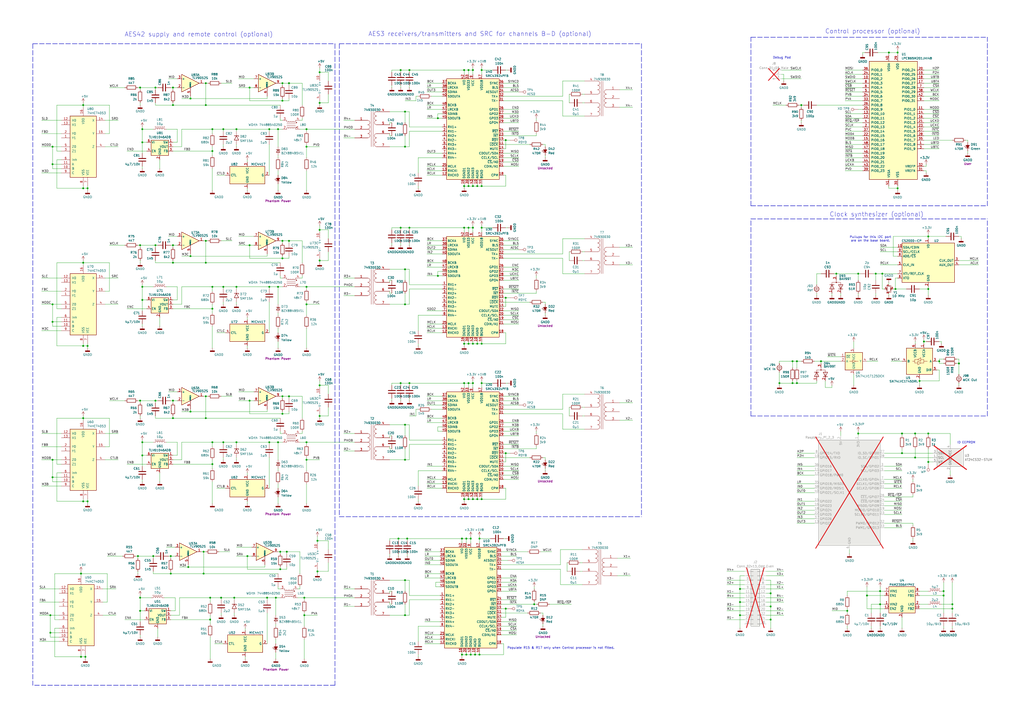
<source format=kicad_sch>
(kicad_sch (version 20250114) (generator "eeschema") (generator_version "9.0")
  (paper "A2")
  (title_block (title "AES42HAT") (date "2024-05-17") (rev "0.2") (company "ypsiphon"))
  (text "Populate R15 & R17 only when Control processor is not fitted." (at 325.374 375.92 0) (effects (font (size 1.27 1.27))))
  (text "AES42 supply and remote control (optional)" (at 115.316 20.066 0) (effects (font (size 2.54 2.54))))
  (text "AES3 receivers/transmitters and SRC for channels B-D (optional)" (at 278.384 19.812 0) (effects (font (size 2.54 2.54))))
  (text "ID EEPROM" (at 560.578 256.794 0) (effects (font (size 1.27 1.27))))
  (text "Control processor (optional)" (at 506.222 18.288 0) (effects (font (size 2.54 2.54))))
  (text "Clock synthesizer (optional)" (at 508.508 124.46 0) (effects (font (size 2.54 2.54))))
  (text "Pullups for this I2C port\nare on the base board." (at 504.952 138.684 0) (effects (font (size 1.27 1.27))))
  (text "Debug Pod" (at 448.31 34.29 0) (effects (font (size 1.27 1.27)) (justify left bottom)))
  (junction (at 163.83 240.03))
  (junction (at 452.12 222.25))
  (junction (at 156.21 166.37))
  (junction (at 547.37 345.44))
  (junction (at 535.94 198.12))
  (junction (at 154.94 346.71))
  (junction (at 269.24 222.25))
  (junction (at 254 160.02))
  (junction (at 156.21 74.93))
  (junction (at 279.4 132.08))
  (junction (at 510.54 350.52))
  (junction (at 121.92 346.71))
  (junction (at 293.37 262.89))
  (junction (at 128.27 346.71))
  (junction (at 274.32 40.64))
  (junction (at 547.37 342.9))
  (junction (at 99.06 332.74))
  (junction (at 278.13 379.73))
  (junction (at 166.37 320.04))
  (junction (at 234.95 246.38))
  (junction (at 119.38 229.87))
  (junction (at 237.49 132.08))
  (junction (at 119.38 242.57))
  (junction (at 270.51 312.42))
  (junction (at 49.53 381))
  (junction (at 176.53 356.87))
  (junction (at 177.8 74.93))
  (junction (at 279.4 199.39))
  (junction (at 544.83 209.55))
  (junction (at 177.8 166.37))
  (junction (at 119.38 139.7))
  (junction (at 163.83 139.7))
  (junction (at 234.95 64.77))
  (junction (at 485.14 158.75))
  (junction (at 177.8 266.7))
  (junction (at 276.86 107.95))
  (junction (at 429.26 341.63))
  (junction (at 254 68.58))
  (junction (at 274.32 222.25))
  (junction (at 82.55 173.99))
  (junction (at 552.45 350.52))
  (junction (at 271.78 40.64))
  (junction (at 176.53 346.71))
  (junction (at 82.55 264.16))
  (junction (at 162.56 330.2))
  (junction (at 185.42 41.91))
  (junction (at 234.95 336.55))
  (junction (at 48.26 242.57))
  (junction (at 447.04 359.41))
  (junction (at 530.86 265.43))
  (junction (at 491.49 354.33))
  (junction (at 177.8 256.54))
  (junction (at 100.33 232.41))
  (junction (at 123.19 256.54))
  (junction (at 270.51 379.73))
  (junction (at 538.48 167.64))
  (junction (at 81.28 346.71))
  (junction (at 29.21 367.03))
  (junction (at 50.8 200.66))
  (junction (at 459.74 209.55))
  (junction (at 30.48 276.86))
  (junction (at 119.38 60.96))
  (junction (at 293.37 172.72))
  (junction (at 163.83 48.26))
  (junction (at 143.51 322.58))
  (junction (at 234.95 356.87))
  (junction (at 30.48 176.53))
  (junction (at 185.42 241.3))
  (junction (at 48.26 109.22))
  (junction (at 184.15 313.69))
  (junction (at 552.45 353.06))
  (junction (at 510.54 342.9))
  (junction (at 234.95 156.21))
  (junction (at 279.4 107.95))
  (junction (at 123.19 269.24))
  (junction (at 123.19 74.93))
  (junction (at 82.55 74.93))
  (junction (at 163.83 229.87))
  (junction (at 237.49 222.25))
  (junction (at 50.8 109.22))
  (junction (at 48.26 200.66))
  (junction (at 48.26 290.83))
  (junction (at 429.26 356.87))
  (junction (at 271.78 107.95))
  (junction (at 48.26 60.96))
  (junction (at 519.43 167.64))
  (junction (at 269.24 132.08))
  (junction (at 129.54 166.37))
  (junction (at 46.99 332.74))
  (junction (at 271.78 289.56))
  (junction (at 161.29 256.54))
  (junction (at 309.88 350.52))
  (junction (at 515.62 30.48))
  (junction (at 274.32 199.39))
  (junction (at 462.28 209.55))
  (junction (at 100.33 60.96))
  (junction (at 81.28 50.8))
  (junction (at 109.22 328.93))
  (junction (at 267.97 312.42))
  (junction (at 129.54 74.93))
  (junction (at 129.54 256.54))
  (junction (at 511.81 158.75))
  (junction (at 144.78 50.8))
  (junction (at 497.84 158.75))
  (junction (at 81.28 232.41))
  (junction (at 163.83 149.86))
  (junction (at 81.28 354.33))
  (junction (at 121.92 359.41))
  (junction (at 50.8 290.83))
  (junction (at 231.14 312.42))
  (junction (at 99.06 322.58))
  (junction (at 135.89 346.71))
  (junction (at 48.26 152.4))
  (junction (at 232.41 40.64))
  (junction (at 82.55 256.54))
  (junction (at 100.33 242.57))
  (junction (at 118.11 320.04))
  (junction (at 274.32 289.56))
  (junction (at 118.11 332.74))
  (junction (at 538.48 137.16))
  (junction (at 137.16 166.37))
  (junction (at 476.25 209.55))
  (junction (at 275.59 379.73))
  (junction (at 267.97 379.73))
  (junction (at 273.05 312.42))
  (junction (at 185.42 59.69))
  (junction (at 523.24 262.89))
  (junction (at 459.74 222.25))
  (junction (at 137.16 74.93))
  (junction (at 279.4 289.56))
  (junction (at 520.7 30.48))
  (junction (at 520.7 109.22))
  (junction (at 184.15 331.47))
  (junction (at 163.83 58.42))
  (junction (at 177.8 176.53))
  (junction (at 279.4 40.64))
  (junction (at 46.99 381))
  (junction (at 167.64 48.26))
  (junction (at 144.78 142.24))
  (junction (at 274.32 132.08))
  (junction (at 556.26 210.82))
  (junction (at 533.4 220.98))
  (junction (at 278.13 312.42))
  (junction (at 271.78 199.39))
  (junction (at 90.17 142.24))
  (junction (at 530.86 251.46))
  (junction (at 88.9 322.58))
  (junction (at 167.64 229.87))
  (junction (at 232.41 132.08))
  (junction (at 538.48 267.97))
  (junction (at 156.21 256.54))
  (junction (at 237.49 40.64))
  (junction (at 81.28 142.24))
  (junction (at 276.86 289.56))
  (junction (at 269.24 289.56))
  (junction (at 110.49 148.59))
  (junction (at 30.48 95.25))
  (junction (at 523.24 251.46))
  (junction (at 123.19 87.63))
  (junction (at 293.37 81.28))
  (junction (at 185.42 223.52))
  (junction (at 185.42 133.35))
  (junction (at 100.33 50.8))
  (junction (at 167.64 139.7))
  (junction (at 234.95 85.09))
  (junction (at 123.19 166.37))
  (junction (at 90.17 50.8))
  (junction (at 90.17 232.41))
  (junction (at 279.4 222.25))
  (junction (at 538.48 251.46))
  (junction (at 274.32 107.95))
  (junction (at 30.48 85.09))
  (junction (at 236.22 312.42))
  (junction (at 144.78 232.41))
  (junction (at 234.95 176.53))
  (junction (at 185.42 151.13))
  (junction (at 502.92 345.44))
  (junction (at 234.95 266.7))
  (junction (at 447.04 344.17))
  (junction (at 462.28 222.25))
  (junction (at 269.24 40.64))
  (junction (at 137.16 256.54))
  (junction (at 162.56 320.04))
  (junction (at 161.29 74.93))
  (junction (at 29.21 356.87))
  (junction (at 497.84 251.46))
  (junction (at 119.38 48.26))
  (junction (at 30.48 186.69))
  (junction (at 110.49 57.15))
  (junction (at 447.04 351.79))
  (junction (at 232.41 222.25))
  (junction (at 119.38 152.4))
  (junction (at 276.86 199.39))
  (junction (at 271.78 132.08))
  (junction (at 82.55 166.37))
  (junction (at 160.02 346.71))
  (junction (at 269.24 107.95))
  (junction (at 464.82 60.96))
  (junction (at 177.8 85.09))
  (junction (at 123.19 179.07))
  (junction (at 100.33 142.24))
  (junction (at 161.29 166.37))
  (junction (at 30.48 266.7))
  (junction (at 271.78 222.25))
  (junction (at 82.55 82.55))
  (junction (at 100.33 152.4))
  (junction (at 508 158.75))
  (junction (at 429.26 349.25))
  (junction (at 110.49 238.76))
  (junction (at 273.05 379.73))
  (junction (at 293.37 353.06))
  (junction (at 269.24 199.39))
  (junction (at 80.01 322.58))
  (wire (pts (xy 485.14 158.75) (xy 497.84 158.75)))
  (wire (pts (xy 552.45 353.06) (xy 552.45 350.52)))
  (wire (pts (xy 271.78 107.95) (xy 274.32 107.95)))
  (wire (pts (xy 292.1 257.81) (xy 300.99 257.81)))
  (wire (pts (xy 63.5 232.41) (xy 72.39 232.41)))
  (wire (pts (xy 279.4 39.37) (xy 279.4 40.64)))
  (wire (pts (xy 247.65 68.58) (xy 254 68.58)))
  (wire (pts (xy 162.56 139.7) (xy 163.83 139.7)))
  (wire (pts (xy 247.65 63.5) (xy 256.54 63.5)))
  (wire (pts (xy 482.6 354.33) (xy 491.49 354.33)))
  (wire (pts (xy 129.54 175.26) (xy 129.54 176.53)))
  (wire (pts (xy 311.15 170.18) (xy 311.15 168.91)))
  (wire (pts (xy 161.29 271.78) (xy 161.29 273.05)))
  (wire (pts (xy 156.21 166.37) (xy 161.29 166.37)))
  (wire (pts (xy 118.11 48.26) (xy 119.38 48.26)))
  (wire (pts (xy 279.4 40.64) (xy 285.75 40.64)))
  (wire (pts (xy 82.55 173.99) (xy 85.09 173.99)))
  (wire (pts (xy 95.25 346.71) (xy 101.6 346.71)))
  (wire (pts (xy 226.06 266.7) (xy 234.95 266.7)))
  (wire (pts (xy 247.65 280.67) (xy 256.54 280.67)))
  (wire (pts (xy 226.06 163.83) (xy 226.06 162.56)))
  (wire (pts (xy 50.8 109.22) (xy 50.8 110.49)))
  (wire (pts (xy 480.06 207.01) (xy 487.68 207.01)))
  (wire (pts (xy 462.28 262.89) (xy 472.44 262.89)))
  (wire (pts (xy 123.19 256.54) (xy 123.19 259.08)))
  (wire (pts (xy 292.1 185.42) (xy 300.99 185.42)))
  (wire (pts (xy 97.79 322.58) (xy 99.06 322.58)))
  (wire (pts (xy 462.28 290.83) (xy 472.44 290.83)))
  (wire (pts (xy 490.22 96.52) (xy 500.38 96.52)))
  (wire (pts (xy 275.59 379.73) (xy 278.13 379.73)))
  (wire (pts (xy 161.29 106.68) (xy 161.29 110.49)))
  (wire (pts (xy 279.4 220.98) (xy 279.4 222.25)))
  (wire (pts (xy 293.37 177.8) (xy 292.1 177.8)))
  (wire (pts (xy 82.55 166.37) (xy 82.55 173.99)))
  (wire (pts (xy 167.64 48.26) (xy 167.64 49.53)))
  (wire (pts (xy 462.28 222.25) (xy 473.71 222.25)))
  (wire (pts (xy 226.06 252.73) (xy 227.33 252.73)))
  (wire (pts (xy 429.26 356.87) (xy 431.8 356.87)))
  (wire (pts (xy 533.4 219.71) (xy 533.4 220.98)))
  (wire (pts (xy 271.78 40.64) (xy 271.78 43.18)))
  (polyline (pts (xy 572.77 119.38) (xy 572.77 21.59)) (stroke (width 0.254) (type dash)))
  (wire (pts (xy 292.1 101.6) (xy 293.37 101.6)))
  (polyline (pts (xy 194.31 25.4) (xy 194.31 397.51)) (stroke (width 0.254) (type dash)))
  (wire (pts (xy 128.27 346.71) (xy 135.89 346.71)))
  (wire (pts (xy 237.49 85.09) (xy 237.49 76.2)))
  (wire (pts (xy 293.37 267.97) (xy 292.1 267.97)))
  (wire (pts (xy 97.79 227.33) (xy 102.87 227.33)))
  (wire (pts (xy 337.82 151.13) (xy 339.09 151.13)))
  (wire (pts (xy 505.46 350.52) (xy 510.54 350.52)))
  (wire (pts (xy 82.55 74.93) (xy 82.55 82.55)))
  (wire (pts (xy 160.02 378.46) (xy 160.02 382.27)))
  (wire (pts (xy 269.24 199.39) (xy 271.78 199.39)))
  (wire (pts (xy 476.25 209.55) (xy 476.25 210.82)))
  (wire (pts (xy 116.84 320.04) (xy 118.11 320.04)))
  (wire (pts (xy 226.06 350.52) (xy 227.33 350.52)))
  (wire (pts (xy 271.78 106.68) (xy 271.78 107.95)))
  (wire (pts (xy 535.94 66.04) (xy 544.83 66.04)))
  (wire (pts (xy 278.13 312.42) (xy 278.13 314.96)))
  (wire (pts (xy 156.21 256.54) (xy 156.21 257.81)))
  (wire (pts (xy 247.65 232.41) (xy 256.54 232.41)))
  (wire (pts (xy 177.8 265.43) (xy 177.8 266.7)))
  (wire (pts (xy 163.83 139.7) (xy 167.64 139.7)))
  (wire (pts (xy 96.52 74.93) (xy 102.87 74.93)))
  (wire (pts (xy 177.8 166.37) (xy 177.8 167.64)))
  (wire (pts (xy 247.65 152.4) (xy 256.54 152.4)))
  (wire (pts (xy 269.24 222.25) (xy 271.78 222.25)))
  (wire (pts (xy 515.62 170.18) (xy 515.62 171.45)))
  (wire (pts (xy 143.51 330.2) (xy 143.51 322.58)))
  (wire (pts (xy 154.94 355.6) (xy 154.94 373.38)))
  (wire (pts (xy 513.08 293.37) (xy 523.24 293.37)))
  (wire (pts (xy 143.51 184.15) (xy 143.51 185.42)))
  (wire (pts (xy 292.1 160.02) (xy 300.99 160.02)))
  (wire (pts (xy 237.49 336.55) (xy 237.49 345.44)))
  (wire (pts (xy 226.06 78.74) (xy 227.33 78.74)))
  (wire (pts (xy 24.13 69.85) (xy 35.56 69.85)))
  (wire (pts (xy 138.43 50.8) (xy 144.78 50.8)))
  (polyline (pts (xy 372.11 25.4) (xy 372.11 299.72)) (stroke (width 0.254) (type dash)))
  (wire (pts (xy 63.5 142.24) (xy 72.39 142.24)))
  (wire (pts (xy 330.2 146.05) (xy 330.2 151.13)))
  (wire (pts (xy 185.42 41.91) (xy 185.42 43.18)))
  (wire (pts (xy 462.28 270.51) (xy 472.44 270.51)))
  (wire (pts (xy 523.24 251.46) (xy 530.86 251.46)))
  (wire (pts (xy 35.56 179.07) (xy 33.02 179.07)))
  (wire (pts (xy 533.4 167.64) (xy 538.48 167.64)))
  (wire (pts (xy 429.26 341.63) (xy 431.8 341.63)))
  (wire (pts (xy 100.33 266.7) (xy 105.41 266.7)))
  (wire (pts (xy 487.68 250.19) (xy 487.68 252.73)))
  (wire (pts (xy 359.41 153.67) (xy 367.03 153.67)))
  (wire (pts (xy 176.53 356.87) (xy 176.53 363.22)))
  (wire (pts (xy 247.65 101.6) (xy 256.54 101.6)))
  (wire (pts (xy 431.8 334.01) (xy 429.26 334.01)))
  (wire (pts (xy 547.37 363.22) (xy 547.37 364.49)))
  (wire (pts (xy 252.73 340.36) (xy 255.27 340.36)))
  (wire (pts (xy 63.5 259.08) (xy 60.96 259.08)))
  (wire (pts (xy 490.22 45.72) (xy 500.38 45.72)))
  (wire (pts (xy 50.8 199.39) (xy 50.8 200.66)))
  (wire (pts (xy 35.56 269.24) (xy 33.02 269.24)))
  (wire (pts (xy 518.16 148.59) (xy 518.16 137.16)))
  (wire (pts (xy 292.1 265.43) (xy 307.34 265.43)))
  (wire (pts (xy 227.33 49.53) (xy 227.33 50.8)))
  (wire (pts (xy 232.41 231.14) (xy 232.41 232.41)))
  (wire (pts (xy 325.12 339.09) (xy 337.82 339.09)))
  (wire (pts (xy 226.06 313.69) (xy 226.06 312.42)))
  (wire (pts (xy 269.24 106.68) (xy 269.24 107.95)))
  (wire (pts (xy 326.39 228.6) (xy 326.39 237.49)))
  (wire (pts (xy 163.83 229.87) (xy 167.64 229.87)))
  (wire (pts (xy 199.39 251.46) (xy 205.74 251.46)))
  (wire (pts (xy 226.06 85.09) (xy 234.95 85.09)))
  (wire (pts (xy 50.8 290.83) (xy 50.8 292.1)))
  (wire (pts (xy 279.4 106.68) (xy 279.4 107.95)))
  (wire (pts (xy 226.06 336.55) (xy 234.95 336.55)))
  (wire (pts (xy 292.1 247.65) (xy 300.99 247.65)))
  (wire (pts (xy 495.3 217.17) (xy 495.3 223.52)))
  (wire (pts (xy 337.82 59.69) (xy 339.09 59.69)))
  (wire (pts (xy 162.56 152.4) (xy 119.38 152.4)))
  (wire (pts (xy 292.1 245.11) (xy 300.99 245.11)))
  (wire (pts (xy 176.53 355.6) (xy 176.53 356.87)))
  (wire (pts (xy 535.94 96.52) (xy 537.21 96.52)))
  (wire (pts (xy 236.22 312.42) (xy 267.97 312.42)))
  (wire (pts (xy 48.26 109.22) (xy 50.8 109.22)))
  (wire (pts (xy 62.23 322.58) (xy 71.12 322.58)))
  (wire (pts (xy 452.12 222.25) (xy 459.74 222.25)))
  (wire (pts (xy 464.82 69.85) (xy 464.82 71.12)))
  (wire (pts (xy 237.49 231.14) (xy 237.49 232.41)))
  (wire (pts (xy 24.13 259.08) (xy 35.56 259.08)))
  (wire (pts (xy 231.14 312.42) (xy 236.22 312.42)))
  (wire (pts (xy 231.14 321.31) (xy 231.14 322.58)))
  (wire (pts (xy 35.56 87.63) (xy 33.02 87.63)))
  (wire (pts (xy 515.62 109.22) (xy 520.7 109.22)))
  (wire (pts (xy 546.1 199.39) (xy 546.1 198.12)))
  (wire (pts (xy 82.55 73.66) (xy 82.55 74.93)))
  (wire (pts (xy 227.33 140.97) (xy 227.33 142.24)))
  (wire (pts (xy 110.49 55.88) (xy 110.49 57.15)))
  (wire (pts (xy 326.39 158.75) (xy 339.09 158.75)))
  (wire (pts (xy 24.13 77.47) (xy 35.56 77.47)))
  (wire (pts (xy 247.65 242.57) (xy 256.54 242.57)))
  (wire (pts (xy 143.51 109.22) (xy 143.51 110.49)))
  (wire (pts (xy 160.02 370.84) (xy 160.02 373.38)))
  (wire (pts (xy 226.06 349.25) (xy 226.06 350.52)))
  (wire (pts (xy 234.95 58.42) (xy 241.3 58.42)))
  (wire (pts (xy 269.24 288.29) (xy 269.24 289.56)))
  (wire (pts (xy 290.83 368.3) (xy 299.72 368.3)))
  (wire (pts (xy 290.83 342.9) (xy 299.72 342.9)))
  (wire (pts (xy 81.28 368.3) (xy 81.28 369.57)))
  (wire (pts (xy 270.51 312.42) (xy 270.51 314.96)))
  (wire (pts (xy 293.37 222.25) (xy 294.64 222.25)))
  (wire (pts (xy 129.54 83.82) (xy 129.54 85.09)))
  (wire (pts (xy 246.38 320.04) (xy 255.27 320.04)))
  (wire (pts (xy 234.95 350.52) (xy 234.95 356.87)))
  (wire (pts (xy 121.92 356.87) (xy 121.92 359.41)))
  (wire (pts (xy 156.21 74.93) (xy 156.21 76.2)))
  (wire (pts (xy 173.99 74.93) (xy 177.8 74.93)))
  (wire (pts (xy 185.42 149.86) (xy 185.42 151.13)))
  (wire (pts (xy 173.99 320.04) (xy 173.99 332.74)))
  (wire (pts (xy 535.94 63.5) (xy 544.83 63.5)))
  (wire (pts (xy 293.37 101.6) (xy 293.37 107.95)))
  (wire (pts (xy 81.28 142.24) (xy 90.17 142.24)))
  (wire (pts (xy 127 320.04) (xy 133.35 320.04)))
  (wire (pts (xy 50.8 289.56) (xy 50.8 290.83)))
  (wire (pts (xy 276.86 106.68) (xy 276.86 107.95)))
  (wire (pts (xy 161.29 90.17) (xy 161.29 91.44)))
  (wire (pts (xy 359.41 143.51) (xy 367.03 143.51)))
  (wire (pts (xy 444.5 341.63) (xy 454.66 341.63)))
  (wire (pts (xy 309.88 350.52) (xy 311.15 350.52)))
  (wire (pts (xy 279.4 288.29) (xy 279.4 289.56)))
  (wire (pts (xy 234.95 78.74) (xy 234.95 85.09)))
  (wire (pts (xy 535.94 198.12) (xy 535.94 199.39)))
  (wire (pts (xy 154.94 147.32) (xy 154.94 148.59)))
  (wire (pts (xy 337.82 241.3) (xy 339.09 241.3)))
  (wire (pts (xy 316.23 83.82) (xy 316.23 85.09)))
  (wire (pts (xy 497.84 158.75) (xy 497.84 162.56)))
  (wire (pts (xy 173.99 340.36) (xy 173.99 341.63)))
  (wire (pts (xy 292.1 167.64) (xy 300.99 167.64)))
  (wire (pts (xy 502.92 353.06) (xy 502.92 345.44)))
  (wire (pts (xy 250.19 55.88) (xy 256.54 55.88)))
  (wire (pts (xy 118.11 139.7) (xy 119.38 139.7)))
  (wire (pts (xy 125.73 283.21) (xy 130.81 283.21)))
  (wire (pts (xy 161.29 320.04) (xy 162.56 320.04)))
  (wire (pts (xy 247.65 187.96) (xy 256.54 187.96)))
  (wire (pts (xy 490.22 99.06) (xy 500.38 99.06)))
  (wire (pts (xy 110.49 148.59) (xy 154.94 148.59)))
  (wire (pts (xy 551.18 273.05) (xy 551.18 275.59)))
  (wire (pts (xy 538.48 137.16) (xy 548.64 137.16)))
  (wire (pts (xy 497.84 251.46) (xy 497.84 252.73)))
  (wire (pts (xy 535.94 50.8) (xy 544.83 50.8)))
  (wire (pts (xy 292.1 175.26) (xy 307.34 175.26)))
  (wire (pts (xy 293.37 262.89) (xy 295.91 262.89)))
  (wire (pts (xy 533.4 345.44) (xy 547.37 345.44)))
  (wire (pts (xy 34.29 364.49) (xy 31.75 364.49)))
  (wire (pts (xy 48.26 151.13) (xy 48.26 152.4)))
  (wire (pts (xy 226.06 156.21) (xy 234.95 156.21)))
  (wire (pts (xy 292.1 193.04) (xy 293.37 193.04)))
  (wire (pts (xy 167.64 58.42) (xy 167.64 57.15)))
  (wire (pts (xy 226.06 321.31) (xy 226.06 322.58)))
  (wire (pts (xy 236.22 321.31) (xy 236.22 322.58)))
  (wire (pts (xy 552.45 350.52) (xy 552.45 337.82)))
  (wire (pts (xy 520.7 107.95) (xy 520.7 109.22)))
  (wire (pts (xy 490.22 86.36) (xy 500.38 86.36)))
  (wire (pts (xy 535.94 196.85) (xy 535.94 198.12)))
  (wire (pts (xy 247.65 193.04) (xy 256.54 193.04)))
  (wire (pts (xy 48.26 242.57) (xy 48.26 243.84)))
  (wire (pts (xy 226.06 342.9) (xy 227.33 342.9)))
  (wire (pts (xy 63.5 50.8) (xy 72.39 50.8)))
  (wire (pts (xy 482.6 223.52) (xy 482.6 224.79)))
  (wire (pts (xy 91.44 232.41) (xy 90.17 232.41)))
  (wire (pts (xy 227.33 231.14) (xy 227.33 232.41)))
  (wire (pts (xy 535.94 45.72) (xy 544.83 45.72)))
  (wire (pts (xy 502.92 345.44) (xy 502.92 340.36)))
  (wire (pts (xy 535.94 86.36) (xy 544.83 86.36)))
  (wire (pts (xy 137.16 322.58) (xy 143.51 322.58)))
  (wire (pts (xy 520.7 30.48) (xy 520.7 31.75)))
  (wire (pts (xy 82.55 180.34) (xy 82.55 173.99)))
  (wire (pts (xy 167.64 229.87) (xy 175.26 229.87)))
  (wire (pts (xy 515.62 30.48) (xy 520.7 30.48)))
  (wire (pts (xy 252.73 337.82) (xy 252.73 340.36)))
  (wire (pts (xy 237.49 156.21) (xy 237.49 165.1)))
  (wire (pts (xy 535.94 83.82) (xy 544.83 83.82)))
  (wire (pts (xy 274.32 132.08) (xy 274.32 134.62)))
  (wire (pts (xy 227.33 41.91) (xy 227.33 40.64)))
  (wire (pts (xy 502.92 209.55) (xy 509.27 209.55)))
  (wire (pts (xy 90.17 241.3) (xy 90.17 242.57)))
  (wire (pts (xy 429.26 349.25) (xy 431.8 349.25)))
  (wire (pts (xy 510.54 340.36) (xy 510.54 342.9)))
  (wire (pts (xy 128.27 346.71) (xy 128.27 347.98)))
  (wire (pts (xy 50.8 200.66) (xy 50.8 201.93)))
  (wire (pts (xy 523.24 358.14) (xy 523.24 364.49)))
  (wire (pts (xy 290.83 347.98) (xy 299.72 347.98)))
  (wire (pts (xy 185.42 58.42) (xy 185.42 59.69)))
  (wire (pts (xy 24.13 161.29) (xy 35.56 161.29)))
  (wire (pts (xy 100.33 60.96) (xy 119.38 60.96)))
  (wire (pts (xy 276.86 107.95) (xy 279.4 107.95)))
  (wire (pts (xy 237.49 165.1) (xy 256.54 165.1)))
  (wire (pts (xy 123.19 87.63) (xy 123.19 90.17)))
  (wire (pts (xy 185.42 151.13) (xy 190.5 151.13)))
  (wire (pts (xy 535.94 73.66) (xy 544.83 73.66)))
  (wire (pts (xy 274.32 40.64) (xy 274.32 43.18)))
  (wire (pts (xy 137.16 74.93) (xy 137.16 76.2)))
  (wire (pts (xy 561.34 81.28) (xy 561.34 82.55)))
  (wire (pts (xy 177.8 175.26) (xy 177.8 176.53)))
  (wire (pts (xy 90.17 60.96) (xy 100.33 60.96)))
  (wire (pts (xy 278.13 312.42) (xy 284.48 312.42)))
  (wire (pts (xy 91.44 364.49) (xy 91.44 369.57)))
  (wire (pts (xy 234.95 336.55) (xy 234.95 342.9)))
  (wire (pts (xy 100.33 152.4) (xy 119.38 152.4)))
  (wire (pts (xy 330.2 54.61) (xy 330.2 59.69)))
  (wire (pts (xy 490.22 81.28) (xy 500.38 81.28)))
  (wire (pts (xy 237.49 76.2) (xy 256.54 76.2)))
  (wire (pts (xy 459.74 209.55) (xy 462.28 209.55)))
  (wire (pts (xy 118.11 320.04) (xy 118.11 332.74)))
  (wire (pts (xy 234.95 85.09) (xy 237.49 85.09)))
  (wire (pts (xy 293.37 86.36) (xy 292.1 86.36)))
  (wire (pts (xy 314.96 175.26) (xy 316.23 175.26)))
  (wire (pts (xy 31.75 359.41) (xy 31.75 332.74)))
  (wire (pts (xy 123.19 269.24) (xy 123.19 271.78)))
  (wire (pts (xy 24.13 281.94) (xy 35.56 281.94)))
  (wire (pts (xy 73.66 179.07) (xy 85.09 179.07)))
  (wire (pts (xy 167.64 149.86) (xy 167.64 148.59)))
  (wire (pts (xy 81.28 232.41) (xy 90.17 232.41)))
  (wire (pts (xy 81.28 345.44) (xy 81.28 346.71)))
  (wire (pts (xy 513.08 290.83) (xy 523.24 290.83)))
  (wire (pts (xy 246.38 373.38) (xy 255.27 373.38)))
  (wire (pts (xy 537.21 95.25) (xy 537.21 96.52)))
  (wire (pts (xy 161.29 288.29) (xy 161.29 292.1)))
  (wire (pts (xy 247.65 60.96) (xy 256.54 60.96)))
  (wire (pts (xy 453.39 40.64) (xy 464.82 40.64)))
  (wire (pts (xy 279.4 130.81) (xy 279.4 132.08)))
  (wire (pts (xy 88.9 322.58) (xy 88.9 323.85)))
  (wire (pts (xy 462.28 220.98) (xy 462.28 222.25)))
  (wire (pts (xy 538.48 267.97) (xy 538.48 269.24)))
  (wire (pts (xy 444.5 336.55) (xy 447.04 336.55)))
  (wire (pts (xy 154.94 346.71) (xy 154.94 347.98)))
  (wire (pts (xy 173.99 256.54) (xy 177.8 256.54)))
  (wire (pts (xy 293.37 283.21) (xy 293.37 289.56)))
  (wire (pts (xy 234.95 260.35) (xy 234.95 266.7)))
  (wire (pts (xy 511.81 167.64) (xy 513.08 167.64)))
  (wire (pts (xy 237.49 241.3) (xy 241.3 241.3)))
  (wire (pts (xy 162.56 68.58) (xy 162.56 69.85)))
  (wire (pts (xy 237.49 222.25) (xy 269.24 222.25)))
  (polyline (pts (xy 435.61 119.38) (xy 572.77 119.38)) (stroke (width 0.254) (type dash)))
  (wire (pts (xy 246.38 335.28) (xy 255.27 335.28)))
  (wire (pts (xy 226.06 356.87) (xy 234.95 356.87)))
  (wire (pts (xy 359.41 233.68) (xy 367.03 233.68)))
  (wire (pts (xy 123.19 179.07) (xy 123.19 181.61)))
  (wire (pts (xy 515.62 163.83) (xy 515.62 165.1)))
  (wire (pts (xy 452.12 222.25) (xy 452.12 223.52)))
  (wire (pts (xy 444.5 331.47) (xy 454.66 331.47)))
  (wire (pts (xy 175.26 68.58) (xy 175.26 69.85)))
  (wire (pts (xy 290.83 365.76) (xy 299.72 365.76)))
  (wire (pts (xy 462.28 293.37) (xy 472.44 293.37)))
  (wire (pts (xy 267.97 378.46) (xy 267.97 379.73)))
  (wire (pts (xy 293.37 172.72) (xy 295.91 172.72)))
  (wire (pts (xy 292.1 252.73) (xy 300.99 252.73)))
  (wire (pts (xy 22.86 349.25) (xy 34.29 349.25)))
  (wire (pts (xy 292.1 81.28) (xy 293.37 81.28)))
  (wire (pts (xy 247.65 99.06) (xy 256.54 99.06)))
  (wire (pts (xy 513.08 283.21) (xy 523.24 283.21)))
  (wire (pts (xy 267.97 312.42) (xy 270.51 312.42)))
  (wire (pts (xy 48.26 200.66) (xy 50.8 200.66)))
  (wire (pts (xy 444.5 356.87) (xy 454.66 356.87)))
  (wire (pts (xy 163.83 148.59) (xy 163.83 149.86)))
  (wire (pts (xy 490.22 53.34) (xy 500.38 53.34)))
  (wire (pts (xy 242.57 91.44) (xy 242.57 100.33)))
  (wire (pts (xy 123.19 266.7) (xy 123.19 269.24)))
  (wire (pts (xy 46.99 379.73) (xy 46.99 381)))
  (wire (pts (xy 271.78 222.25) (xy 271.78 224.79)))
  (wire (pts (xy 292.1 170.18) (xy 311.15 170.18)))
  (wire (pts (xy 273.05 311.15) (xy 273.05 312.42)))
  (wire (pts (xy 269.24 107.95) (xy 271.78 107.95)))
  (wire (pts (xy 515.62 107.95) (xy 515.62 109.22)))
  (wire (pts (xy 154.94 346.71) (xy 160.02 346.71)))
  (wire (pts (xy 292.1 157.48) (xy 300.99 157.48)))
  (wire (pts (xy 137.16 317.5) (xy 146.05 317.5)))
  (wire (pts (xy 325.12 339.09) (xy 325.12 330.2)))
  (wire (pts (xy 156.21 175.26) (xy 156.21 193.04)))
  (wire (pts (xy 513.08 345.44) (xy 502.92 345.44)))
  (wire (pts (xy 276.86 198.12) (xy 276.86 199.39)))
  (wire (pts (xy 242.57 182.88) (xy 242.57 191.77)))
  (wire (pts (xy 185.42 241.3) (xy 190.5 241.3)))
  (wire (pts (xy 123.19 279.4) (xy 123.19 292.1)))
  (wire (pts (xy 128.27 355.6) (xy 128.27 356.87)))
  (wire (pts (xy 497.84 170.18) (xy 497.84 171.45)))
  (wire (pts (xy 247.65 147.32) (xy 256.54 147.32)))
  (wire (pts (xy 138.43 142.24) (xy 144.78 142.24)))
  (wire (pts (xy 473.71 158.75) (xy 473.71 165.1)))
  (wire (pts (xy 510.54 342.9) (xy 510.54 350.52)))
  (wire (pts (xy 48.26 107.95) (xy 48.26 109.22)))
  (wire (pts (xy 556.26 208.28) (xy 556.26 210.82)))
  (wire (pts (xy 246.38 322.58) (xy 255.27 322.58)))
  (wire (pts (xy 544.83 214.63) (xy 544.83 220.98)))
  (wire (pts (xy 199.39 171.45) (xy 205.74 171.45)))
  (wire (pts (xy 444.5 349.25) (xy 454.66 349.25)))
  (wire (pts (xy 292.1 68.58) (xy 300.99 68.58)))
  (wire (pts (xy 162.56 320.04) (xy 162.56 321.31)))
  (wire (pts (xy 292.1 172.72) (xy 293.37 172.72)))
  (wire (pts (xy 166.37 320.04) (xy 166.37 321.31)))
  (wire (pts (xy 478.79 224.79) (xy 482.6 224.79)))
  (wire (pts (xy 78.74 322.58) (xy 80.01 322.58)))
  (wire (pts (xy 226.06 344.17) (xy 226.06 342.9)))
  (wire (pts (xy 290.83 373.38) (xy 292.1 373.38)))
  (wire (pts (xy 256.54 247.65) (xy 254 247.65)))
  (wire (pts (xy 269.24 198.12) (xy 269.24 199.39)))
  (wire (pts (xy 110.49 238.76) (xy 154.94 238.76)))
  (wire (pts (xy 513.08 262.89) (xy 523.24 262.89)))
  (wire (pts (xy 538.48 251.46) (xy 551.18 251.46)))
  (wire (pts (xy 510.54 350.52) (xy 510.54 355.6)))
  (wire (pts (xy 138.43 232.41) (xy 144.78 232.41)))
  (wire (pts (xy 292.1 55.88) (xy 326.39 55.88)))
  (wire (pts (xy 105.41 74.93) (xy 123.19 74.93)))
  (wire (pts (xy 247.65 96.52) (xy 256.54 96.52)))
  (wire (pts (xy 270.51 378.46) (xy 270.51 379.73)))
  (wire (pts (xy 293.37 193.04) (xy 293.37 199.39)))
  (wire (pts (xy 269.24 132.08) (xy 269.24 134.62)))
  (wire (pts (xy 99.06 142.24) (xy 100.33 142.24)))
  (wire (pts (xy 175.26 229.87) (xy 175.26 242.57)))
  (wire (pts (xy 185.42 59.69) (xy 185.42 60.96)))
  (wire (pts (xy 560.07 81.28) (xy 561.34 81.28)))
  (wire (pts (xy 110.49 147.32) (xy 110.49 148.59)))
  (wire (pts (xy 538.48 167.64) (xy 538.48 171.45)))
  (wire (pts (xy 476.25 209.55) (xy 487.68 209.55)))
  (wire (pts (xy 185.42 59.69) (xy 190.5 59.69)))
  (wire (pts (xy 464.82 60.96) (xy 464.82 62.23)))
  (wire (pts (xy 226.06 246.38) (xy 234.95 246.38)))
  (polyline (pts (xy 19.05 25.4) (xy 194.31 25.4)) (stroke (width 0.254) (type dash)))
  (wire (pts (xy 68.58 176.53) (xy 60.96 176.53)))
  (wire (pts (xy 511.81 158.75) (xy 511.81 167.64)))
  (wire (pts (xy 172.72 341.63) (xy 173.99 341.63)))
  (wire (pts (xy 30.48 95.25) (xy 35.56 95.25)))
  (wire (pts (xy 119.38 139.7) (xy 119.38 152.4)))
  (wire (pts (xy 161.29 340.36) (xy 161.29 341.63)))
  (wire (pts (xy 87.63 346.71) (xy 81.28 346.71)))
  (wire (pts (xy 256.54 91.44) (xy 242.57 91.44)))
  (wire (pts (xy 290.83 335.28) (xy 299.72 335.28)))
  (wire (pts (xy 292.1 147.32) (xy 326.39 147.32)))
  (wire (pts (xy 199.39 261.62) (xy 205.74 261.62)))
  (wire (pts (xy 154.94 237.49) (xy 154.94 238.76)))
  (wire (pts (xy 123.19 74.93) (xy 129.54 74.93)))
  (wire (pts (xy 119.38 48.26) (xy 120.65 48.26)))
  (wire (pts (xy 273.05 312.42) (xy 273.05 314.96)))
  (wire (pts (xy 256.54 157.48) (xy 254 157.48)))
  (wire (pts (xy 255.27 363.22) (xy 242.57 363.22)))
  (wire (pts (xy 129.54 74.93) (xy 137.16 74.93)))
  (wire (pts (xy 237.49 73.66) (xy 256.54 73.66)))
  (wire (pts (xy 247.65 229.87) (xy 256.54 229.87)))
  (wire (pts (xy 175.26 160.02) (xy 175.26 161.29)))
  (wire (pts (xy 247.65 50.8) (xy 256.54 50.8)))
  (wire (pts (xy 125.73 193.04) (xy 130.81 193.04)))
  (wire (pts (xy 292.1 275.59) (xy 300.99 275.59)))
  (wire (pts (xy 33.02 269.24) (xy 33.02 242.57)))
  (wire (pts (xy 161.29 332.74) (xy 118.11 332.74)))
  (wire (pts (xy 81.28 59.69) (xy 81.28 60.96)))
  (wire (pts (xy 99.06 332.74) (xy 118.11 332.74)))
  (wire (pts (xy 48.26 60.96) (xy 63.5 60.96)))
  (wire (pts (xy 326.39 67.31) (xy 339.09 67.31)))
  (wire (pts (xy 48.26 289.56) (xy 48.26 290.83)))
  (wire (pts (xy 135.89 355.6) (xy 135.89 356.87)))
  (wire (pts (xy 234.95 246.38) (xy 237.49 246.38)))
  (wire (pts (xy 144.78 50.8) (xy 147.32 50.8)))
  (wire (pts (xy 105.41 256.54) (xy 123.19 256.54)))
  (wire (pts (xy 162.56 60.96) (xy 119.38 60.96)))
  (wire (pts (xy 359.41 52.07) (xy 367.03 52.07)))
  (wire (pts (xy 176.53 346.71) (xy 205.74 346.71)))
  (wire (pts (xy 30.48 176.53) (xy 30.48 186.69)))
  (wire (pts (xy 185.42 41.91) (xy 190.5 41.91)))
  (wire (pts (xy 234.95 336.55) (xy 237.49 336.55)))
  (wire (pts (xy 237.49 132.08) (xy 237.49 133.35)))
  (wire (pts (xy 292.1 88.9) (xy 300.99 88.9)))
  (wire (pts (xy 520.7 109.22) (xy 520.7 110.49)))
  (wire (pts (xy 530.86 251.46) (xy 538.48 251.46)))
  (wire (pts (xy 546.1 342.9) (xy 547.37 342.9)))
  (wire (pts (xy 292.1 53.34) (xy 300.99 53.34)))
  (wire (pts (xy 246.38 368.3) (xy 255.27 368.3)))
  (wire (pts (xy 290.83 358.14) (xy 293.37 358.14)))
  (wire (pts (xy 184.15 331.47) (xy 190.5 331.47)))
  (wire (pts (xy 33.02 152.4) (xy 48.26 152.4)))
  (wire (pts (xy 129.54 265.43) (xy 129.54 266.7)))
  (wire (pts (xy 143.51 290.83) (xy 143.51 292.1)))
  (wire (pts (xy 447.04 336.55) (xy 447.04 344.17)))
  (wire (pts (xy 421.64 351.79) (xy 431.8 351.79)))
  (wire (pts (xy 459.74 209.55) (xy 459.74 213.36)))
  (wire (pts (xy 513.08 280.67) (xy 523.24 280.67)))
  (wire (pts (xy 100.33 269.24) (xy 123.19 269.24)))
  (wire (pts (xy 326.39 228.6) (xy 339.09 228.6)))
  (wire (pts (xy 246.38 327.66) (xy 255.27 327.66)))
  (wire (pts (xy 48.26 290.83) (xy 50.8 290.83)))
  (wire (pts (xy 234.95 170.18) (xy 234.95 176.53)))
  (wire (pts (xy 99.06 356.87) (xy 104.14 356.87)))
  (wire (pts (xy 24.13 266.7) (xy 30.48 266.7)))
  (wire (pts (xy 274.32 198.12) (xy 274.32 199.39)))
  (wire (pts (xy 292.1 373.38) (xy 292.1 379.73)))
  (wire (pts (xy 81.28 50.8) (xy 81.28 52.07)))
  (wire (pts (xy 520.7 29.21) (xy 520.7 30.48)))
  (wire (pts (xy 482.6 170.18) (xy 482.6 171.45)))
  (wire (pts (xy 143.51 274.32) (xy 143.51 275.59)))
  (polyline (pts (xy 435.61 241.3) (xy 572.77 241.3)) (stroke (width 0.254) (type dash)))
  (wire (pts (xy 311.15 160.02) (xy 311.15 161.29)))
  (wire (pts (xy 316.23 175.26) (xy 316.23 176.53)))
  (wire (pts (xy 88.9 166.37) (xy 82.55 166.37)))
  (wire (pts (xy 96.52 166.37) (xy 102.87 166.37)))
  (wire (pts (xy 490.22 71.12) (xy 500.38 71.12)))
  (wire (pts (xy 33.02 274.32) (xy 33.02 290.83)))
  (wire (pts (xy 359.41 62.23) (xy 367.03 62.23)))
  (wire (pts (xy 123.19 166.37) (xy 129.54 166.37)))
  (wire (pts (xy 137.16 175.26) (xy 137.16 176.53)))
  (wire (pts (xy 33.02 200.66) (xy 48.26 200.66)))
  (wire (pts (xy 237.49 64.77) (xy 237.49 73.66)))
  (wire (pts (xy 190.5 41.91) (xy 190.5 46.99)))
  (wire (pts (xy 551.18 251.46) (xy 551.18 257.81)))
  (wire (pts (xy 491.49 363.22) (xy 491.49 364.49)))
  (wire (pts (xy 454.66 43.18) (xy 454.66 46.99)))
  (wire (pts (xy 81.28 346.71) (xy 81.28 354.33)))
  (wire (pts (xy 185.42 133.35) (xy 190.5 133.35)))
  (wire (pts (xy 462.28 295.91) (xy 472.44 295.91)))
  (wire (pts (xy 237.49 347.98) (xy 255.27 347.98)))
  (wire (pts (xy 535.94 81.28) (xy 552.45 81.28)))
  (wire (pts (xy 156.21 166.37) (xy 156.21 167.64)))
  (wire (pts (xy 82.55 165.1) (xy 82.55 166.37)))
  (wire (pts (xy 161.29 280.67) (xy 161.29 283.21)))
  (wire (pts (xy 293.37 262.89) (xy 293.37 267.97)))
  (wire (pts (xy 31.75 364.49) (xy 31.75 381)))
  (wire (pts (xy 490.22 55.88) (xy 500.38 55.88)))
  (wire (pts (xy 513.08 303.53) (xy 529.59 303.53)))
  (wire (pts (xy 156.21 83.82) (xy 156.21 101.6)))
  (wire (pts (xy 162.56 320.04) (xy 166.37 320.04)))
  (wire (pts (xy 444.5 351.79) (xy 447.04 351.79)))
  (wire (pts (xy 185.42 39.37) (xy 185.42 41.91)))
  (wire (pts (xy 472.44 209.55) (xy 476.25 209.55)))
  (wire (pts (xy 247.65 234.95) (xy 256.54 234.95)))
  (wire (pts (xy 279.4 222.25) (xy 285.75 222.25)))
  (wire (pts (xy 227.33 222.25) (xy 232.41 222.25)))
  (wire (pts (xy 226.06 254) (xy 226.06 252.73)))
  (wire (pts (xy 535.94 43.18) (xy 544.83 43.18)))
  (wire (pts (xy 242.57 199.39) (xy 242.57 200.66)))
  (wire (pts (xy 162.56 161.29) (xy 163.83 161.29)))
  (wire (pts (xy 246.38 360.68) (xy 255.27 360.68)))
  (wire (pts (xy 30.48 186.69) (xy 35.56 186.69)))
  (wire (pts (xy 109.22 328.93) (xy 153.67 328.93)))
  (wire (pts (xy 82.55 88.9) (xy 82.55 82.55)))
  (wire (pts (xy 533.4 350.52) (xy 538.48 350.52)))
  (wire (pts (xy 92.71 184.15) (xy 92.71 189.23)))
  (wire (pts (xy 34.29 359.41) (xy 31.75 359.41)))
  (wire (pts (xy 97.79 45.72) (xy 102.87 45.72)))
  (wire (pts (xy 162.56 328.93) (xy 162.56 330.2)))
  (wire (pts (xy 279.4 199.39) (xy 293.37 199.39)))
  (wire (pts (xy 269.24 40.64) (xy 271.78 40.64)))
  (wire (pts (xy 508 158.75) (xy 508 162.56)))
  (wire (pts (xy 22.86 372.11) (xy 34.29 372.11)))
  (wire (pts (xy 273.05 379.73) (xy 275.59 379.73)))
  (wire (pts (xy 33.02 60.96) (xy 48.26 60.96)))
  (wire (pts (xy 185.42 151.13) (xy 185.42 152.4)))
  (wire (pts (xy 30.48 276.86) (xy 30.48 279.4)))
  (wire (pts (xy 279.4 107.95) (xy 293.37 107.95)))
  (wire (pts (xy 269.24 289.56) (xy 269.24 290.83)))
  (wire (pts (xy 184.15 311.15) (xy 184.15 313.69)))
  (wire (pts (xy 105.41 266.7) (xy 105.41 256.54)))
  (wire (pts (xy 160.02 346.71) (xy 162.56 346.71)))
  (wire (pts (xy 33.02 179.07) (xy 33.02 152.4)))
  (wire (pts (xy 144.78 58.42) (xy 144.78 50.8)))
  (wire (pts (xy 184.15 331.47) (xy 184.15 332.74)))
  (wire (pts (xy 247.65 283.21) (xy 256.54 283.21)))
  (wire (pts (xy 241.3 55.88) (xy 242.57 55.88)))
  (wire (pts (xy 247.65 139.7) (xy 256.54 139.7)))
  (wire (pts (xy 68.58 266.7) (xy 60.96 266.7)))
  (wire (pts (xy 473.71 60.96) (xy 500.38 60.96)))
  (wire (pts (xy 547.37 337.82) (xy 547.37 342.9)))
  (wire (pts (xy 237.49 257.81) (xy 256.54 257.81)))
  (wire (pts (xy 544.83 220.98) (xy 533.4 220.98)))
  (wire (pts (xy 510.54 146.05) (xy 520.7 146.05)))
  (wire (pts (xy 247.65 278.13) (xy 256.54 278.13)))
  (wire (pts (xy 274.32 107.95) (xy 276.86 107.95)))
  (wire (pts (xy 358.14 323.85) (xy 365.76 323.85)))
  (wire (pts (xy 247.65 142.24) (xy 256.54 142.24)))
  (wire (pts (xy 530.86 251.46) (xy 530.86 252.73)))
  (wire (pts (xy 506.73 158.75) (xy 508 158.75)))
  (wire (pts (xy 88.9 332.74) (xy 99.06 332.74)))
  (wire (pts (xy 330.2 236.22) (xy 330.2 241.3)))
  (wire (pts (xy 452.12 215.9) (xy 452.12 222.25)))
  (wire (pts (xy 123.19 85.09) (xy 123.19 87.63)))
  (wire (pts (xy 156.21 74.93) (xy 161.29 74.93)))
  (wire (pts (xy 462.28 300.99) (xy 472.44 300.99)))
  (wire (pts (xy 190.5 151.13) (xy 190.5 146.05)))
  (wire (pts (xy 538.48 135.89) (xy 538.48 137.16)))
  (wire (pts (xy 314.96 265.43) (xy 316.23 265.43)))
  (wire (pts (xy 505.46 350.52) (xy 505.46 355.6)))
  (wire (pts (xy 185.42 130.81) (xy 185.42 133.35)))
  (wire (pts (xy 163.83 57.15) (xy 163.83 58.42)))
  (wire (pts (xy 269.24 107.95) (xy 269.24 109.22)))
  (wire (pts (xy 199.39 351.79) (xy 205.74 351.79)))
  (wire (pts (xy 510.54 153.67) (xy 520.7 153.67)))
  (wire (pts (xy 232.41 49.53) (xy 232.41 50.8)))
  (wire (pts (xy 81.28 232.41) (xy 81.28 233.68)))
  (wire (pts (xy 162.56 330.2) (xy 166.37 330.2)))
  (wire (pts (xy 511.81 158.75) (xy 508 158.75)))
  (wire (pts (xy 535.94 68.58) (xy 544.83 68.58)))
  (wire (pts (xy 100.33 142.24) (xy 100.33 143.51)))
  (wire (pts (xy 234.95 64.77) (xy 237.49 64.77)))
  (wire (pts (xy 30.48 85.09) (xy 30.48 95.25)))
  (wire (pts (xy 462.28 265.43) (xy 472.44 265.43)))
  (wire (pts (xy 234.95 156.21) (xy 234.95 162.56)))
  (wire (pts (xy 543.56 209.55) (xy 544.83 209.55)))
  (wire (pts (xy 292.1 139.7) (xy 300.99 139.7)))
  (wire (pts (xy 153.67 327.66) (xy 153.67 328.93)))
  (wire (pts (xy 48.26 241.3) (xy 48.26 242.57)))
  (wire (pts (xy 137.16 265.43) (xy 137.16 266.7)))
  (wire (pts (xy 429.26 334.01) (xy 429.26 341.63)))
  (wire (pts (xy 177.8 256.54) (xy 205.74 256.54)))
  (wire (pts (xy 292.1 142.24) (xy 300.99 142.24)))
  (wire (pts (xy 325.12 318.77) (xy 337.82 318.77)))
  (wire (pts (xy 274.32 39.37) (xy 274.32 40.64)))
  (wire (pts (xy 173.99 166.37) (xy 177.8 166.37)))
  (wire (pts (xy 177.8 99.06) (xy 177.8 110.49)))
  (wire (pts (xy 177.8 85.09) (xy 177.8 91.44)))
  (wire (pts (xy 123.19 74.93) (xy 123.19 77.47)))
  (wire (pts (xy 292.1 232.41) (xy 300.99 232.41)))
  (wire (pts (xy 101.6 346.71) (xy 101.6 354.33)))
  (wire (pts (xy 274.32 220.98) (xy 274.32 222.25)))
  (wire (pts (xy 510.54 143.51) (xy 520.7 143.51)))
  (wire (pts (xy 269.24 132.08) (xy 271.78 132.08)))
  (wire (pts (xy 452.12 209.55) (xy 459.74 209.55)))
  (wire (pts (xy 292.1 240.03) (xy 326.39 240.03)))
  (wire (pts (xy 448.31 60.96) (xy 455.93 60.96)))
  (wire (pts (xy 513.08 306.07) (xy 523.24 306.07)))
  (wire (pts (xy 80.01 232.41) (xy 81.28 232.41)))
  (wire (pts (xy 292.1 270.51) (xy 300.99 270.51)))
  (wire (pts (xy 292.1 237.49) (xy 326.39 237.49)))
  (wire (pts (xy 199.39 80.01) (xy 205.74 80.01)))
  (wire (pts (xy 100.33 232.41) (xy 100.33 233.68)))
  (wire (pts (xy 90.17 232.41) (xy 90.17 233.68)))
  (polyline (pts (xy 435.61 127) (xy 572.77 127)) (stroke (width 0.254) (type dash)))
  (wire (pts (xy 237.49 40.64) (xy 269.24 40.64)))
  (wire (pts (xy 35.56 184.15) (xy 33.02 184.15)))
  (wire (pts (xy 190.5 331.47) (xy 190.5 326.39)))
  (wire (pts (xy 99.06 50.8) (xy 100.33 50.8)))
  (wire (pts (xy 463.55 60.96) (xy 464.82 60.96)))
  (wire (pts (xy 177.8 85.09) (xy 185.42 85.09)))
  (wire (pts (xy 190.5 313.69) (xy 190.5 318.77)))
  (wire (pts (xy 290.83 355.6) (xy 306.07 355.6)))
  (wire (pts (xy 234.95 64.77) (xy 234.95 71.12)))
  (wire (pts (xy 128.27 229.87) (xy 134.62 229.87)))
  (wire (pts (xy 491.49 354.33) (xy 491.49 355.6)))
  (wire (pts (xy 490.22 50.8) (xy 500.38 50.8)))
  (wire (pts (xy 326.39 46.99) (xy 326.39 55.88)))
  (wire (pts (xy 326.39 46.99) (xy 339.09 46.99)))
  (wire (pts (xy 491.49 345.44) (xy 491.49 342.9)))
  (wire (pts (xy 490.22 43.18) (xy 500.38 43.18)))
  (wire (pts (xy 490.22 83.82) (xy 500.38 83.82)))
  (wire (pts (xy 104.14 328.93) (xy 109.22 328.93)))
  (wire (pts (xy 90.17 142.24) (xy 90.17 143.51)))
  (wire (pts (xy 30.48 85.09) (xy 35.56 85.09)))
  (wire (pts (xy 237.49 356.87) (xy 237.49 347.98)))
  (wire (pts (xy 226.06 72.39) (xy 226.06 71.12)))
  (wire (pts (xy 166.37 330.2) (xy 166.37 328.93)))
  (wire (pts (xy 237.49 345.44) (xy 255.27 345.44)))
  (wire (pts (xy 49.53 381) (xy 49.53 382.27)))
  (wire (pts (xy 513.08 273.05) (xy 523.24 273.05)))
  (wire (pts (xy 537.21 99.06) (xy 537.21 100.33)))
  (wire (pts (xy 109.22 327.66) (xy 109.22 328.93)))
  (wire (pts (xy 452.12 210.82) (xy 452.12 209.55)))
  (wire (pts (xy 121.92 346.71) (xy 121.92 349.25)))
  (wire (pts (xy 226.06 77.47) (xy 226.06 78.74)))
  (wire (pts (xy 269.24 40.64) (xy 269.24 43.18)))
  (wire (pts (xy 67.31 356.87) (xy 59.69 356.87)))
  (wire (pts (xy 81.28 142.24) (xy 81.28 143.51)))
  (wire (pts (xy 161.29 166.37) (xy 163.83 166.37)))
  (wire (pts (xy 88.9 256.54) (xy 82.55 256.54)))
  (wire (pts (xy 421.64 331.47) (xy 431.8 331.47)))
  (wire (pts (xy 177.8 74.93) (xy 205.74 74.93)))
  (polyline (pts (xy 19.05 25.4) (xy 19.05 397.51)) (stroke (width 0.254) (type dash)))
  (wire (pts (xy 110.49 237.49) (xy 110.49 238.76)))
  (wire (pts (xy 490.22 40.64) (xy 500.38 40.64)))
  (wire (pts (xy 492.76 318.77) (xy 492.76 321.31)))
  (wire (pts (xy 100.33 176.53) (xy 105.41 176.53)))
  (wire (pts (xy 190.5 133.35) (xy 190.5 138.43)))
  (wire (pts (xy 99.06 331.47) (xy 99.06 332.74)))
  (wire (pts (xy 513.08 342.9) (xy 510.54 342.9)))
  (wire (pts (xy 62.23 349.25) (xy 59.69 349.25)))
  (wire (pts (xy 538.48 166.37) (xy 538.48 167.64)))
  (wire (pts (xy 500.38 30.48) (xy 501.65 30.48)))
  (wire (pts (xy 62.23 332.74) (xy 62.23 349.25)))
  (wire (pts (xy 523.24 262.89) (xy 541.02 262.89)))
  (wire (pts (xy 508 170.18) (xy 508 171.45)))
  (wire (pts (xy 102.87 256.54) (xy 102.87 264.16)))
  (wire (pts (xy 144.78 240.03) (xy 144.78 232.41)))
  (wire (pts (xy 279.4 289.56) (xy 293.37 289.56)))
  (wire (pts (xy 278.13 378.46) (xy 278.13 379.73)))
  (wire (pts (xy 444.5 339.09) (xy 454.66 339.09)))
  (wire (pts (xy 102.87 142.24) (xy 100.33 142.24)))
  (wire (pts (xy 533.4 342.9) (xy 538.48 342.9)))
  (wire (pts (xy 96.52 256.54) (xy 102.87 256.54)))
  (wire (pts (xy 556.26 137.16) (xy 557.53 137.16)))
  (wire (pts (xy 519.43 167.64) (xy 525.78 167.64)))
  (wire (pts (xy 292.1 180.34) (xy 300.99 180.34)))
  (wire (pts (xy 462.28 280.67) (xy 472.44 280.67)))
  (wire (pts (xy 161.29 74.93) (xy 163.83 74.93)))
  (wire (pts (xy 177.8 176.53) (xy 177.8 182.88)))
  (wire (pts (xy 100.33 82.55) (xy 102.87 82.55)))
  (wire (pts (xy 176.53 356.87) (xy 184.15 356.87)))
  (wire (pts (xy 473.71 170.18) (xy 473.71 171.45)))
  (wire (pts (xy 138.43 45.72) (xy 147.32 45.72)))
  (wire (pts (xy 82.55 255.27) (xy 82.55 256.54)))
  (wire (pts (xy 46.99 332.74) (xy 62.23 332.74)))
  (wire (pts (xy 237.49 167.64) (xy 256.54 167.64)))
  (wire (pts (xy 293.37 40.64) (xy 294.64 40.64)))
  (wire (pts (xy 118.11 229.87) (xy 119.38 229.87)))
  (wire (pts (xy 529.59 278.13) (xy 529.59 279.4)))
  (wire (pts (xy 544.83 198.12) (xy 546.1 198.12)))
  (wire (pts (xy 544.83 208.28) (xy 547.37 208.28)))
  (wire (pts (xy 163.83 58.42) (xy 167.64 58.42)))
  (wire (pts (xy 226.06 260.35) (xy 227.33 260.35)))
  (wire (pts (xy 462.28 273.05) (xy 472.44 273.05)))
  (wire (pts (xy 292.1 66.04) (xy 300.99 66.04)))
  (wire (pts (xy 163.83 58.42) (xy 144.78 58.42)))
  (wire (pts (xy 81.28 360.68) (xy 81.28 354.33)))
  (wire (pts (xy 124.46 373.38) (xy 129.54 373.38)))
  (wire (pts (xy 128.27 48.26) (xy 134.62 48.26)))
  (wire (pts (xy 129.54 166.37) (xy 129.54 167.64)))
  (wire (pts (xy 123.19 166.37) (xy 123.19 168.91)))
  (wire (pts (xy 271.78 289.56) (xy 274.32 289.56)))
  (wire (pts (xy 292.1 91.44) (xy 300.99 91.44)))
  (wire (pts (xy 490.22 48.26) (xy 500.38 48.26)))
  (wire (pts (xy 278.13 379.73) (xy 292.1 379.73)))
  (wire (pts (xy 505.46 363.22) (xy 505.46 364.49)))
  (wire (pts (xy 292.1 262.89) (xy 293.37 262.89)))
  (wire (pts (xy 99.06 354.33) (xy 101.6 354.33)))
  (wire (pts (xy 81.28 50.8) (xy 90.17 50.8)))
  (wire (pts (xy 82.55 96.52) (xy 82.55 97.79)))
  (wire (pts (xy 177.8 256.54) (xy 177.8 257.81)))
  (wire (pts (xy 459.74 222.25) (xy 462.28 222.25)))
  (wire (pts (xy 444.5 334.01) (xy 454.66 334.01)))
  (wire (pts (xy 226.06 162.56) (xy 227.33 162.56)))
  (wire (pts (xy 137.16 83.82) (xy 137.16 85.09)))
  (wire (pts (xy 227.33 132.08) (xy 232.41 132.08)))
  (wire (pts (xy 175.26 48.26) (xy 175.26 60.96)))
  (wire (pts (xy 292.1 260.35) (xy 311.15 260.35)))
  (wire (pts (xy 497.84 251.46) (xy 523.24 251.46)))
  (wire (pts (xy 48.26 59.69) (xy 48.26 60.96)))
  (wire (pts (xy 29.21 369.57) (xy 34.29 369.57)))
  (wire (pts (xy 102.87 50.8) (xy 100.33 50.8)))
  (wire (pts (xy 293.37 81.28) (xy 295.91 81.28)))
  (wire (pts (xy 60.96 69.85) (xy 68.58 69.85)))
  (wire (pts (xy 175.26 250.19) (xy 175.26 251.46)))
  (wire (pts (xy 490.22 73.66) (xy 500.38 73.66)))
  (polyline (pts (xy 196.85 25.4) (xy 372.11 25.4)) (stroke (width 0.254) (type dash)))
  (wire (pts (xy 490.22 68.58) (xy 500.38 68.58)))
  (wire (pts (xy 292.1 187.96) (xy 300.99 187.96)))
  (wire (pts (xy 290.83 327.66) (xy 325.12 327.66)))
  (wire (pts (xy 267.97 379.73) (xy 270.51 379.73)))
  (wire (pts (xy 92.71 274.32) (xy 92.71 279.4)))
  (wire (pts (xy 236.22 312.42) (xy 236.22 313.69)))
  (wire (pts (xy 535.94 76.2) (xy 544.83 76.2)))
  (wire (pts (xy 462.28 283.21) (xy 472.44 283.21)))
  (wire (pts (xy 102.87 166.37) (xy 102.87 173.99)))
  (wire (pts (xy 247.65 48.26) (xy 256.54 48.26)))
  (wire (pts (xy 535.94 53.34) (xy 544.83 53.34)))
  (wire (pts (xy 100.33 264.16) (xy 102.87 264.16)))
  (wire (pts (xy 24.13 168.91) (xy 35.56 168.91)))
  (wire (pts (xy 154.94 55.88) (xy 154.94 57.15)))
  (wire (pts (xy 316.23 271.78) (xy 316.23 273.05)))
  (wire (pts (xy 311.15 68.58) (xy 311.15 69.85)))
  (wire (pts (xy 163.83 240.03) (xy 167.64 240.03)))
  (wire (pts (xy 31.75 381) (xy 46.99 381)))
  (wire (pts (xy 226.06 176.53) (xy 234.95 176.53)))
  (wire (pts (xy 292.1 58.42) (xy 326.39 58.42)))
  (wire (pts (xy 90.17 151.13) (xy 90.17 152.4)))
  (wire (pts (xy 279.4 198.12) (xy 279.4 199.39)))
  (wire (pts (xy 529.59 287.02) (xy 529.59 288.29)))
  (wire (pts (xy 495.3 198.12) (xy 495.3 201.93)))
  (wire (pts (xy 292.1 149.86) (xy 326.39 149.86)))
  (wire (pts (xy 429.26 356.87) (xy 429.26 364.49)))
  (wire (pts (xy 326.39 67.31) (xy 326.39 58.42)))
  (wire (pts (xy 80.01 142.24) (xy 81.28 142.24)))
  (wire (pts (xy 185.42 220.98) (xy 185.42 223.52)))
  (wire (pts (xy 292.1 76.2) (xy 300.99 76.2)))
  (wire (pts (xy 142.24 364.49) (xy 142.24 365.76)))
  (wire (pts (xy 232.41 222.25) (xy 232.41 223.52)))
  (wire (pts (xy 59.69 341.63) (xy 67.31 341.63)))
  (wire (pts (xy 177.8 266.7) (xy 185.42 266.7)))
  (wire (pts (xy 101.6 322.58) (xy 99.06 322.58)))
  (wire (pts (xy 543.56 214.63) (xy 544.83 214.63)))
  (wire (pts (xy 535.94 78.74) (xy 544.83 78.74)))
  (wire (pts (xy 29.21 356.87) (xy 34.29 356.87)))
  (wire (pts (xy 97.79 137.16) (xy 102.87 137.16)))
  (wire (pts (xy 231.14 312.42) (xy 231.14 313.69)))
  (wire (pts (xy 552.45 353.06) (xy 552.45 355.6)))
  (wire (pts (xy 247.65 144.78) (xy 256.54 144.78)))
  (wire (pts (xy 102.87 232.41) (xy 100.33 232.41)))
  (wire (pts (xy 254 68.58) (xy 256.54 68.58)))
  (wire (pts (xy 453.39 45.72) (xy 464.82 45.72)))
  (wire (pts (xy 535.94 55.88) (xy 544.83 55.88)))
  (wire (pts (xy 274.32 199.39) (xy 276.86 199.39)))
  (wire (pts (xy 72.39 359.41) (xy 83.82 359.41)))
  (wire (pts (xy 80.01 331.47) (xy 80.01 332.74)))
  (wire (pts (xy 519.43 167.64) (xy 519.43 161.29)))
  (wire (pts (xy 81.28 354.33) (xy 83.82 354.33)))
  (wire (pts (xy 48.26 152.4) (xy 48.26 153.67)))
  (wire (pts (xy 99.06 232.41) (xy 100.33 232.41)))
  (wire (pts (xy 557.53 137.16) (xy 557.53 138.43)))
  (wire (pts (xy 63.5 77.47) (xy 60.96 77.47)))
  (wire (pts (xy 99.06 322.58) (xy 99.06 323.85)))
  (wire (pts (xy 237.49 40.64) (xy 237.49 41.91)))
  (wire (pts (xy 63.5 60.96) (xy 63.5 77.47)))
  (wire (pts (xy 242.57 379.73) (xy 242.57 381)))
  (wire (pts (xy 314.96 361.95) (xy 314.96 363.22)))
  (wire (pts (xy 421.64 354.33) (xy 431.8 354.33)))
  (wire (pts (xy 538.48 251.46) (xy 538.48 252.73)))
  (wire (pts (xy 276.86 199.39) (xy 279.4 199.39)))
  (wire (pts (xy 82.55 256.54) (xy 82.55 264.16)))
  (wire (pts (xy 533.4 353.06) (xy 552.45 353.06)))
  (wire (pts (xy 510.54 350.52) (xy 513.08 350.52)))
  (wire (pts (xy 161.29 256.54) (xy 161.29 266.7)))
  (wire (pts (xy 90.17 242.57) (xy 100.33 242.57)))
  (wire (pts (xy 135.89 346.71) (xy 154.94 346.71)))
  (wire (pts (xy 242.57 281.94) (xy 242.57 273.05)))
  (wire (pts (xy 82.55 187.96) (xy 82.55 189.23)))
  (wire (pts (xy 50.8 107.95) (xy 50.8 109.22)))
  (wire (pts (xy 80.01 322.58) (xy 88.9 322.58)))
  (wire (pts (xy 160.02 361.95) (xy 160.02 363.22)))
  (wire (pts (xy 49.53 379.73) (xy 49.53 381)))
  (wire (pts (xy 101.6 317.5) (xy 96.52 317.5)))
  (wire (pts (xy 167.64 240.03) (xy 167.64 238.76)))
  (wire (pts (xy 123.19 176.53) (xy 123.19 179.07)))
  (wire (pts (xy 237.49 266.7) (xy 237.49 257.81)))
  (wire (pts (xy 556.26 153.67) (xy 567.69 153.67)))
  (wire (pts (xy 29.21 367.03) (xy 29.21 369.57)))
  (wire (pts (xy 137.16 166.37) (xy 156.21 166.37)))
  (wire (pts (xy 290.83 360.68) (xy 299.72 360.68)))
  (wire (pts (xy 254 160.02) (xy 256.54 160.02)))
  (wire (pts (xy 161.29 99.06) (xy 161.29 101.6)))
  (wire (pts (xy 237.49 176.53) (xy 237.49 167.64)))
  (wire (pts (xy 247.65 270.51) (xy 256.54 270.51)))
  (wire (pts (xy 226.06 71.12) (xy 227.33 71.12)))
  (wire (pts (xy 48.26 199.39) (xy 48.26 200.66)))
  (wire (pts (xy 100.33 59.69) (xy 100.33 60.96)))
  (wire (pts (xy 462.28 209.55) (xy 462.28 213.36)))
  (wire (pts (xy 271.78 198.12) (xy 271.78 199.39)))
  (wire (pts (xy 464.82 60.96) (xy 466.09 60.96)))
  (wire (pts (xy 190.5 223.52) (xy 190.5 228.6)))
  (wire (pts (xy 81.28 151.13) (xy 81.28 152.4)))
  (wire (pts (xy 121.92 346.71) (xy 128.27 346.71)))
  (wire (pts (xy 276.86 288.29) (xy 276.86 289.56)))
  (wire (pts (xy 100.33 85.09) (xy 105.41 85.09)))
  (wire (pts (xy 255.27 337.82) (xy 252.73 337.82)))
  (wire (pts (xy 538.48 260.35) (xy 538.48 267.97)))
  (wire (pts (xy 35.56 274.32) (xy 33.02 274.32)))
  (wire (pts (xy 234.95 246.38) (xy 234.95 252.73)))
  (wire (pts (xy 316.23 181.61) (xy 316.23 182.88)))
  (wire (pts (xy 167.64 139.7) (xy 175.26 139.7)))
  (wire (pts (xy 137.16 74.93) (xy 156.21 74.93)))
  (wire (pts (xy 311.15 78.74) (xy 311.15 77.47)))
  (wire (pts (xy 199.39 69.85) (xy 205.74 69.85)))
  (wire (pts (xy 173.99 69.85) (xy 175.26 69.85)))
  (wire (pts (xy 292.1 144.78) (xy 300.99 144.78)))
  (wire (pts (xy 121.92 359.41) (xy 121.92 361.95)))
  (wire (pts (xy 143.51 200.66) (xy 143.51 201.93)))
  (wire (pts (xy 311.15 260.35) (xy 311.15 259.08)))
  (wire (pts (xy 241.3 237.49) (xy 242.57 237.49)))
  (wire (pts (xy 421.64 336.55) (xy 431.8 336.55)))
  (wire (pts (xy 237.49 246.38) (xy 237.49 255.27)))
  (wire (pts (xy 270.51 312.42) (xy 273.05 312.42)))
  (wire (pts (xy 105.41 176.53) (xy 105.41 166.37)))
  (wire (pts (xy 554.99 210.82) (xy 556.26 210.82)))
  (wire (pts (xy 73.66 87.63) (xy 85.09 87.63)))
  (wire (pts (xy 177.8 266.7) (xy 177.8 273.05)))
  (wire (pts (xy 273.05 378.46) (xy 273.05 379.73)))
  (wire (pts (xy 167.64 229.87) (xy 167.64 231.14)))
  (wire (pts (xy 161.29 341.63) (xy 162.56 341.63)))
  (wire (pts (xy 530.86 260.35) (xy 530.86 265.43)))
  (wire (pts (xy 535.94 40.64) (xy 544.83 40.64)))
  (polyline (pts (xy 572.77 241.3) (xy 572.77 127)) (stroke (width 0.254) (type dash)))
  (wire (pts (xy 500.38 31.75) (xy 500.38 30.48)))
  (wire (pts (xy 173.99 161.29) (xy 175.26 161.29)))
  (wire (pts (xy 237.49 49.53) (xy 237.49 50.8)))
  (wire (pts (xy 100.33 173.99) (xy 102.87 173.99)))
  (wire (pts (xy 123.19 256.54) (xy 129.54 256.54)))
  (wire (pts (xy 485.14 158.75) (xy 485.14 160.02)))
  (wire (pts (xy 82.55 264.16) (xy 85.09 264.16)))
  (wire (pts (xy 510.54 363.22) (xy 510.54 364.49)))
  (wire (pts (xy 292.1 229.87) (xy 300.99 229.87)))
  (wire (pts (xy 33.02 242.57) (xy 48.26 242.57)))
  (wire (pts (xy 429.26 341.63) (xy 429.26 349.25)))
  (wire (pts (xy 538.48 267.97) (xy 541.02 267.97)))
  (wire (pts (xy 161.29 198.12) (xy 161.29 201.93)))
  (wire (pts (xy 81.28 241.3) (xy 81.28 242.57)))
  (wire (pts (xy 30.48 176.53) (xy 35.56 176.53)))
  (wire (pts (xy 279.4 132.08) (xy 285.75 132.08)))
  (wire (pts (xy 292.1 71.12) (xy 300.99 71.12)))
  (wire (pts (xy 290.83 322.58) (xy 299.72 322.58)))
  (wire (pts (xy 185.42 240.03) (xy 185.42 241.3)))
  (wire (pts (xy 267.97 312.42) (xy 267.97 314.96)))
  (wire (pts (xy 314.96 83.82) (xy 316.23 83.82)))
  (wire (pts (xy 162.56 160.02) (xy 162.56 161.29)))
  (wire (pts (xy 31.75 332.74) (xy 46.99 332.74)))
  (wire (pts (xy 100.33 151.13) (xy 100.33 152.4)))
  (wire (pts (xy 547.37 345.44) (xy 547.37 355.6)))
  (wire (pts (xy 142.24 381) (xy 142.24 382.27)))
  (wire (pts (xy 177.8 166.37) (xy 205.74 166.37)))
  (wire (pts (xy 421.64 346.71) (xy 431.8 346.71)))
  (wire (pts (xy 561.34 87.63) (xy 561.34 88.9)))
  (wire (pts (xy 513.08 353.06) (xy 502.92 353.06)))
  (wire (pts (xy 276.86 289.56) (xy 279.4 289.56)))
  (wire (pts (xy 118.11 320.04) (xy 119.38 320.04)))
  (wire (pts (xy 250.19 237.49) (xy 256.54 237.49)))
  (wire (pts (xy 292.1 48.26) (xy 300.99 48.26)))
  (wire (pts (xy 99.06 359.41) (xy 121.92 359.41)))
  (wire (pts (xy 119.38 48.26) (xy 119.38 60.96)))
  (wire (pts (xy 119.38 139.7) (xy 120.65 139.7)))
  (wire (pts (xy 462.28 298.45) (xy 472.44 298.45)))
  (wire (pts (xy 46.99 381) (xy 49.53 381)))
  (wire (pts (xy 33.02 87.63) (xy 33.02 60.96)))
  (wire (pts (xy 254 157.48) (xy 254 160.02)))
  (wire (pts (xy 237.49 255.27) (xy 256.54 255.27)))
  (polyline (pts (xy 435.61 241.3) (xy 435.61 127)) (stroke (width 0.254) (type dash)))
  (wire (pts (xy 278.13 311.15) (xy 278.13 312.42)))
  (wire (pts (xy 138.43 137.16) (xy 147.32 137.16)))
  (wire (pts (xy 530.86 198.12) (xy 530.86 199.39)))
  (wire (pts (xy 90.17 322.58) (xy 88.9 322.58)))
  (wire (pts (xy 544.83 210.82) (xy 544.83 209.55)))
  (wire (pts (xy 292.1 50.8) (xy 300.99 50.8)))
  (wire (pts (xy 63.5 152.4) (xy 63.5 168.91)))
  (wire (pts (xy 163.83 48.26) (xy 163.83 49.53)))
  (wire (pts (xy 293.37 353.06) (xy 293.37 358.14)))
  (wire (pts (xy 256.54 182.88) (xy 242.57 182.88)))
  (wire (pts (xy 290.83 320.04) (xy 306.07 320.04)))
  (wire (pts (xy 535.94 99.06) (xy 537.21 99.06)))
  (wire (pts (xy 226.06 168.91) (xy 226.06 170.18)))
  (wire (pts (xy 234.95 356.87) (xy 237.49 356.87)))
  (wire (pts (xy 144.78 232.41) (xy 147.32 232.41)))
  (wire (pts (xy 487.68 170.18) (xy 487.68 171.45)))
  (wire (pts (xy 234.95 176.53) (xy 237.49 176.53)))
  (wire (pts (xy 254 250.19) (xy 256.54 250.19)))
  (wire (pts (xy 46.99 331.47) (xy 46.99 332.74)))
  (wire (pts (xy 24.13 176.53) (xy 30.48 176.53)))
  (wire (pts (xy 290.83 325.12) (xy 294.64 325.12)))
  (wire (pts (xy 232.41 222.25) (xy 237.49 222.25)))
  (wire (pts (xy 105.41 85.09) (xy 105.41 74.93)))
  (wire (pts (xy 105.41 166.37) (xy 123.19 166.37)))
  (wire (pts (xy 513.08 270.51) (xy 523.24 270.51)))
  (wire (pts (xy 163.83 149.86) (xy 144.78 149.86)))
  (wire (pts (xy 30.48 95.25) (xy 30.48 97.79)))
  (wire (pts (xy 162.56 250.19) (xy 162.56 251.46)))
  (wire (pts (xy 516.89 209.55) (xy 523.24 209.55)))
  (wire (pts (xy 73.66 269.24) (xy 85.09 269.24)))
  (wire (pts (xy 274.32 130.81) (xy 274.32 132.08)))
  (wire (pts (xy 292.1 250.19) (xy 300.99 250.19)))
  (wire (pts (xy 246.38 325.12) (xy 255.27 325.12)))
  (wire (pts (xy 337.82 54.61) (xy 339.09 54.61)))
  (wire (pts (xy 46.99 332.74) (xy 46.99 334.01)))
  (wire (pts (xy 161.29 256.54) (xy 163.83 256.54)))
  (wire (pts (xy 30.48 266.7) (xy 35.56 266.7)))
  (wire (pts (xy 473.71 220.98) (xy 473.71 222.25)))
  (wire (pts (xy 328.93 326.39) (xy 328.93 331.47)))
  (wire (pts (xy 110.49 57.15) (xy 154.94 57.15)))
  (wire (pts (xy 227.33 133.35) (xy 227.33 132.08)))
  (wire (pts (xy 63.5 242.57) (xy 63.5 259.08)))
  (wire (pts (xy 227.33 223.52) (xy 227.33 222.25)))
  (wire (pts (xy 271.78 132.08) (xy 274.32 132.08)))
  (wire (pts (xy 104.14 356.87) (xy 104.14 346.71)))
  (wire (pts (xy 143.51 322.58) (xy 146.05 322.58)))
  (wire (pts (xy 546.1 350.52) (xy 552.45 350.52)))
  (wire (pts (xy 491.49 342.9) (xy 510.54 342.9)))
  (wire (pts (xy 271.78 288.29) (xy 271.78 289.56)))
  (wire (pts (xy 162.56 69.85) (xy 163.83 69.85)))
  (wire (pts (xy 48.26 242.57) (xy 63.5 242.57)))
  (wire (pts (xy 100.33 241.3) (xy 100.33 242.57)))
  (wire (pts (xy 105.41 238.76) (xy 110.49 238.76)))
  (wire (pts (xy 163.83 240.03) (xy 144.78 240.03)))
  (wire (pts (xy 247.65 88.9) (xy 256.54 88.9)))
  (wire (pts (xy 135.89 346.71) (xy 135.89 347.98)))
  (wire (pts (xy 30.48 97.79) (xy 35.56 97.79)))
  (wire (pts (xy 547.37 345.44) (xy 547.37 342.9)))
  (wire (pts (xy 82.55 270.51) (xy 82.55 264.16)))
  (wire (pts (xy 497.84 250.19) (xy 497.84 251.46)))
  (wire (pts (xy 185.42 223.52) (xy 190.5 223.52)))
  (wire (pts (xy 293.37 132.08) (xy 294.64 132.08)))
  (wire (pts (xy 269.24 289.56) (xy 271.78 289.56)))
  (wire (pts (xy 167.64 139.7) (xy 167.64 140.97)))
  (wire (pts (xy 242.57 289.56) (xy 242.57 290.83)))
  (wire (pts (xy 247.65 160.02) (xy 254 160.02)))
  (wire (pts (xy 513.08 298.45) (xy 523.24 298.45)))
  (wire (pts (xy 30.48 266.7) (xy 30.48 276.86)))
  (wire (pts (xy 100.33 179.07) (xy 123.19 179.07)))
  (wire (pts (xy 88.9 74.93) (xy 82.55 74.93)))
  (wire (pts (xy 234.95 156.21) (xy 237.49 156.21)))
  (wire (pts (xy 292.1 93.98) (xy 300.99 93.98)))
  (wire (pts (xy 326.39 158.75) (xy 326.39 149.86)))
  (wire (pts (xy 163.83 48.26) (xy 167.64 48.26)))
  (wire (pts (xy 33.02 92.71) (xy 33.02 109.22)))
  (wire (pts (xy 91.44 50.8) (xy 90.17 50.8)))
  (wire (pts (xy 292.1 283.21) (xy 293.37 283.21)))
  (wire (pts (xy 336.55 326.39) (xy 337.82 326.39)))
  (wire (pts (xy 237.49 140.97) (xy 237.49 142.24)))
  (wire (pts (xy 279.4 222.25) (xy 279.4 224.79)))
  (wire (pts (xy 523.24 260.35) (xy 523.24 262.89)))
  (wire (pts (xy 556.26 151.13) (xy 567.69 151.13)))
  (wire (pts (xy 166.37 320.04) (xy 173.99 320.04)))
  (wire (pts (xy 100.33 50.8) (xy 100.33 52.07)))
  (wire (pts (xy 556.26 210.82) (xy 556.26 217.17)))
  (wire (pts (xy 290.83 353.06) (xy 293.37 353.06)))
  (wire (pts (xy 242.57 273.05) (xy 256.54 273.05)))
  (wire (pts (xy 275.59 378.46) (xy 275.59 379.73)))
  (wire (pts (xy 241.3 58.42) (xy 241.3 55.88)))
  (wire (pts (xy 242.57 107.95) (xy 242.57 109.22)))
  (wire (pts (xy 88.9 331.47) (xy 88.9 332.74)))
  (wire (pts (xy 125.73 101.6) (xy 130.81 101.6)))
  (wire (pts (xy 520.7 158.75) (xy 511.81 158.75)))
  (wire (pts (xy 556.26 222.25) (xy 556.26 223.52)))
  (wire (pts (xy 513.08 265.43) (xy 530.86 265.43)))
  (wire (pts (xy 242.57 363.22) (xy 242.57 372.11)))
  (wire (pts (xy 325.12 318.77) (xy 325.12 327.66)))
  (wire (pts (xy 290.83 363.22) (xy 299.72 363.22)))
  (wire (pts (xy 173.99 251.46) (xy 175.26 251.46)))
  (wire (pts (xy 185.42 133.35) (xy 185.42 134.62)))
  (wire (pts (xy 326.39 248.92) (xy 339.09 248.92)))
  (wire (pts (xy 554.99 208.28) (xy 556.26 208.28)))
  (wire (pts (xy 271.78 222.25) (xy 274.32 222.25)))
  (polyline (pts (xy 435.61 21.59) (xy 572.77 21.59)) (stroke (width 0.254) (type dash)))
  (wire (pts (xy 63.5 168.91) (xy 60.96 168.91)))
  (wire (pts (xy 190.5 59.69) (xy 190.5 54.61)))
  (wire (pts (xy 138.43 227.33) (xy 147.32 227.33)))
  (wire (pts (xy 292.1 96.52) (xy 300.99 96.52)))
  (wire (pts (xy 163.83 238.76) (xy 163.83 240.03)))
  (wire (pts (xy 156.21 256.54) (xy 161.29 256.54)))
  (wire (pts (xy 100.33 87.63) (xy 123.19 87.63)))
  (wire (pts (xy 490.22 78.74) (xy 500.38 78.74)))
  (wire (pts (xy 316.23 90.17) (xy 316.23 91.44)))
  (wire (pts (xy 447.04 359.41) (xy 447.04 364.49)))
  (wire (pts (xy 254 66.04) (xy 254 68.58)))
  (wire (pts (xy 177.8 74.93) (xy 177.8 76.2)))
  (wire (pts (xy 91.44 142.24) (xy 90.17 142.24)))
  (wire (pts (xy 519.43 161.29) (xy 520.7 161.29)))
  (wire (pts (xy 447.04 344.17) (xy 447.04 351.79)))
  (wire (pts (xy 33.02 109.22) (xy 48.26 109.22)))
  (wire (pts (xy 293.37 353.06) (xy 294.64 353.06)))
  (wire (pts (xy 318.77 350.52) (xy 331.47 350.52)))
  (wire (pts (xy 490.22 76.2) (xy 500.38 76.2)))
  (wire (pts (xy 137.16 256.54) (xy 137.16 257.81)))
  (wire (pts (xy 267.97 379.73) (xy 267.97 381)))
  (wire (pts (xy 199.39 341.63) (xy 205.74 341.63)))
  (wire (pts (xy 271.78 40.64) (xy 274.32 40.64)))
  (wire (pts (xy 184.15 313.69) (xy 184.15 314.96)))
  (wire (pts (xy 92.71 92.71) (xy 92.71 97.79)))
  (wire (pts (xy 162.56 330.2) (xy 143.51 330.2)))
  (wire (pts (xy 90.17 152.4) (xy 100.33 152.4)))
  (wire (pts (xy 292.1 278.13) (xy 300.99 278.13)))
  (wire (pts (xy 478.79 220.98) (xy 478.79 224.79)))
  (wire (pts (xy 246.38 370.84) (xy 255.27 370.84)))
  (wire (pts (xy 29.21 356.87) (xy 29.21 367.03)))
  (wire (pts (xy 290.83 350.52) (xy 309.88 350.52)))
  (wire (pts (xy 447.04 351.79) (xy 447.04 359.41)))
  (wire (pts (xy 444.5 346.71) (xy 454.66 346.71)))
  (wire (pts (xy 160.02 346.71) (xy 160.02 356.87)))
  (wire (pts (xy 292.1 154.94) (xy 300.99 154.94)))
  (wire (pts (xy 544.83 48.26) (xy 535.94 48.26)))
  (wire (pts (xy 292.1 182.88) (xy 300.99 182.88)))
  (wire (pts (xy 311.15 250.19) (xy 311.15 251.46)))
  (wire (pts (xy 24.13 85.09) (xy 30.48 85.09)))
  (wire (pts (xy 358.14 334.01) (xy 365.76 334.01)))
  (wire (pts (xy 529.59 312.42) (xy 529.59 313.69)))
  (wire (pts (xy 24.13 191.77) (xy 35.56 191.77)))
  (wire (pts (xy 185.42 223.52) (xy 185.42 224.79)))
  (wire (pts (xy 35.56 92.71) (xy 33.02 92.71)))
  (wire (pts (xy 547.37 210.82) (xy 544.83 210.82)))
  (wire (pts (xy 271.78 199.39) (xy 274.32 199.39)))
  (wire (pts (xy 33.02 290.83) (xy 48.26 290.83)))
  (wire (pts (xy 313.69 355.6) (xy 314.96 355.6)))
  (wire (pts (xy 476.25 158.75) (xy 473.71 158.75)))
  (wire (pts (xy 121.92 369.57) (xy 121.92 382.27)))
  (wire (pts (xy 309.88 350.52) (xy 309.88 349.25)))
  (wire (pts (xy 444.5 354.33) (xy 454.66 354.33)))
  (wire (pts (xy 337.82 146.05) (xy 339.09 146.05)))
  (wire (pts (xy 421.64 339.09) (xy 431.8 339.09)))
  (wire (pts (xy 247.65 180.34) (xy 256.54 180.34)))
  (wire (pts (xy 490.22 58.42) (xy 500.38 58.42)))
  (wire (pts (xy 177.8 190.5) (xy 177.8 201.93)))
  (wire (pts (xy 247.65 245.11) (xy 256.54 245.11)))
  (wire (pts (xy 163.83 139.7) (xy 163.83 140.97)))
  (wire (pts (xy 326.39 138.43) (xy 326.39 147.32)))
  (wire (pts (xy 274.32 222.25) (xy 274.32 224.79)))
  (wire (pts (xy 137.16 256.54) (xy 156.21 256.54)))
  (wire (pts (xy 156.21 265.43) (xy 156.21 283.21)))
  (wire (pts (xy 421.64 344.17) (xy 431.8 344.17)))
  (wire (pts (xy 444.5 344.17) (xy 447.04 344.17)))
  (wire (pts (xy 82.55 82.55) (xy 85.09 82.55)))
  (wire (pts (xy 279.4 132.08) (xy 279.4 134.62)))
  (wire (pts (xy 314.96 355.6) (xy 314.96 356.87)))
  (wire (pts (xy 161.29 190.5) (xy 161.29 193.04)))
  (wire (pts (xy 499.11 158.75) (xy 497.84 158.75)))
  (wire (pts (xy 290.83 330.2) (xy 325.12 330.2)))
  (wire (pts (xy 162.56 48.26) (xy 163.83 48.26)))
  (wire (pts (xy 30.48 186.69) (xy 30.48 189.23)))
  (wire (pts (xy 292.1 162.56) (xy 300.99 162.56)))
  (wire (pts (xy 177.8 280.67) (xy 177.8 292.1)))
  (wire (pts (xy 22.86 356.87) (xy 29.21 356.87)))
  (wire (pts (xy 234.95 266.7) (xy 237.49 266.7)))
  (wire (pts (xy 68.58 85.09) (xy 60.96 85.09)))
  (wire (pts (xy 60.96 161.29) (xy 68.58 161.29)))
  (wire (pts (xy 90.17 50.8) (xy 90.17 52.07)))
  (wire (pts (xy 161.29 166.37) (xy 161.29 176.53)))
  (wire (pts (xy 232.41 40.64) (xy 232.41 41.91)))
  (wire (pts (xy 161.29 181.61) (xy 161.29 182.88)))
  (wire (pts (xy 513.08 278.13) (xy 523.24 278.13)))
  (wire (pts (xy 490.22 66.04) (xy 500.38 66.04)))
  (wire (pts (xy 82.55 278.13) (xy 82.55 279.4)))
  (wire (pts (xy 30.48 189.23) (xy 35.56 189.23)))
  (wire (pts (xy 129.54 74.93) (xy 129.54 76.2)))
  (wire (pts (xy 60.96 251.46) (xy 68.58 251.46)))
  (wire (pts (xy 292.1 273.05) (xy 300.99 273.05)))
  (wire (pts (xy 161.29 74.93) (xy 161.29 85.09)))
  (wire (pts (xy 490.22 88.9) (xy 500.38 88.9)))
  (wire (pts (xy 535.94 58.42) (xy 544.83 58.42)))
  (wire (pts (xy 226.06 312.42) (xy 231.14 312.42)))
  (wire (pts (xy 293.37 172.72) (xy 293.37 177.8)))
  (wire (pts (xy 190.5 241.3) (xy 190.5 236.22)))
  (wire (pts (xy 269.24 222.25) (xy 269.24 224.79)))
  (wire (pts (xy 247.65 190.5) (xy 256.54 190.5)))
  (wire (pts (xy 292.1 312.42) (xy 293.37 312.42)))
  (wire (pts (xy 290.83 340.36) (xy 299.72 340.36)))
  (wire (pts (xy 290.83 337.82) (xy 299.72 337.82)))
  (wire (pts (xy 453.39 43.18) (xy 454.66 43.18)))
  (wire (pts (xy 226.06 259.08) (xy 226.06 260.35)))
  (wire (pts (xy 129.54 166.37) (xy 137.16 166.37)))
  (wire (pts (xy 518.16 137.16) (xy 538.48 137.16)))
  (wire (pts (xy 123.19 189.23) (xy 123.19 201.93)))
  (wire (pts (xy 128.27 139.7) (xy 134.62 139.7)))
  (wire (pts (xy 535.94 198.12) (xy 537.21 198.12)))
  (wire (pts (xy 226.06 64.77) (xy 234.95 64.77)))
  (wire (pts (xy 33.02 184.15) (xy 33.02 200.66)))
  (wire (pts (xy 175.26 139.7) (xy 175.26 152.4)))
  (wire (pts (xy 237.49 222.25) (xy 237.49 223.52)))
  (wire (pts (xy 359.41 243.84) (xy 367.03 243.84)))
  (wire (pts (xy 30.48 276.86) (xy 35.56 276.86)))
  (wire (pts (xy 163.83 149.86) (xy 167.64 149.86)))
  (wire (pts (xy 336.55 331.47) (xy 337.82 331.47)))
  (wire (pts (xy 123.19 97.79) (xy 123.19 110.49)))
  (polyline (pts (xy 196.85 299.72) (xy 372.11 299.72)) (stroke (width 0.254) (type dash)))
  (wire (pts (xy 293.37 86.36) (xy 293.37 81.28)))
  (wire (pts (xy 274.32 288.29) (xy 274.32 289.56)))
  (wire (pts (xy 184.15 313.69) (xy 190.5 313.69)))
  (wire (pts (xy 462.28 303.53) (xy 472.44 303.53)))
  (wire (pts (xy 513.08 295.91) (xy 523.24 295.91)))
  (wire (pts (xy 232.41 140.97) (xy 232.41 142.24)))
  (wire (pts (xy 232.41 132.08) (xy 232.41 133.35)))
  (wire (pts (xy 490.22 93.98) (xy 500.38 93.98)))
  (wire (pts (xy 462.28 285.75) (xy 472.44 285.75)))
  (wire (pts (xy 552.45 363.22) (xy 552.45 364.49)))
  (wire (pts (xy 105.41 148.59) (xy 110.49 148.59)))
  (wire (pts (xy 292.1 63.5) (xy 300.99 63.5)))
  (wire (pts (xy 162.56 229.87) (xy 163.83 229.87)))
  (wire (pts (xy 137.16 166.37) (xy 137.16 167.64)))
  (wire (pts (xy 102.87 74.93) (xy 102.87 82.55)))
  (wire (pts (xy 144.78 149.86) (xy 144.78 142.24)))
  (wire (pts (xy 184.15 330.2) (xy 184.15 331.47)))
  (wire (pts (xy 271.78 132.08) (xy 271.78 134.62)))
  (wire (pts (xy 226.06 170.18) (xy 227.33 170.18)))
  (wire (pts (xy 232.41 132.08) (xy 237.49 132.08)))
  (wire (pts (xy 90.17 59.69) (xy 90.17 60.96)))
  (wire (pts (xy 30.48 279.4) (xy 35.56 279.4)))
  (wire (pts (xy 270.51 379.73) (xy 273.05 379.73)))
  (wire (pts (xy 337.82 236.22) (xy 339.09 236.22)))
  (wire (pts (xy 462.28 209.55) (xy 464.82 209.55)))
  (wire (pts (xy 256.54 66.04) (xy 254 66.04)))
  (polyline (pts (xy 196.85 25.4) (xy 196.85 299.72)) (stroke (width 0.254) (type dash)))
  (wire (pts (xy 274.32 106.68) (xy 274.32 107.95)))
  (wire (pts (xy 199.39 161.29) (xy 205.74 161.29)))
  (wire (pts (xy 421.64 359.41) (xy 431.8 359.41)))
  (wire (pts (xy 22.86 341.63) (xy 34.29 341.63)))
  (wire (pts (xy 313.69 320.04) (xy 320.04 320.04)))
  (wire (pts (xy 518.16 167.64) (xy 519.43 167.64)))
  (wire (pts (xy 172.72 346.71) (xy 176.53 346.71)))
  (wire (pts (xy 483.87 158.75) (xy 485.14 158.75)))
  (wire (pts (xy 24.13 100.33) (xy 35.56 100.33)))
  (wire (pts (xy 509.27 30.48) (xy 515.62 30.48)))
  (wire (pts (xy 538.48 137.16) (xy 538.48 138.43)))
  (wire (pts (xy 292.1 83.82) (xy 307.34 83.82)))
  (wire (pts (xy 497.84 63.5) (xy 500.38 63.5)))
  (wire (pts (xy 292.1 78.74) (xy 311.15 78.74)))
  (wire (pts (xy 24.13 251.46) (xy 35.56 251.46)))
  (wire (pts (xy 185.42 241.3) (xy 185.42 242.57)))
  (wire (pts (xy 292.1 234.95) (xy 300.99 234.95)))
  (wire (pts (xy 167.64 48.26) (xy 175.26 48.26)))
  (wire (pts (xy 490.22 91.44) (xy 500.38 91.44)))
  (wire (pts (xy 104.14 346.71) (xy 121.92 346.71)))
  (wire (pts (xy 274.32 289.56) (xy 276.86 289.56)))
  (wire (pts (xy 247.65 154.94) (xy 256.54 154.94)))
  (wire (pts (xy 459.74 220.98) (xy 459.74 222.25)))
  (wire (pts (xy 529.59 303.53) (xy 529.59 304.8)))
  (wire (pts (xy 237.49 132.08) (xy 269.24 132.08)))
  (wire (pts (xy 241.3 241.3) (xy 241.3 237.49)))
  (wire (pts (xy 48.26 60.96) (xy 48.26 62.23)))
  (wire (pts (xy 279.4 40.64) (xy 279.4 43.18)))
  (wire (pts (xy 105.41 57.15) (xy 110.49 57.15)))
  (wire (pts (xy 163.83 229.87) (xy 163.83 231.14)))
  (wire (pts (xy 326.39 138.43) (xy 339.09 138.43)))
  (wire (pts (xy 48.26 152.4) (xy 63.5 152.4)))
  (wire (pts (xy 80.01 322.58) (xy 80.01 323.85)))
  (wire (pts (xy 119.38 229.87) (xy 120.65 229.87)))
  (wire (pts (xy 309.88 340.36) (xy 309.88 341.63)))
  (polyline (pts (xy 194.31 397.51) (xy 19.05 397.51)) (stroke (width 0.254) (type dash)))
  (wire (pts (xy 462.28 275.59) (xy 472.44 275.59)))
  (wire (pts (xy 144.78 142.24) (xy 147.32 142.24)))
  (wire (pts (xy 513.08 288.29) (xy 529.59 288.29)))
  (wire (pts (xy 129.54 256.54) (xy 137.16 256.54)))
  (wire (pts (xy 247.65 53.34) (xy 256.54 53.34)))
  (wire (pts (xy 254 247.65) (xy 254 250.19)))
  (wire (pts (xy 491.49 353.06) (xy 491.49 354.33)))
  (wire (pts (xy 162.56 251.46) (xy 163.83 251.46)))
  (wire (pts (xy 544.83 209.55) (xy 544.83 208.28)))
  (wire (pts (xy 129.54 256.54) (xy 129.54 257.81)))
  (wire (pts (xy 533.4 220.98) (xy 533.4 223.52)))
  (wire (pts (xy 326.39 248.92) (xy 326.39 240.03)))
  (wire (pts (xy 227.33 40.64) (xy 232.41 40.64)))
  (wire (pts (xy 177.8 176.53) (xy 185.42 176.53)))
  (wire (pts (xy 523.24 252.73) (xy 523.24 251.46)))
  (wire (pts (xy 444.5 359.41) (xy 447.04 359.41)))
  (wire (pts (xy 162.56 242.57) (xy 119.38 242.57)))
  (wire (pts (xy 515.62 31.75) (xy 515.62 30.48)))
  (wire (pts (xy 29.21 367.03) (xy 34.29 367.03)))
  (wire (pts (xy 535.94 71.12) (xy 544.83 71.12)))
  (wire (pts (xy 520.7 148.59) (xy 518.16 148.59)))
  (wire (pts (xy 269.24 199.39) (xy 269.24 200.66)))
  (wire (pts (xy 176.53 370.84) (xy 176.53 382.27)))
  (wire (pts (xy 429.26 349.25) (xy 429.26 356.87)))
  (wire (pts (xy 80.01 50.8) (xy 81.28 50.8)))
  (wire (pts (xy 177.8 83.82) (xy 177.8 85.09)))
  (wire (pts (xy 316.23 265.43) (xy 316.23 266.7)))
  (wire (pts (xy 232.41 40.64) (xy 237.49 40.64)))
  (polyline (pts (xy 435.61 119.38) (xy 435.61 21.59)) (stroke (width 0.254) (type dash)))
  (wire (pts (xy 176.53 346.71) (xy 176.53 347.98)))
  (wire (pts (xy 100.33 242.57) (xy 119.38 242.57)))
  (wire (pts (xy 119.38 229.87) (xy 119.38 242.57)))
  (wire (pts (xy 530.86 265.43) (xy 541.02 265.43)))
  (wire (pts (xy 246.38 332.74) (xy 255.27 332.74)))
  (wire (pts (xy 143.51 92.71) (xy 143.51 93.98)))
  (label "FBA" (at 105.41 359.41 0))
  (label "SRC" (at 68.58 161.29 180))
  (label "~{RESET}" (at 490.22 53.34 0))
  (label "~{CSB}" (at 490.22 50.8 0))
  (label "OUT1" (at 247.65 234.95 0))
  (label "SCLK" (at 300.99 273.05 180))
  (label "SRC" (at 138.43 142.24 0))
  (label "WCLK" (at 516.89 209.55 0))
  (label "~{RESET}" (at 299.72 347.98 180))
  (label "M3A" (at 299.72 337.82 180))
  (label "SLC" (at 134.62 139.7 180))
  (label "BCK" (at 544.83 55.88 180))
  (label "RCLK" (at 247.65 101.6 0))
  (label "R2+" (at 421.64 354.33 0))
  (label "X3-" (at 367.03 153.67 180))
  (label "BCK" (at 247.65 152.4 0))
  (label "~{CSD}" (at 300.99 93.98 180))
  (label "OUT3" (at 247.65 53.34 0))
  (label "BLS" (at 300.99 50.8 180))
  (label "R4+" (at 199.39 69.85 0))
  (label "IN3" (at 234.95 58.42 0))
  (label "UCKD" (at 544.83 71.12 180))
  (label "UBTA" (at 299.72 342.9 180))
  (label "RCLK" (at 247.65 193.04 0))
  (label "~{WIEN}" (at 523.24 280.67 180))
  (label "FBC" (at 106.68 179.07 0))
  (label "IN2" (at 247.65 147.32 0))
  (label "R2+" (at 199.39 251.46 0))
  (label "SYNCD" (at 300.99 48.26 180))
  (label "SRD" (at 138.43 50.8 0))
  (label "R1-" (at 421.64 359.41 0))
  (label "~{INTC}" (at 300.99 170.18 180))
  (label "LR" (at 246.38 322.58 0))
  (label "ACLK" (at 567.69 153.67 180))
  (label "PVA" (at 184.15 356.87 180))
  (label "M3D" (at 300.99 66.04 180))
  (label "~{CSA}" (at 299.72 365.76 180))
  (label "MODB" (at 490.22 81.28 0))
  (label "SLD" (at 134.62 48.26 180))
  (label "MCLK" (at 448.31 60.96 0))
  (label "UBTD" (at 300.99 71.12 180))
  (label "IN4" (at 247.65 160.02 0))
  (label "SDA" (at 490.22 68.58 0))
  (label "ACLK" (at 247.65 99.06 0))
  (label "BCK" (at 246.38 332.74 0))
  (label "BCK" (at 247.65 242.57 0))
  (label "PHOD" (at 199.39 74.93 0))
  (label "~{CSB}" (at 300.99 275.59 180))
  (label "LED" (at 544.83 81.28 180))
  (label "SWDIO" (at 458.47 45.72 0))
  (label "MID" (at 97.79 227.33 0))
  (label "BCK" (at 247.65 139.7 0))
  (label "IN0" (at 462.28 283.21 0))
  (label "M3C" (at 24.13 191.77 0))
  (label "X1-" (at 365.76 334.01 180))
  (label "SYNCC" (at 300.99 139.7 180))
  (label "UCKD" (at 300.99 68.58 180))
  (label "OUT2" (at 247.65 144.78 0))
  (label "UBTD" (at 544.83 83.82 180))
  (label "WCLK" (at 63.5 232.41 0))
  (label "MID" (at 138.43 137.16 0))
  (label "MISO" (at 523.24 293.37 180))
  (label "MOSI" (at 300.99 187.96 180))
  (label "M3B" (at 300.99 247.65 180))
  (label "LR" (at 246.38 335.28 0))
  (label "MCLK" (at 247.65 96.52 0))
  (label "LR" (at 247.65 50.8 0))
  (label "OUT0" (at 462.28 285.75 0))
  (label "OUT3" (at 462.28 303.53 0))
  (label "M3B" (at 24.13 281.94 0))
  (label "~{CSC}" (at 544.83 68.58 180))
  (label "LR" (at 462.28 280.67 0))
  (label "SDA" (at 523.24 270.51 180))
  (label "SWCLK" (at 458.47 40.64 0))
  (label "WCLK" (at 62.23 322.58 0))
  (label "CTLB" (at 68.58 266.7 180))
  (label "R2-" (at 454.66 354.33 180))
  (label "M3A" (at 104.14 328.93 0))
  (label "SLA" (at 22.86 341.63 0))
  (label "CTLC" (at 125.73 193.04 0))
  (label "R3-" (at 421.64 351.79 0))
  (label "PVB" (at 490.22 55.88 0))
  (label "SCLK" (at 523.24 298.45 180))
  (label "~{CSD}" (at 544.83 66.04 180))
  (label "R3+" (at 199.39 161.29 0))
  (label "CTLA" (at 124.46 373.38 0))
  (label "MISO" (at 300.99 270.51 180))
  (label "AESC" (at 300.99 144.78 180))
  (label "CTLC" (at 68.58 176.53 180))
  (label "OUT0" (at 246.38 325.12 0))
  (label "ACLK" (at 247.65 190.5 0))
  (label "UCKB" (at 490.22 93.98 0))
  (label "MID" (at 138.43 45.72 0))
  (label "MCLK" (at 523.24 278.13 180))
  (label "RCLK" (at 510.54 153.67 0))
  (label "MID" (at 137.16 317.5 0))
  (label "X1+" (at 365.76 323.85 180))
  (label "MCLK" (at 246.38 368.3 0))
  (label "ENC" (at 73.66 179.07 0))
  (label "~{RESET}" (at 300.99 167.64 180))
  (label "MISO" (at 490.22 86.36 0))
  (label "R3-" (at 199.39 171.45 0))
  (label "SRB" (at 138.43 232.41 0))
  (label "LR" (at 247.65 232.41 0))
  (label "ACLK" (at 246.38 370.84 0))
  (label "BCK" (at 247.65 60.96 0))
  (label "M3B" (at 105.41 238.76 0))
  (label "R4-" (at 454.66 346.71 180))
  (label "MISO" (at 300.99 88.9 180))
  (label "FBB" (at 24.13 259.08 0))
  (label "PHOC" (at 199.39 166.37 0))
  (label "SDO2" (at 247.65 180.34 0))
  (label "UBTB" (at 300.99 252.73 180))
  (label "M3C" (at 300.99 157.48 180))
  (label "PHOB" (at 199.39 256.54 0))
  (label "BLS" (at 300.99 142.24 180))
  (label "FBB" (at 106.68 269.24 0))
  (label "IN1" (at 462.28 290.83 0))
  (label "SLC" (at 24.13 161.29 0))
  (label "WCLK" (at 63.5 50.8 0))
  (label "SCL" (at 523.24 273.05 180))
  (label "~{INTD}" (at 300.99 78.74 180))
  (label "R2-" (at 199.39 261.62 0))
  (label "CTLD" (at 125.73 101.6 0))
  (label "H2P" (at 462.28 262.89 0))
  (label "RCLK" (at 509.27 209.55 180))
  (label "UBTC" (at 300.99 162.56 180))
  (label "BCK" (at 246.38 320.04 0))
  (label "X4-" (at 454.66 331.47 180))
  (label "BLS" (at 490.22 83.82 0))
  (label "SYNCB" (at 300.99 229.87 180))
  (label "WCLK" (at 544.83 53.34 180))
  (label "UCKB" (at 300.99 250.19 180))
  (label "FBD" (at 106.68 87.63 0))
  (label "MODC" (at 24.13 176.53 0))
  (label "~{INTD}" (at 544.83 78.74 180))
  (label "~{INTC}" (at 544.83 76.2 180))
  (label "MCLK" (at 567.69 151.13 180))
  (label "M3D" (at 24.13 100.33 0))
  (label "X1+" (at 454.66 341.63 180))
  (label "MID" (at 138.43 227.33 0))
  (label "MCLK" (at 247.65 187.96 0))
  (label "ENA" (at 299.72 335.28 180))
  (label "UCKC" (at 544.83 73.66 180))
  (label "SLB" (at 134.62 229.87 180))
  (label "ENA" (at 72.39 359.41 0))
  (label "IN3" (at 462.28 300.99 0))
  (label "X3-" (at 421.64 336.55 0))
  (label "ENB" (at 300.99 245.11 180))
  (label "UCKA" (at 299.72 340.36 180))
  (label "~{INTA}" (at 490.22 88.9 0))
  (label "PVB" (at 185.42 266.7 180))
  (label "MOSI" (at 490.22 40.64 0))
  (label "UBTA" (at 544.83 48.26 180))
  (label "MODD" (at 544.83 63.5 180))
  (label "SRA" (at 67.31 341.63 180))
  (label "P2H" (at 544.83 43.18 180))
  (label "OUT3" (at 247.65 88.9 0))
  (label "M3A" (at 22.86 372.11 0))
  (label "LR" (at 247.65 154.94 0))
  (label "RCLK" (at 523.24 283.21 180))
  (label "MOSI" (at 523.24 295.91 180))
  (label "SCLK" (at 300.99 182.88 180))
  (label "H2P" (at 544.83 40.64 180))
  (label "~{RESET}" (at 300.99 257.81 180))
  (label "IN2" (at 462.28 295.91 0))
  (label "SCLK" (at 490.22 73.66 0))
  (label "OUT1" (at 462.28 293.37 0))
  (label "RCLK" (at 246.38 373.38 0))
  (label "WCLK" (at 320.04 320.04 180))
  (label "~{REQ}{slash}~{ISP}" (at 490.22 71.12 0))
  (label "LR" (at 247.65 245.11 0))
  (label "SCL" (at 490.22 66.04 0))
  (label "SCLK" (at 299.72 363.22 180))
  (label "LR" (at 247.65 63.5 0))
  (label "SLB" (at 24.13 251.46 0))
  (label "BCK" (at 247.65 48.26 0))
  (label "IN3" (at 246.38 360.68 0))
  (label "FBA" (at 22.86 349.25 0))
  (label "SYNCA" (at 299.72 320.04 180))
  (label "~{RESET}" (at 300.99 76.2 180))
  (label "~{INTA}" (at 299.72 350.52 180))
  (label "BLS" (at 523.24 306.07 180))
  (label "AESD" (at 300.99 53.34 180))
  (label "END" (at 300.99 63.5 180))
  (label "~{INTB}" (at 300.99 260.35 180))
  (label "MID" (at 97.79 137.16 0))
  (label "M3C" (at 105.41 148.59 0))
  (label "WCLK" (at 63.5 142.24 0))
  (label "ACLK" (at 490.22 43.18 0))
  (label "BLS" (at 300.99 232.41 180))
  (label "R3+" (at 454.66 349.25 180))
  (label "R1+" (at 199.39 341.63 0))
  (label "FBD" (at 24.13 77.47 0))
  (label "M3D" (at 105.41 57.15 0))
  (label "MID" (at 482.6 354.33 0))
  (label "PVD" (at 185.42 85.09 180))
  (label "CTLD" (at 68.58 85.09 180))
  (label "X2-" (at 454.66 339.09 180))
  (label "BCK" (at 247.65 229.87 0))
  (label "MODB" (at 24.13 266.7 0))
  (label "R1-" (at 199.39 351.79 0))
  (label "~{CSA}" (at 523.24 290.83 180))
  (label "~{REQ}{slash}~{ISP}" (at 523.24 288.29 180))
  (label "SCLK" (at 300.99 91.44 180))
  (label "MODA" (at 490.22 78.74 0))
  (label "BLS" (at 299.72 322.58 180))
  (label "MOSI" (at 299.72 368.3 180))
  (label "MISO" (at 300.99 180.34 180))
  (label "~{CSC}" (at 300.99 185.42 180))
  (label "OUT2" (at 462.28 298.45 0))
  (label "CTLB" (at 125.73 283.21 0))
  (label "X4+" (at 421.64 331.47 0))
  (label "SWDIO" (at 490.22 45.72 0))
  (label "UCKA" (at 490.22 96.52 0))
  (label "FBC" (at 24.13 168.91 0))
  (label "MID" (at 96.52 317.5 0))
  (label "IN5" (at 247.65 68.58 0))
  (label "X2+" (at 367.03 233.68 180))
  (label "~{CSA}" (at 544.83 50.8 180))
  (label "CTLA" (at 67.31 356.87 180))
  (label "LR" (at 247.65 142.24 0))
  (label "~{WIEN}" (at 480.06 207.01 0))
  (label "SRA" (at 137.16 322.58 0))
  (label "SRD" (at 68.58 69.85 180))
  (label "~{RESET}" (at 523.24 303.53 180))
  (label "SCL" (at 510.54 146.05 0))
  (label "MODD" (at 24.13 85.09 0))
  (label "SRB" (at 68.58 251.46 180))
  (label "MID" (at 97.79 45.72 0))
  (label "R4+" (at 421.64 346.71 0))
  (label "ACLK" (at 247.65 280.67 0))
  (label "END" (at 73.66 87.63 0))
  (label "MISO" (at 299.72 360.68 180))
  (label "IN4" (at 462.28 273.05 0))
  (label "MODA" (at 22.86 356.87 0))
  (label "IN1" (at 247.65 270.51 0))
  (label "IN0" (at 246.38 327.66 0))
  (label "X3+" (at 454.66 334.01 180))
  (label "X3+" (at 367.03 143.51 180))
  (label "ENC" (at 300.99 154.94 180))
  (label "~{INTB}" (at 490.22 91.44 0))
  (label "R1+" (at 454.66 356.87 180))
  (label "SLA" (at 133.35 320.04 180))
  (label "BCK" (at 462.28 275.59 0))
  (label "PVD" (at 490.22 99.06 0))
  (label "PVC" (at 185.42 176.53 180))
  (label "MOSI" (at 300.99 278.13 180))
  (label "X4-" (at 367.03 62.23 180))
  (label "IN1" (at 237.49 241.3 0))
  (label "PHOA" (at 199.39 346.71 0))
  (label "UBTB" (at 544.83 45.72 180))
  (label "SDA" (at 510.54 143.51 0))
  (label "MCLK" (at 247.65 278.13 0))
  (label "X2+" (at 421.64 339.09 0))
  (label "X2-" (at 367.03 243.84 180))
  (label "X1-" (at 421.64 344.17 0))
  (label "PVA" (at 490.22 58.42 0))
  (label "IN5" (at 462.28 270.51 0))
  (label "P2H" (at 462.28 265.43 0))
  (label "PVC" (at 490.22 76.2 0))
  (label "MODC" (at 544.83 58.42 180))
  (label "~{REQ}{slash}~{ISP}" (at 331.47 350.52 180))
  (label "UCKC" (at 300.99 160.02 180))
  (label "SLD" (at 24.13 69.85 0))
  (label "UBTC" (at 544.83 86.36 180))
  (label "MOSI" (at 300.99 96.52 180))
  (label "SWCLK" (at 490.22 48.26 0))
  (label "RCLK" (at 247.65 283.21 0))
  (label "AESB" (at 300.99 234.95 180))
  (label "ENB" (at 73.66 269.24 0))
  (label "R4-" (at 199.39 80.01 0))
  (label "X4+" (at 367.03 52.07 180))
  (symbol (lib_id "Device:C") (at 469.9 60.96 270) (mirror x) (unit 1)
    (property "Reference" "C90" (at 469.9 64.77 90))
    (property "Value" "100p" (at 469.9 67.31 90))
    (property "Footprint" "Capacitor_SMD:C_0402_1005Metric" (effects (hide yes)))
    (property "Description" "Unpolarized capacitor" (effects (hide yes)))
  )
  (symbol (lib_id "Connector:TestPoint") (at 497.84 63.5 90) (unit 1)
    (property "Reference" "TP9" (at 490.982 62.992 90))
    (property "Value" "XO" (at 487.172 62.992 90))
    (property "Footprint" "TestPoint:TestPoint_Pad_D1.0mm" (effects (hide yes)))
    (property "Description" "test point" (effects (hide yes)))
  )
  (symbol (lib_id "Device:LED_Small_Filled") (at 316.23 87.63 90) (unit 1)
    (property "Reference" "D42" (at 318.008 86.3543 90) (effects (justify right)))
    (property "Value" "Red" (at 318.008 88.7786 90) (effects (justify right)))
    (property "Footprint" "LED_SMD:LED_0402_1005Metric" (effects (hide yes)))
    (property "Description" "Unlocked" (at 316.23 97.536 90))
  )
  (symbol (lib_id "Device:C") (at 334.01 151.13 270) (mirror x) (unit 1)
    (property "Reference" "C31" (at 334.01 154.94 90))
    (property "Value" "0µ1" (at 334.01 157.48 90))
    (property "Footprint" "Capacitor_SMD:C_0402_1005Metric" (effects (hide yes)))
    (property "Description" "Unpolarized capacitor" (effects (hide yes)))
  )
  (symbol (lib_id "Device:C") (at 95.25 50.8 90) (unit 1)
    (property "Reference" "C86" (at 92.71 49.53 0) (effects (justify left)))
    (property "Value" "1n" (at 97.79 49.53 0) (effects (justify left)))
    (property "Footprint" "Capacitor_SMD:C_0402_1005Metric" (effects (hide yes)))
    (property "Description" "Unpolarized capacitor" (effects (hide yes)))
  )
  (symbol (lib_id "Device:C") (at 541.02 198.12 90) (unit 1)
    (property "Reference" "C97" (at 538.48 196.85 0) (effects (justify left)))
    (property "Value" "100n" (at 543.56 196.85 0) (effects (justify left)))
    (property "Footprint" "Capacitor_SMD:C_0402_1005Metric" (effects (hide yes)))
    (property "Description" "Unpolarized capacitor" (effects (hide yes)))
  )
  (symbol (lib_id "Device:R") (at 497.84 166.37 0) (mirror x) (unit 1)
    (property "Reference" "R93" (at 496.0621 165.1578 0) (effects (justify right)))
    (property "Value" "51R" (at 496.0621 167.5821 0) (effects (justify right)))
    (property "Footprint" "Resistor_SMD:R_0402_1005Metric" (effects (hide yes)))
    (property "Description" "Resistor" (effects (hide yes)))
  )
  (symbol (lib_id "power:GNDD") (at 269.24 200.66 0) (unit 1)
    (property "Reference" "#PWR0154" (effects (hide yes)))
    (property "Value" "GNDD" (at 269.2908 204.6034 0))
    (property "Description" "Power symbol creates a global label with name \"GNDD\" , digital ground" (effects (hide yes)))
  )
  (symbol (lib_id "power:GNDD") (at 232.41 50.8 0) (unit 1)
    (property "Reference" "#PWR0188" (effects (hide yes)))
    (property "Value" "GNDD" (at 232.4608 54.7434 0))
    (property "Description" "Power symbol creates a global label with name \"GNDD\" , digital ground" (effects (hide yes)))
  )
  (symbol (lib_id "power:GNDD") (at 185.42 60.96 0) (mirror y) (unit 1)
    (property "Reference" "#PWR0186" (effects (hide yes)))
    (property "Value" "GNDD" (at 185.42 64.516 0))
    (property "Description" "Power symbol creates a global label with name \"GNDD\" , digital ground" (effects (hide yes)))
  )
  (symbol (lib_id "Connector:TestPoint") (at 295.91 172.72 270) (unit 1)
    (property "Reference" "TP7" (at 300.609 171.5078 90) (effects (justify left)))
    (property "Value" "RDYC" (at 300.609 173.9321 90) (effects (justify left)))
    (property "Footprint" "TestPoint:TestPoint_Pad_D1.0mm" (effects (hide yes)))
    (property "Description" "test point" (effects (hide yes)))
  )
  (symbol (lib_id "power:GNDD") (at 49.53 382.27 0) (unit 1)
    (property "Reference" "#PWR04" (effects (hide yes)))
    (property "Value" "GNDD" (at 49.53 386.08 0))
    (property "Description" "Power symbol creates a global label with name \"GNDD\" , digital ground" (effects (hide yes)))
  )
  (symbol (lib_id "power:GNDD") (at 497.84 171.45 0) (mirror y) (unit 1)
    (property "Reference" "#PWR0199" (effects (hide yes)))
    (property "Value" "GNDD" (at 497.7892 175.3934 0))
    (property "Description" "Power symbol creates a global label with name \"GNDD\" , digital ground" (effects (hide yes)))
  )
  (symbol (lib_id "Device:LED_Small_Filled") (at 316.23 179.07 90) (unit 1)
    (property "Reference" "D32" (at 318.008 177.7943 90) (effects (justify right)))
    (property "Value" "Red" (at 318.008 180.2186 90) (effects (justify right)))
    (property "Footprint" "LED_SMD:LED_0402_1005Metric" (effects (hide yes)))
    (property "Description" "Unlocked" (at 316.23 188.976 90))
  )
  (symbol (lib_id "Device:R") (at 176.53 367.03 0) (mirror y) (unit 1)
    (property "Reference" "R16" (at 180.34 365.76 0))
    (property "Value" "12k" (at 180.848 368.3 0))
    (property "Footprint" "Resistor_SMD:R_0402_1005Metric" (effects (hide yes)))
    (property "Description" "Resistor" (effects (hide yes)))
  )
  (symbol (lib_id "Device:C") (at 552.45 137.16 90) (unit 1)
    (property "Reference" "C96" (at 549.91 135.89 0) (effects (justify left)))
    (property "Value" "100n" (at 554.99 135.89 0) (effects (justify left)))
    (property "Footprint" "Capacitor_SMD:C_0402_1005Metric" (effects (hide yes)))
    (property "Description" "Unpolarized capacitor" (effects (hide yes)))
  )
  (symbol (lib_id "power:+5V") (at 82.55 73.66 0) (unit 1)
    (property "Reference" "#PWR0173" (effects (hide yes)))
    (property "Value" "+5V" (at 81.28 69.85 0) (effects (justify left)))
    (property "Description" "Power symbol creates a global label with name \"+5V\"" (effects (hide yes)))
  )
  (symbol (lib_id "Device:R") (at 163.83 234.95 0) (mirror x) (unit 1)
    (property "Reference" "R69" (at 162.0521 234.1153 0) (effects (justify right)))
    (property "Value" "15k" (at 162.0521 236.6522 0) (effects (justify right)))
    (property "Footprint" "Resistor_SMD:R_0402_1005Metric" (effects (hide yes)))
    (property "Description" "Resistor" (effects (hide yes)))
  )
  (symbol (lib_id "Device:R") (at 332.74 326.39 270) (mirror x) (unit 1)
    (property "Reference" "R11" (at 332.74 321.6742 90))
    (property "Value" "100R" (at 332.74 324.2111 90))
    (property "Footprint" "Resistor_SMD:R_0402_1005Metric" (effects (hide yes)))
    (property "Description" "Resistor" (effects (hide yes)))
  )
  (symbol (lib_id "Device:R") (at 161.29 276.86 0) (mirror y) (unit 1)
    (property "Reference" "R64" (at 163.83 276.86 90))
    (property "Value" "2k2" (at 166.37 276.86 90))
    (property "Footprint" "Resistor_SMD:R_0402_1005Metric" (effects (hide yes)))
    (property "Description" "Resistor" (effects (hide yes)))
  )
  (symbol (lib_id "Device:C") (at 81.28 364.49 0) (mirror y) (unit 1)
    (property "Reference" "C51" (at 80.01 361.95 0) (effects (justify left)))
    (property "Value" "4µ7/10V" (at 80.01 367.03 0) (effects (justify left)))
    (property "Footprint" "Capacitor_SMD:C_0603_1608Metric" (effects (hide yes)))
    (property "Description" "Unpolarized capacitor" (effects (hide yes)))
  )
  (symbol (lib_id "Device:R") (at 462.28 217.17 180) (unit 1)
    (property "Reference" "R97" (at 464.0579 215.9578 0) (effects (justify right)))
    (property "Value" "150R" (at 464.0579 218.3821 0) (effects (justify right)))
    (property "Footprint" "Resistor_SMD:R_0402_1005Metric" (effects (hide yes)))
    (property "Description" "Resistor" (effects (hide yes)))
  )
  (symbol (lib_id "Device:C") (at 289.56 40.64 90) (unit 1)
    (property "Reference" "C42" (at 290.83 34.29 90) (effects (justify left)))
    (property "Value" "100n" (at 292.1 36.83 90) (effects (justify left)))
    (property "Footprint" "Capacitor_SMD:C_0402_1005Metric" (effects (hide yes)))
    (property "Description" "Unpolarized capacitor" (effects (hide yes)))
  )
  (symbol (lib_id "Device:C") (at 242.57 104.14 0) (mirror y) (unit 1)
    (property "Reference" "C46" (at 241.3 101.6 0) (effects (justify left)))
    (property "Value" "100n" (at 241.3 106.68 0) (effects (justify left)))
    (property "Footprint" "Capacitor_SMD:C_0402_1005Metric" (effects (hide yes)))
    (property "Description" "Unpolarized capacitor" (effects (hide yes)))
  )
  (symbol (lib_id "power:GNDD") (at 547.37 364.49 0) (unit 1)
    (property "Reference" "#PWR0143" (effects (hide yes)))
    (property "Value" "GNDD" (at 547.4208 368.4334 0))
    (property "Description" "Power symbol creates a global label with name \"GNDD\" , digital ground" (effects (hide yes)))
  )
  (symbol (lib_id "Device:C") (at 90.17 237.49 0) (mirror y) (unit 1)
    (property "Reference" "C65" (at 88.9 234.95 0) (effects (justify left)))
    (property "Value" "1n5" (at 88.9 240.03 0) (effects (justify left)))
    (property "Footprint" "Capacitor_SMD:C_0402_1005Metric" (effects (hide yes)))
    (property "Description" "Unpolarized capacitor" (effects (hide yes)))
  )
  (symbol (lib_id "power:+1V8") (at 278.13 311.15 0) (unit 1)
    (property "Reference" "#PWR0165" (effects (hide yes)))
    (property "Value" "+1V8" (at 278.13 307.34 0))
    (property "Description" "Power symbol creates a global label with name \"+1V8\"" (effects (hide yes)))
  )
  (symbol (lib_id "power:GNDD") (at 50.8 110.49 0) (unit 1)
    (property "Reference" "#PWR0171" (effects (hide yes)))
    (property "Value" "GNDD" (at 50.8 114.3 0))
    (property "Description" "Power symbol creates a global label with name \"GNDD\" , digital ground" (effects (hide yes)))
  )
  (symbol (lib_id "Device:R") (at 176.53 351.79 0) (unit 1)
    (property "Reference" "R53" (at 172.72 350.52 0))
    (property "Value" "48k7" (at 171.45 353.06 0))
    (property "Footprint" "Resistor_SMD:R_0402_1005Metric" (effects (hide yes)))
    (property "Description" "Resistor" (effects (hide yes)))
  )
  (symbol (lib_id "Device:R") (at 538.48 256.54 0) (unit 1)
    (property "Reference" "R3" (at 540.258 255.3278 0) (effects (justify left)))
    (property "Value" "1k" (at 540.258 257.7521 0) (effects (justify left)))
    (property "Footprint" "Resistor_SMD:R_0402_1005Metric" (effects (hide yes)))
    (property "Description" "Resistor" (effects (hide yes)))
  )
  (symbol (lib_id "Device:R") (at 160.02 367.03 0) (mirror y) (unit 1)
    (property "Reference" "R54" (at 162.56 367.03 90))
    (property "Value" "2k2" (at 165.1 367.03 90))
    (property "Footprint" "Resistor_SMD:R_0402_1005Metric" (effects (hide yes)))
    (property "Description" "Resistor" (effects (hide yes)))
  )
  (symbol (lib_name "UCC27519_1") (lib_id "UCC27519:UCC27519") (at 143.51 193.04 0) (unit 1)
    (property "Reference" "U72" (at 135.89 186.69 0))
    (property "Value" "MIC4417" (at 149.86 186.69 0))
    (property "Footprint" "Package_TO_SOT_SMD:SOT-143" (effects (hide yes)))
    (property "Description" "Gate driver, inverting, 1.2A" (effects (hide yes)))
  )
  (symbol (lib_id "Device:C") (at 190.5 142.24 0) (unit 1)
    (property "Reference" "C78" (at 188.468 130.048 0) (effects (justify left)))
    (property "Value" "100n" (at 188.214 132.08 0) (effects (justify left)))
    (property "Footprint" "Capacitor_SMD:C_0402_1005Metric" (effects (hide yes)))
    (property "Description" "Unpolarized capacitor" (effects (hide yes)))
  )
  (symbol (lib_id "Device:D_Zener_Small") (at 160.02 359.41 270) (unit 1)
    (property "Reference" "D53" (at 161.798 358.1978 90) (effects (justify left)))
    (property "Value" "BZX884B5V1L" (at 161.798 360.6221 90) (effects (justify left)))
    (property "Footprint" "Diode_SMD:D_0402_1005Metric" (effects (hide yes)))
    (property "Description" "Zener diode, small symbol" (effects (hide yes)))
  )
  (symbol (lib_id "power:GNDD") (at 135.89 356.87 0) (mirror y) (unit 1)
    (property "Reference" "#PWR0155" (effects (hide yes)))
    (property "Value" "GNDD" (at 135.89 360.68 0))
    (property "Description" "Power symbol creates a global label with name \"GNDD\" , digital ground" (effects (hide yes)))
  )
  (symbol (lib_id "power:GNDD") (at 177.8 110.49 0) (unit 1)
    (property "Reference" "#PWR0225" (effects (hide yes)))
    (property "Value" "GNDD" (at 177.8508 114.4334 0))
    (property "Description" "Power symbol creates a global label with name \"GNDD\" , digital ground" (effects (hide yes)))
  )
  (symbol (lib_id "power:+5V") (at 48.26 241.3 0) (unit 1)
    (property "Reference" "#PWR093" (effects (hide yes)))
    (property "Value" "+5V" (at 46.99 237.49 0) (effects (justify left)))
    (property "Description" "Power symbol creates a global label with name \"+5V\"" (effects (hide yes)))
  )
  (symbol (lib_id "Device:R") (at 74.93 322.58 270) (mirror x) (unit 1)
    (property "Reference" "R55" (at 74.93 317.4195 90))
    (property "Value" "4k7" (at 74.93 319.8438 90))
    (property "Footprint" "Resistor_SMD:R_0402_1005Metric" (effects (hide yes)))
    (property "Description" "Resistor" (effects (hide yes)))
  )
  (symbol (lib_id "power:GNDD") (at 482.6 171.45 0) (mirror y) (unit 1)
    (property "Reference" "#PWR0202" (effects (hide yes)))
    (property "Value" "GNDD" (at 482.5492 175.3934 0))
    (property "Description" "Power symbol creates a global label with name \"GNDD\" , digital ground" (effects (hide yes)))
  )
  (symbol (lib_id "power:GNDD") (at 80.01 332.74 0) (mirror y) (unit 1)
    (property "Reference" "#PWR06" (effects (hide yes)))
    (property "Value" "GNDD" (at 80.01 336.296 0))
    (property "Description" "Power symbol creates a global label with name \"GNDD\" , digital ground" (effects (hide yes)))
  )
  (symbol (lib_id "Device:R") (at 163.83 144.78 0) (mirror x) (unit 1)
    (property "Reference" "R79" (at 162.0521 143.9453 0) (effects (justify right)))
    (property "Value" "15k" (at 162.0521 146.4822 0) (effects (justify right)))
    (property "Footprint" "Resistor_SMD:R_0402_1005Metric" (effects (hide yes)))
    (property "Description" "Resistor" (effects (hide yes)))
  )
  (symbol (lib_id "Device:C") (at 190.5 232.41 0) (unit 1)
    (property "Reference" "C68" (at 188.468 220.218 0) (effects (justify left)))
    (property "Value" "100n" (at 188.214 222.25 0) (effects (justify left)))
    (property "Footprint" "Capacitor_SMD:C_0402_1005Metric" (effects (hide yes)))
    (property "Description" "Unpolarized capacitor" (effects (hide yes)))
  )
  (symbol (lib_id "Amplifier_Operational:LTC6081xDD") (at 182.88 50.8 0) (mirror y) (unit 3)
    (property "Reference" "U83" (at 184.785 49.5878 0) (effects (justify left)))
    (property "Value" "TLV9052S" (at 184.785 52.0121 0) (effects (justify left)))
    (property "Footprint" "Package_SO:MSOP-10_3x3mm_P0.5mm" (effects (hide yes)))
    (property "Description" "Dual CMOS RRIO Amplifiers with shutdown, MSOP-10" (effects (hide yes)))
  )
  (symbol (lib_id "Device:R") (at 175.26 246.38 0) (mirror x) (unit 1)
    (property "Reference" "R60" (at 173.4821 245.5453 0) (effects (justify right)))
    (property "Value" "100R" (at 173.4821 248.0822 0) (effects (justify right)))
    (property "Footprint" "Resistor_SMD:R_0402_1005Metric" (effects (hide yes)))
    (property "Description" "Resistor" (effects (hide yes)))
  )
  (symbol (lib_id "Connector:TestPoint") (at 295.91 81.28 270) (unit 1)
    (property "Reference" "TP8" (at 300.609 80.0678 90) (effects (justify left)))
    (property "Value" "RDYD" (at 300.609 82.4921 90) (effects (justify left)))
    (property "Footprint" "TestPoint:TestPoint_Pad_D1.0mm" (effects (hide yes)))
    (property "Description" "test point" (effects (hide yes)))
  )
  (symbol (lib_id "power:GNDD") (at 129.54 266.7 0) (mirror y) (unit 1)
    (property "Reference" "#PWR0101" (effects (hide yes)))
    (property "Value" "GNDD" (at 129.54 270.51 0))
    (property "Description" "Power symbol creates a global label with name \"GNDD\" , digital ground" (effects (hide yes)))
  )
  (symbol (lib_id "Amplifier_Operational:LTC6081xDD") (at 154.94 48.26 0) (unit 2)
    (property "Reference" "U83" (at 156.464 42.926 0))
    (property "Value" "TLV9052S" (at 159.258 44.704 0))
    (property "Footprint" "Package_SO:MSOP-10_3x3mm_P0.5mm" (effects (hide yes)))
    (property "Description" "Dual CMOS RRIO Amplifiers with shutdown, MSOP-10" (effects (hide yes)))
  )
  (symbol (lib_id "Device:R") (at 177.8 80.01 0) (unit 1)
    (property "Reference" "R83" (at 173.99 78.74 0))
    (property "Value" "48k7" (at 172.72 81.28 0))
    (property "Footprint" "Resistor_SMD:R_0402_1005Metric" (effects (hide yes)))
    (property "Description" "Resistor" (effects (hide yes)))
  )
  (symbol (lib_id "Device:C") (at 93.98 322.58 90) (unit 1)
    (property "Reference" "C56" (at 91.44 321.31 0) (effects (justify left)))
    (property "Value" "1n" (at 96.52 321.31 0) (effects (justify left)))
    (property "Footprint" "Capacitor_SMD:C_0402_1005Metric" (effects (hide yes)))
    (property "Description" "Unpolarized capacitor" (effects (hide yes)))
  )
  (symbol (lib_id "Device:R") (at 81.28 237.49 0) (mirror x) (unit 1)
    (property "Reference" "R66" (at 79.5021 236.6553 0) (effects (justify right)))
    (property "Value" "2k" (at 79.5021 239.1922 0) (effects (justify right)))
    (property "Footprint" "Resistor_SMD:R_0402_1005Metric" (effects (hide yes)))
    (property "Description" "Resistor" (effects (hide yes)))
  )
  (symbol (lib_id "Connector:Conn_Coaxial_Small") (at 556.26 219.71 90) (mirror x) (unit 1)
    (property "Reference" "J98" (at 558.3958 217.9782 90) (effects (justify right)))
    (property "Value" "WCK Out" (at 558.3958 220.4025 90) (effects (justify right)))
    (property "Footprint" "Connector_Coaxial:U.FL_Hirose_U.FL-R-SMT-1_Vertical" (effects (hide yes)))
    (property "Datasheet" " ~" (effects (hide yes)))
    (property "Description" "small coaxial connector (BNC, SMA, SMB, SMC, Cinch/RCA, LEMO, ...)" (effects (hide yes)))
  )
  (symbol (lib_id "power:GNDD") (at 551.18 275.59 0) (unit 1)
    (property "Reference" "#PWR01" (effects (hide yes)))
    (property "Value" "GNDD" (at 551.2308 279.5334 0))
    (property "Description" "Power symbol creates a global label with name \"GNDD\" , digital ground" (effects (hide yes)))
  )
  (symbol (lib_id "Device:D_Dual_Series_AKC_Parallel") (at 485.14 165.1 270) (unit 1)
    (property "Reference" "D93" (at 486.664 160.02 90) (effects (justify left)))
    (property "Value" "BAV99T" (at 486.664 161.798 90) (effects (justify left)))
    (property "Footprint" "Package_TO_SOT_SMD:SOT-523" (effects (hide yes)))
    (property "Description" "Dual diode, anode/cathode/center" (effects (hide yes)))
  )
  (symbol (lib_id "Logic_LevelTranslator:SN74LV1T125DCK") (at 495.3 209.55 0) (unit 1)
    (property "Reference" "U6" (at 497.586 216.154 0))
    (property "Value" "SN74LV1T125DCK" (at 504.698 218.186 0))
    (property "Footprint" "Package_TO_SOT_SMD:SOT-353_SC-70-5" (effects (hide yes)))
    (property "Datasheet" "https://www.ti.com/lit/ds/symlink/sn74lv1t125.pdf" (effects (hide yes)))
    (property "Description" "Single Power Supply, Single Buffer Gate with 3-State Output, CMOS Logic Level Shifter Level Shifter, SC70-5" (effects (hide yes)))
  )
  (symbol (lib_id "power:+3.3VP") (at 502.92 340.36 0) (unit 1)
    (property "Reference" "#PWR03" (effects (hide yes)))
    (property "Value" "+3.3VP" (at 502.92 336.2269 0))
    (property "Description" "Power symbol creates a global label with name \"+3.3VP\"" (effects (hide yes)))
  )
  (symbol (lib_id "Device:C") (at 227.33 166.37 0) (unit 1)
    (property "Reference" "C30" (at 224.79 161.036 0) (effects (justify left)))
    (property "Value" "100n" (at 224.536 171.704 0) (effects (justify left)))
    (property "Footprint" "Capacitor_SMD:C_0402_1005Metric" (effects (hide yes)))
    (property "Description" "Unpolarized capacitor" (effects (hide yes)))
  )
  (symbol (lib_id "Device:C") (at 190.5 50.8 0) (unit 1)
    (property "Reference" "C88" (at 188.468 38.608 0) (effects (justify left)))
    (property "Value" "100n" (at 188.214 40.64 0) (effects (justify left)))
    (property "Footprint" "Capacitor_SMD:C_0402_1005Metric" (effects (hide yes)))
    (property "Description" "Unpolarized capacitor" (effects (hide yes)))
  )
  (symbol (lib_id "Diode:SMF15A") (at 135.89 351.79 270) (unit 1)
    (property "Reference" "D52" (at 137.922 350.9553 90) (effects (justify left)))
    (property "Value" "SMF15A" (at 137.922 353.4922 90) (effects (justify left)))
    (property "Footprint" "Diode_SMD:D_SMF" (effects (hide yes)))
    (property "Datasheet" "https://www.vishay.com/doc?85881" (effects (hide yes)))
    (property "Description" "200W unidirectional Transil Transient Voltage Suppressor, 15Vrwm, SMF" (effects (hide yes)))
  )
  (symbol (lib_id "Device:LED_Small_Filled") (at 314.96 359.41 90) (unit 1)
    (property "Reference" "D12" (at 316.738 358.1343 90) (effects (justify right)))
    (property "Value" "Red" (at 316.738 360.5586 90) (effects (justify right)))
    (property "Footprint" "LED_SMD:LED_0402_1005Metric" (effects (hide yes)))
    (property "Description" "Unlocked" (at 314.96 369.316 90))
  )
  (symbol (lib_id "Device:C") (at 226.06 317.5 0) (unit 1)
    (property "Reference" "C13" (at 227.33 314.96 0) (effects (justify left)))
    (property "Value" "100n" (at 227.33 320.04 0) (effects (justify left)))
    (property "Footprint" "Capacitor_SMD:C_0402_1005Metric" (effects (hide yes)))
    (property "Description" "Unpolarized capacitor" (effects (hide yes)))
  )
  (symbol (lib_id "Device:Transformer_SP_2S") (at 349.25 57.15 0) (mirror y) (unit 1)
    (property "Reference" "T8" (at 349.25 43.4171 0))
    (property "Value" "74930030" (at 349.25 45.954 0))
    (property "Footprint" "AES42HAT:Transformer_Wuerth_74930030" (effects (hide yes)))
    (property "Description" "Transformer, split primary, dual secondary" (effects (hide yes)))
  )
  (symbol (lib_id "power:GNDD") (at 176.53 382.27 0) (unit 1)
    (property "Reference" "#PWR0222" (effects (hide yes)))
    (property "Value" "GNDD" (at 176.5808 386.2134 0))
    (property "Description" "Power symbol creates a global label with name \"GNDD\" , digital ground" (effects (hide yes)))
  )
  (symbol (lib_id "Device:R") (at 523.24 256.54 0) (unit 1)
    (property "Reference" "R1" (at 525.018 255.3278 0) (effects (justify left)))
    (property "Value" "3k9" (at 525.018 257.7521 0) (effects (justify left)))
    (property "Footprint" "Resistor_SMD:R_0402_1005Metric" (effects (hide yes)))
    (property "Description" "Resistor" (effects (hide yes)))
  )
  (symbol (lib_id "power:GNDD") (at 533.4 223.52 0) (mirror y) (unit 1)
    (property "Reference" "#PWR0210" (effects (hide yes)))
    (property "Value" "GNDD" (at 533.3492 227.4634 0))
    (property "Description" "Power symbol creates a global label with name \"GNDD\" , digital ground" (effects (hide yes)))
  )
  (symbol (lib_id "Audio:SRC4392xPFB") (at 274.32 76.2 0) (unit 1)
    (property "Reference" "U40" (at 281.5941 41.5755 0) (effects (justify left)))
    (property "Value" "SRC4392xPFB" (at 281.5941 43.9998 0) (effects (justify left)))
    (property "Footprint" "Package_QFP:TQFP-48_7x7mm_P0.5mm" (effects (hide yes)))
    (property "Datasheet" "http://www.ti.com/lit/ds/symlink/src4392.pdf" (effects (hide yes)))
    (property "Description" "Two-Channel, Asynchronous Sample Rate Converter with Integrated Digital Audio Interface Receiver and Transmitter, TQFP-48" (effects (hide yes)))
  )
  (symbol (lib_id "Device:C") (at 82.55 274.32 0) (mirror y) (unit 1)
    (property "Reference" "C61" (at 81.28 271.78 0) (effects (justify left)))
    (property "Value" "4µ7/10V" (at 81.28 276.86 0) (effects (justify left)))
    (property "Footprint" "Capacitor_SMD:C_0603_1608Metric" (effects (hide yes)))
    (property "Description" "Unpolarized capacitor" (effects (hide yes)))
  )
  (symbol (lib_id "Device:R") (at 175.26 64.77 0) (mirror x) (unit 1)
    (property "Reference" "R80" (at 173.4821 63.9353 0) (effects (justify right)))
    (property "Value" "100R" (at 173.4821 66.4722 0) (effects (justify right)))
    (property "Footprint" "Resistor_SMD:R_0402_1005Metric" (effects (hide yes)))
    (property "Description" "Resistor" (effects (hide yes)))
  )
  (symbol (lib_id "Device:C") (at 90.17 55.88 0) (mirror y) (unit 1)
    (property "Reference" "C85" (at 88.9 53.34 0) (effects (justify left)))
    (property "Value" "1n5" (at 88.9 58.42 0) (effects (justify left)))
    (property "Footprint" "Capacitor_SMD:C_0402_1005Metric" (effects (hide yes)))
    (property "Description" "Unpolarized capacitor" (effects (hide yes)))
  )
  (symbol (lib_id "Device:LED_Small_Filled") (at 161.29 195.58 90) (unit 1)
    (property "Reference" "D74" (at 163.068 194.6818 90) (effects (justify right)))
    (property "Value" "Yellow" (at 163.068 197.2187 90) (effects (justify right)))
    (property "Footprint" "LED_SMD:LED_0402_1005Metric" (effects (hide yes)))
    (property "Description" "Phantom Power" (at 161.29 208.026 90))
  )
  (symbol (lib_id "Device:R") (at 81.28 147.32 0) (mirror x) (unit 1)
    (property "Reference" "R76" (at 79.5021 146.4853 0) (effects (justify right)))
    (property "Value" "2k" (at 79.5021 149.0222 0) (effects (justify right)))
    (property "Footprint" "Resistor_SMD:R_0402_1005Metric" (effects (hide yes)))
    (property "Description" "Resistor" (effects (hide yes)))
  )
  (symbol (lib_id "power:+3.3V") (at 530.86 198.12 0) (unit 1)
    (property "Reference" "#PWR0203" (effects (hide yes)))
    (property "Value" "+3.3V" (at 527.05 194.31 0) (effects (justify left)))
    (property "Description" "Power symbol creates a global label with name \"+3.3V\"" (effects (hide yes)))
  )
  (symbol (lib_id "Device:C") (at 552.45 359.41 0) (unit 1)
    (property "Reference" "C4" (at 553.72 356.87 0) (effects (justify left)))
    (property "Value" "10µ/6V3" (at 553.72 361.95 0) (effects (justify left)))
    (property "Footprint" "Capacitor_SMD:C_0603_1608Metric" (effects (hide yes)))
    (property "Description" "Unpolarized capacitor" (effects (hide yes)))
  )
  (symbol (lib_id "power:+5V") (at 487.68 250.19 0) (unit 1)
    (property "Reference" "#PWR0169" (effects (hide yes)))
    (property "Value" "+5V" (at 485.14 246.38 0) (effects (justify left)))
    (property "Description" "Power symbol creates a global label with name \"+5V\"" (effects (hide yes)))
  )
  (symbol (lib_id "Device:R") (at 80.01 327.66 0) (mirror x) (unit 1)
    (property "Reference" "R56" (at 78.2321 326.8253 0) (effects (justify right)))
    (property "Value" "2k" (at 78.2321 329.3622 0) (effects (justify right)))
    (property "Footprint" "Resistor_SMD:R_0402_1005Metric" (effects (hide yes)))
    (property "Description" "Resistor" (effects (hide yes)))
  )
  (symbol (lib_id "Device:R") (at 551.18 208.28 270) (unit 1)
    (property "Reference" "R99" (at 549.9678 206.5021 0) (effects (justify right)))
    (property "Value" "150R" (at 552.3921 206.5021 0) (effects (justify right)))
    (property "Footprint" "Resistor_SMD:R_0402_1005Metric" (effects (hide yes)))
    (property "Description" "Resistor" (effects (hide yes)))
  )
  (symbol (lib_id "Device:D_Dual_Series_AKC_Parallel") (at 476.25 215.9 270) (unit 1)
    (property "Reference" "D94" (at 477.774 210.82 90) (effects (justify left)))
    (property "Value" "BAV99T" (at 477.774 212.598 90) (effects (justify left)))
    (property "Footprint" "Package_TO_SOT_SMD:SOT-523" (effects (hide yes)))
    (property "Description" "Dual diode, anode/cathode/center" (effects (hide yes)))
  )
  (symbol (lib_id "Device:C") (at 227.33 346.71 0) (unit 1)
    (property "Reference" "C10" (at 224.79 341.376 0) (effects (justify left)))
    (property "Value" "100n" (at 224.536 352.044 0) (effects (justify left)))
    (property "Footprint" "Capacitor_SMD:C_0402_1005Metric" (effects (hide yes)))
    (property "Description" "Unpolarized capacitor" (effects (hide yes)))
  )
  (symbol (lib_id "Device:R") (at 177.8 261.62 0) (unit 1)
    (property "Reference" "R63" (at 173.99 260.35 0))
    (property "Value" "48k7" (at 172.72 262.89 0))
    (property "Footprint" "Resistor_SMD:R_0402_1005Metric" (effects (hide yes)))
    (property "Description" "Resistor" (effects (hide yes)))
  )
  (symbol (lib_id "4xxx:4053") (at 46.99 356.87 0) (unit 1)
    (property "Reference" "U50" (at 49.1841 334.9455 0) (effects (justify left)))
    (property "Value" "74HCT4053" (at 49.1841 337.3698 0) (effects (justify left)))
    (property "Footprint" "Package_SO:TSSOP-16_4.4x5mm_P0.65mm" (effects (hide yes)))
    (property "Datasheet" "http://www.intersil.com/content/dam/Intersil/documents/cd40/cd4051bms-52bms-53bms.pdf" (effects (hide yes)))
    (property "Description" "Triple analog Multiplexer 2 to 1 line" (effects (hide yes)))
  )
  (symbol (lib_id "Device:R") (at 177.8 276.86 0) (mirror y) (unit 1)
    (property "Reference" "R26" (at 181.61 275.59 0))
    (property "Value" "12k" (at 182.118 278.13 0))
    (property "Footprint" "Resistor_SMD:R_0402_1005Metric" (effects (hide yes)))
    (property "Description" "Resistor" (effects (hide yes)))
  )
  (symbol (lib_id "Device:C") (at 128.27 351.79 0) (unit 1)
    (property "Reference" "C52" (at 129.54 349.25 0) (effects (justify left)))
    (property "Value" "2µ2" (at 129.54 354.33 0) (effects (justify left)))
    (property "Footprint" "Capacitor_SMD:C_0603_1608Metric" (effects (hide yes)))
    (property "Description" "Unpolarized capacitor" (effects (hide yes)))
  )
  (symbol (lib_id "Device:C") (at 166.37 325.12 0) (unit 1)
    (property "Reference" "C59" (at 167.64 322.58 0) (effects (justify left)))
    (property "Value" "10p" (at 167.64 327.66 0) (effects (justify left)))
    (property "Footprint" "Capacitor_SMD:C_0402_1005Metric" (effects (hide yes)))
    (property "Description" "Unpolarized capacitor" (effects (hide yes)))
  )
  (symbol (lib_id "power:+3.3V") (at 537.21 95.25 0) (unit 1)
    (property "Reference" "#PWR0128" (effects (hide yes)))
    (property "Value" "+3.3V" (at 533.4 91.44 0) (effects (justify left)))
    (property "Description" "Power symbol creates a global label with name \"+3.3V\"" (effects (hide yes)))
  )
  (symbol (lib_id "Device:C") (at 510.54 359.41 0) (unit 1)
    (property "Reference" "C2" (at 511.81 356.87 0) (effects (justify left)))
    (property "Value" "4µ7/10V" (at 511.81 361.95 0) (effects (justify left)))
    (property "Footprint" "Capacitor_SMD:C_0603_1608Metric" (effects (hide yes)))
    (property "Description" "Unpolarized capacitor" (effects (hide yes)))
  )
  (symbol (lib_id "Audio:SRC4392xPFB") (at 273.05 347.98 0) (unit 1)
    (property "Reference" "U10" (at 280.1494 313.8002 0) (effects (justify left)))
    (property "Value" "SRC4392xPFB" (at 280.1494 316.3371 0) (effects (justify left)))
    (property "Footprint" "Package_QFP:TQFP-48_7x7mm_P0.5mm" (effects (hide yes)))
    (property "Datasheet" "http://www.ti.com/lit/ds/symlink/src4392.pdf" (effects (hide yes)))
    (property "Description" "Two-Channel, Asynchronous Sample Rate Converter with Integrated Digital Audio Interface Receiver and Transmitter, TQFP-48" (effects (hide yes)))
  )
  (symbol (lib_id "power:+5V") (at 184.15 311.15 0) (unit 1)
    (property "Reference" "#PWR091" (effects (hide yes)))
    (property "Value" "+5V" (at 182.88 307.34 0) (effects (justify left)))
    (property "Description" "Power symbol creates a global label with name \"+5V\"" (effects (hide yes)))
  )
  (symbol (lib_id "power:GNDD") (at 227.33 50.8 0) (unit 1)
    (property "Reference" "#PWR0187" (effects (hide yes)))
    (property "Value" "GNDD" (at 227.3808 54.7434 0))
    (property "Description" "Power symbol creates a global label with name \"GNDD\" , digital ground" (effects (hide yes)))
  )
  (symbol (lib_id "power:GNDD") (at 161.29 201.93 0) (unit 1)
    (property "Reference" "#PWR0138" (effects (hide yes)))
    (property "Value" "GNDD" (at 161.3408 205.8734 0))
    (property "Description" "Power symbol creates a global label with name \"GNDD\" , digital ground" (effects (hide yes)))
  )
  (symbol (lib_id "Device:Transformer_SP_2S") (at 215.9 256.54 0) (unit 1)
    (property "Reference" "T2" (at 215.9 242.8071 0))
    (property "Value" "74930030" (at 215.9 245.344 0))
    (property "Footprint" "AES42HAT:Transformer_Wuerth_74930030" (effects (hide yes)))
    (property "Description" "Transformer, split primary, dual secondary" (effects (hide yes)))
  )
  (symbol (lib_id "Device:C") (at 505.46 30.48 90) (unit 1)
    (property "Reference" "C95" (at 502.92 29.21 0) (effects (justify left)))
    (property "Value" "100n" (at 508 29.21 0) (effects (justify left)))
    (property "Footprint" "Capacitor_SMD:C_0402_1005Metric" (effects (hide yes)))
    (property "Description" "Unpolarized capacitor" (effects (hide yes)))
  )
  (symbol (lib_id "power:GNDD") (at 185.42 152.4 0) (mirror y) (unit 1)
    (property "Reference" "#PWR0148" (effects (hide yes)))
    (property "Value" "GNDD" (at 185.42 155.956 0))
    (property "Description" "Power symbol creates a global label with name \"GNDD\" , digital ground" (effects (hide yes)))
  )
  (symbol (lib_id "Device:R") (at 177.8 186.69 0) (mirror y) (unit 1)
    (property "Reference" "R36" (at 181.61 185.42 0))
    (property "Value" "12k" (at 182.118 187.96 0))
    (property "Footprint" "Resistor_SMD:R_0402_1005Metric" (effects (hide yes)))
    (property "Description" "Resistor" (effects (hide yes)))
  )
  (symbol (lib_id "Device:C") (at 88.9 327.66 0) (mirror y) (unit 1)
    (property "Reference" "C55" (at 87.63 325.12 0) (effects (justify left)))
    (property "Value" "1n5" (at 87.63 330.2 0) (effects (justify left)))
    (property "Footprint" "Capacitor_SMD:C_0402_1005Metric" (effects (hide yes)))
    (property "Description" "Unpolarized capacitor" (effects (hide yes)))
  )
  (symbol (lib_id "Device:C") (at 242.57 195.58 0) (mirror y) (unit 1)
    (property "Reference" "C36" (at 241.3 193.04 0) (effects (justify left)))
    (property "Value" "100n" (at 241.3 198.12 0) (effects (justify left)))
    (property "Footprint" "Capacitor_SMD:C_0402_1005Metric" (effects (hide yes)))
    (property "Description" "Unpolarized capacitor" (effects (hide yes)))
  )
  (symbol (lib_id "power:+3.3V") (at 274.32 39.37 0) (unit 1)
    (property "Reference" "#PWR0191" (effects (hide yes)))
    (property "Value" "+3.3V" (at 270.51 35.56 0) (effects (justify left)))
    (property "Description" "Power symbol creates a global label with name \"+3.3V\"" (effects (hide yes)))
  )
  (symbol (lib_id "power:GNDD") (at 184.15 332.74 0) (mirror y) (unit 1)
    (property "Reference" "#PWR08" (effects (hide yes)))
    (property "Value" "GNDD" (at 184.15 336.296 0))
    (property "Description" "Power symbol creates a global label with name \"GNDD\" , digital ground" (effects (hide yes)))
  )
  (symbol (lib_id "power:GNDD") (at 269.24 290.83 0) (unit 1)
    (property "Reference" "#PWR0111" (effects (hide yes)))
    (property "Value" "GNDD" (at 269.2908 294.7734 0))
    (property "Description" "Power symbol creates a global label with name \"GNDD\" , digital ground" (effects (hide yes)))
  )
  (symbol (lib_id "Device:R") (at 529.59 283.21 0) (unit 1)
    (property "Reference" "R4" (at 531.368 281.9978 0) (effects (justify left)))
    (property "Value" "3k9" (at 531.368 284.4221 0) (effects (justify left)))
    (property "Footprint" "Resistor_SMD:R_0402_1005Metric" (effects (hide yes)))
    (property "Description" "Resistor" (effects (hide yes)))
  )
  (symbol (lib_id "power:GNDD") (at 128.27 356.87 0) (mirror y) (unit 1)
    (property "Reference" "#PWR0149" (effects (hide yes)))
    (property "Value" "GNDD" (at 128.27 360.68 0))
    (property "Description" "Power symbol creates a global label with name \"GNDD\" , digital ground" (effects (hide yes)))
  )
  (symbol (lib_id "power:GNDD") (at 314.96 363.22 0) (unit 1)
    (property "Reference" "#PWR092" (effects (hide yes)))
    (property "Value" "GNDD" (at 315.0108 367.1634 0))
    (property "Description" "Power symbol creates a global label with name \"GNDD\" , digital ground" (effects (hide yes)))
  )
  (symbol (lib_id "Device:C") (at 154.94 351.79 0) (mirror y) (unit 1)
    (property "Reference" "C53" (at 153.67 349.25 0) (effects (justify left)))
    (property "Value" "1µ5" (at 153.67 354.33 0) (effects (justify left)))
    (property "Footprint" "Capacitor_SMD:C_0603_1608Metric" (effects (hide yes)))
    (property "Description" "Unpolarized capacitor" (effects (hide yes)))
  )
  (symbol (lib_id "Device:C") (at 129.54 171.45 0) (unit 1)
    (property "Reference" "C72" (at 130.81 168.91 0) (effects (justify left)))
    (property "Value" "2µ2" (at 130.81 173.99 0) (effects (justify left)))
    (property "Footprint" "Capacitor_SMD:C_0603_1608Metric" (effects (hide yes)))
    (property "Description" "Unpolarized capacitor" (effects (hide yes)))
  )
  (symbol (lib_id "power:GNDD") (at 232.41 142.24 0) (unit 1)
    (property "Reference" "#PWR0152" (effects (hide yes)))
    (property "Value" "GNDD" (at 232.4608 146.1834 0))
    (property "Description" "Power symbol creates a global label with name \"GNDD\" , digital ground" (effects (hide yes)))
  )
  (symbol (lib_id "power:GNDD") (at 177.8 292.1 0) (unit 1)
    (property "Reference" "#PWR0223" (effects (hide yes)))
    (property "Value" "GNDD" (at 177.8508 296.0434 0))
    (property "Description" "Power symbol creates a global label with name \"GNDD\" , digital ground" (effects (hide yes)))
  )
  (symbol (lib_id "power:GNDD") (at 552.45 364.49 0) (unit 1)
    (property "Reference" "#PWR0144" (effects (hide yes)))
    (property "Value" "GNDD" (at 552.5008 368.4334 0))
    (property "Description" "Power symbol creates a global label with name \"GNDD\" , digital ground" (effects (hide yes)))
  )
  (symbol (lib_id "Device:L_Ferrite") (at 92.71 166.37 90) (unit 1)
    (property "Reference" "L71" (at 92.71 160.8285 90))
    (property "Value" "10µ" (at 92.71 163.2528 90))
    (property "Footprint" "Inductor_SMD:L_Wuerth_MAPI-2512" (effects (hide yes)))
    (property "Description" "Inductor with ferrite core" (effects (hide yes)))
  )
  (symbol (lib_id "Device:R") (at 76.2 232.41 270) (mirror x) (unit 1)
    (property "Reference" "R65" (at 76.2 227.2495 90))
    (property "Value" "4k7" (at 76.2 229.6738 90))
    (property "Footprint" "Resistor_SMD:R_0402_1005Metric" (effects (hide yes)))
    (property "Description" "Resistor" (effects (hide yes)))
  )
  (symbol (lib_id "power:GNDD") (at 561.34 88.9 0) (unit 1)
    (property "Reference" "#PWR098" (effects (hide yes)))
    (property "Value" "GNDD" (at 561.3908 92.8434 0))
    (property "Description" "Power symbol creates a global label with name \"GNDD\" , digital ground" (effects (hide yes)))
  )
  (symbol (lib_id "Amplifier_Operational:LTC6081xDD") (at 154.94 229.87 0) (unit 2)
    (property "Reference" "U63" (at 156.464 224.536 0))
    (property "Value" "TLV9052S" (at 159.258 226.314 0))
    (property "Footprint" "Package_SO:MSOP-10_3x3mm_P0.5mm" (effects (hide yes)))
    (property "Description" "Dual CMOS RRIO Amplifiers with shutdown, MSOP-10" (effects (hide yes)))
  )
  (symbol (lib_id "Device:C") (at 90.17 147.32 0) (mirror y) (unit 1)
    (property "Reference" "C75" (at 88.9 144.78 0) (effects (justify left)))
    (property "Value" "1n5" (at 88.9 149.86 0) (effects (justify left)))
    (property "Footprint" "Capacitor_SMD:C_0402_1005Metric" (effects (hide yes)))
    (property "Description" "Unpolarized capacitor" (effects (hide yes)))
  )
  (symbol (lib_id "4xxx:4053") (at 48.26 266.7 0) (unit 1)
    (property "Reference" "U60" (at 50.4541 244.7755 0) (effects (justify left)))
    (property "Value" "74HCT4053" (at 50.4541 247.1998 0) (effects (justify left)))
    (property "Footprint" "Package_SO:TSSOP-16_4.4x5mm_P0.65mm" (effects (hide yes)))
    (property "Datasheet" "http://www.intersil.com/content/dam/Intersil/documents/cd40/cd4051bms-52bms-53bms.pdf" (effects (hide yes)))
    (property "Description" "Triple analog Multiplexer 2 to 1 line" (effects (hide yes)))
  )
  (symbol (lib_id "power:GNDD") (at 123.19 201.93 0) (mirror y) (unit 1)
    (property "Reference" "#PWR0129" (effects (hide yes)))
    (property "Value" "GNDD" (at 127 205.74 0))
    (property "Description" "Power symbol creates a global label with name \"GNDD\" , digital ground" (effects (hide yes)))
  )
  (symbol (lib_id "power:GNDD") (at 515.62 163.83 180) (unit 1)
    (property "Reference" "#PWR0197" (effects (hide yes)))
    (property "Value" "GNDD" (at 515.5692 159.8866 0))
    (property "Description" "Power symbol creates a global label with name \"GNDD\" , digital ground" (effects (hide yes)))
  )
  (symbol (lib_id "power:GNDD") (at 242.57 381 0) (unit 1)
    (property "Reference" "#PWR0214" (effects (hide yes)))
    (property "Value" "GNDD" (at 242.6208 384.9434 0))
    (property "Description" "Power symbol creates a global label with name \"GNDD\" , digital ground" (effects (hide yes)))
  )
  (symbol (lib_id "power:+5V") (at 510.54 340.36 0) (unit 1)
    (property "Reference" "#PWR0123" (effects (hide yes)))
    (property "Value" "+5V" (at 508 336.55 0) (effects (justify left)))
    (property "Description" "Power symbol creates a global label with name \"+5V\"" (effects (hide yes)))
  )
  (symbol (lib_id "Device:R") (at 123.19 320.04 270) (mirror x) (unit 1)
    (property "Reference" "R58" (at 123.19 314.8795 90))
    (property "Value" "10k" (at 123.19 317.3038 90))
    (property "Footprint" "Resistor_SMD:R_0402_1005Metric" (effects (hide yes)))
    (property "Description" "Resistor" (effects (hide yes)))
  )
  (symbol (lib_id "power:GNDD") (at 520.7 110.49 0) (mirror y) (unit 1)
    (property "Reference" "#PWR0163" (effects (hide yes)))
    (property "Value" "GNDD" (at 520.6492 114.4334 0))
    (property "Description" "Power symbol creates a global label with name \"GNDD\" , digital ground" (effects (hide yes)))
  )
  (symbol (lib_id "Device:C") (at 156.21 80.01 0) (mirror y) (unit 1)
    (property "Reference" "C83" (at 154.94 77.47 0) (effects (justify left)))
    (property "Value" "1µ5" (at 154.94 82.55 0) (effects (justify left)))
    (property "Footprint" "Capacitor_SMD:C_0603_1608Metric" (effects (hide yes)))
    (property "Description" "Unpolarized capacitor" (effects (hide yes)))
  )
  (symbol (lib_id "power:GNDD") (at 242.57 200.66 0) (unit 1)
    (property "Reference" "#PWR0211" (effects (hide yes)))
    (property "Value" "GNDD" (at 242.6208 204.6034 0))
    (property "Description" "Power symbol creates a global label with name \"GNDD\" , digital ground" (effects (hide yes)))
  )
  (symbol (lib_id "Device:Crystal_GND24_Small") (at 515.62 167.64 0) (unit 1)
    (property "Reference" "Y1" (at 519.43 169.672 0))
    (property "Value" "10 MHz" (at 521.208 171.704 0))
    (property "Footprint" "Crystal:Crystal_SMD_3225-4Pin_3.2x2.5mm" (effects (hide yes)))
    (property "Description" "Four pin crystal, GND on pins 2 and 4, small symbol" (effects (hide yes)))
  )
  (symbol (lib_id "power:GNDD") (at 143.51 292.1 0) (mirror y) (unit 1)
    (property "Reference" "#PWR0104" (effects (hide yes)))
    (property "Value" "GNDD" (at 143.51 295.91 0))
    (property "Description" "Power symbol creates a global label with name \"GNDD\" , digital ground" (effects (hide yes)))
  )
  (symbol (lib_id "power:+5V") (at 143.51 274.32 0) (unit 1)
    (property "Reference" "#PWR0103" (effects (hide yes)))
    (property "Value" "+5V" (at 142.24 270.51 0) (effects (justify left)))
    (property "Description" "Power symbol creates a global label with name \"+5V\"" (effects (hide yes)))
  )
  (symbol (lib_id "Device:R") (at 311.15 165.1 0) (unit 1)
    (property "Reference" "R34" (at 312.928 163.8878 0) (effects (justify left)))
    (property "Value" "3k9" (at 312.928 166.3121 0) (effects (justify left)))
    (property "Footprint" "Resistor_SMD:R_0402_1005Metric" (effects (hide yes)))
    (property "Description" "Resistor" (effects (hide yes)))
  )
  (symbol (lib_id "Device:C") (at 231.14 317.5 0) (unit 1)
    (property "Reference" "C14" (at 232.41 314.96 0) (effects (justify left)))
    (property "Value" "100n" (at 232.41 320.04 0) (effects (justify left)))
    (property "Footprint" "Capacitor_SMD:C_0402_1005Metric" (effects (hide yes)))
    (property "Description" "Unpolarized capacitor" (effects (hide yes)))
  )
  (symbol (lib_id "Device:C") (at 227.33 74.93 0) (unit 1)
    (property "Reference" "C40" (at 224.79 69.596 0) (effects (justify left)))
    (property "Value" "100n" (at 224.536 80.264 0) (effects (justify left)))
    (property "Footprint" "Capacitor_SMD:C_0402_1005Metric" (effects (hide yes)))
    (property "Description" "Unpolarized capacitor" (effects (hide yes)))
  )
  (symbol (lib_id "power:GNDD") (at 452.12 223.52 0) (mirror y) (unit 1)
    (property "Reference" "#PWR0205" (effects (hide yes)))
    (property "Value" "GNDD" (at 452.0692 227.4634 0))
    (property "Description" "Power symbol creates a global label with name \"GNDD\" , digital ground" (effects (hide yes)))
  )
  (symbol (lib_id "Device:C") (at 156.21 171.45 0) (mirror y) (unit 1)
    (property "Reference" "C73" (at 154.94 168.91 0) (effects (justify left)))
    (property "Value" "1µ5" (at 154.94 173.99 0) (effects (justify left)))
    (property "Footprint" "Capacitor_SMD:C_0603_1608Metric" (effects (hide yes)))
    (property "Description" "Unpolarized capacitor" (effects (hide yes)))
  )
  (symbol (lib_id "power:GNDD") (at 185.42 242.57 0) (mirror y) (unit 1)
    (property "Reference" "#PWR0107" (effects (hide yes)))
    (property "Value" "GNDD" (at 185.42 246.126 0))
    (property "Description" "Power symbol creates a global label with name \"GNDD\" , digital ground" (effects (hide yes)))
  )
  (symbol (lib_id "Device:R") (at 464.82 66.04 0) (mirror y) (unit 1)
    (property "Reference" "R90" (at 463.042 64.8857 0) (effects (justify left)))
    (property "Value" "3k9" (at 463.042 67.31 0) (effects (justify left)))
    (property "Footprint" "Resistor_SMD:R_0402_1005Metric" (effects (hide yes)))
    (property "Description" "Resistor" (effects (hide yes)))
  )
  (symbol (lib_id "Device:R") (at 76.2 50.8 270) (mirror x) (unit 1)
    (property "Reference" "R85" (at 76.2 45.6395 90))
    (property "Value" "4k7" (at 76.2 48.0638 90))
    (property "Footprint" "Resistor_SMD:R_0402_1005Metric" (effects (hide yes)))
    (property "Description" "Resistor" (effects (hide yes)))
  )
  (symbol (lib_id "Device:C") (at 332.74 331.47 270) (mirror x) (unit 1)
    (property "Reference" "C11" (at 332.74 335.28 90))
    (property "Value" "0µ1" (at 332.74 337.82 90))
    (property "Footprint" "Capacitor_SMD:C_0402_1005Metric" (effects (hide yes)))
    (property "Description" "Unpolarized capacitor" (effects (hide yes)))
  )
  (symbol (lib_id "power:+5V") (at 535.94 196.85 0) (unit 1)
    (property "Reference" "#PWR0207" (effects (hide yes)))
    (property "Value" "+5V" (at 533.4 193.04 0) (effects (justify left)))
    (property "Description" "Power symbol creates a global label with name \"+5V\"" (effects (hide yes)))
  )
  (symbol (lib_id "power:+5V") (at 82.55 165.1 0) (unit 1)
    (property "Reference" "#PWR0120" (effects (hide yes)))
    (property "Value" "+5V" (at 81.28 161.29 0) (effects (justify left)))
    (property "Description" "Power symbol creates a global label with name \"+5V\"" (effects (hide yes)))
  )
  (symbol (lib_id "power:GNDD") (at 137.16 266.7 0) (mirror y) (unit 1)
    (property "Reference" "#PWR0102" (effects (hide yes)))
    (property "Value" "GNDD" (at 137.16 270.51 0))
    (property "Description" "Power symbol creates a global label with name \"GNDD\" , digital ground" (effects (hide yes)))
  )
  (symbol (lib_id "power:GNDD") (at 538.48 171.45 0) (mirror y) (unit 1)
    (property "Reference" "#PWR0175" (effects (hide yes)))
    (property "Value" "GNDD" (at 538.4292 175.3934 0))
    (property "Description" "Power symbol creates a global label with name \"GNDD\" , digital ground" (effects (hide yes)))
  )
  (symbol (lib_id "Device:R") (at 309.88 345.44 0) (mirror y) (unit 1)
    (property "Reference" "R14" (at 308.102 344.2278 0) (effects (justify left)))
    (property "Value" "3k9" (at 308.102 346.6521 0) (effects (justify left)))
    (property "Footprint" "Resistor_SMD:R_0402_1005Metric" (effects (hide yes)))
    (property "Description" "Resistor" (effects (hide yes)))
  )
  (symbol (lib_id "power:+5V") (at 48.26 151.13 0) (unit 1)
    (property "Reference" "#PWR0117" (effects (hide yes)))
    (property "Value" "+5V" (at 46.99 147.32 0) (effects (justify left)))
    (property "Description" "Power symbol creates a global label with name \"+5V\"" (effects (hide yes)))
  )
  (symbol (lib_id "Device:R") (at 121.92 365.76 0) (mirror x) (unit 1)
    (property "Reference" "R51" (at 120.142 364.9253 0) (effects (justify right)))
    (property "Value" "59k" (at 120.142 367.4622 0) (effects (justify right)))
    (property "Footprint" "Resistor_SMD:R_0402_1005Metric" (effects (hide yes)))
    (property "Description" "Resistor" (effects (hide yes)))
  )
  (symbol (lib_id "Memory_EEPROM:AT24CS32-STUM") (at 551.18 265.43 0) (mirror y) (unit 1) (dnp yes)
    (property "Reference" "U3" (at 559.562 264.2178 0) (effects (justify right)))
    (property "Value" "AT24CS32-STUM" (at 559.562 266.6421 0) (effects (justify right)))
    (property "Footprint" "Package_TO_SOT_SMD:SOT-23-5" (effects (hide yes)))
    (property "Datasheet" "http://ww1.microchip.com/downloads/en/DeviceDoc/Atmel-8869-SEEPROM-AT24CS32-Datasheet.pdf" (effects (hide yes)))
    (property "Description" "I2C Serial EEPROM, 32Kb (4096x8) with Unique Serial Number, SOT-23-5" (effects (hide yes)))
  )
  (symbol (lib_id "Device:C") (at 237.49 137.16 0) (unit 1)
    (property "Reference" "C35" (at 238.76 134.62 0) (effects (justify left)))
    (property "Value" "100n" (at 238.76 139.7 0) (effects (justify left)))
    (property "Footprint" "Capacitor_SMD:C_0402_1005Metric" (effects (hide yes)))
    (property "Description" "Unpolarized capacitor" (effects (hide yes)))
  )
  (symbol (lib_id "Device:R") (at 124.46 139.7 270) (mirror x) (unit 1)
    (property "Reference" "R78" (at 124.46 134.5395 90))
    (property "Value" "10k" (at 124.46 136.9638 90))
    (property "Footprint" "Resistor_SMD:R_0402_1005Metric" (effects (hide yes)))
    (property "Description" "Resistor" (effects (hide yes)))
  )
  (symbol (lib_id "power:+3.3V") (at 309.88 340.36 0) (unit 1)
    (property "Reference" "#PWR0219" (effects (hide yes)))
    (property "Value" "+3.3V" (at 306.07 336.55 0) (effects (justify left)))
    (property "Description" "Power symbol creates a global label with name \"+3.3V\"" (effects (hide yes)))
  )
  (symbol (lib_id "power:GNDD") (at 129.54 176.53 0) (mirror y) (unit 1)
    (property "Reference" "#PWR0132" (effects (hide yes)))
    (property "Value" "GNDD" (at 129.54 180.34 0))
    (property "Description" "Power symbol creates a global label with name \"GNDD\" , digital ground" (effects (hide yes)))
  )
  (symbol (lib_id "Device:R") (at 162.56 325.12 0) (mirror x) (unit 1)
    (property "Reference" "R59" (at 160.7821 324.2853 0) (effects (justify right)))
    (property "Value" "15k" (at 160.7821 326.8222 0) (effects (justify right)))
    (property "Footprint" "Resistor_SMD:R_0402_1005Metric" (effects (hide yes)))
    (property "Description" "Resistor" (effects (hide yes)))
  )
  (symbol (lib_id "power:+1V8") (at 552.45 337.82 0) (unit 1)
    (property "Reference" "#PWR0142" (effects (hide yes)))
    (property "Value" "+1V8" (at 549.91 334.01 0) (effects (justify left)))
    (property "Description" "Power symbol creates a global label with name \"+1V8\"" (effects (hide yes)))
  )
  (symbol (lib_id "Amplifier_Operational:LTC6081xDD") (at 182.88 142.24 0) (mirror y) (unit 3)
    (property "Reference" "U73" (at 184.785 141.0278 0) (effects (justify left)))
    (property "Value" "TLV9052S" (at 184.785 143.4521 0) (effects (justify left)))
    (property "Footprint" "Package_SO:MSOP-10_3x3mm_P0.5mm" (effects (hide yes)))
    (property "Description" "Dual CMOS RRIO Amplifiers with shutdown, MSOP-10" (effects (hide yes)))
  )
  (symbol (lib_id "Connector:TestPoint") (at 294.64 353.06 270) (unit 1)
    (property "Reference" "TP5" (at 299.339 351.8478 90) (effects (justify left)))
    (property "Value" "RDYA" (at 299.339 354.2721 90) (effects (justify left)))
    (property "Footprint" "TestPoint:TestPoint_Pad_D1.0mm" (effects (hide yes)))
    (property "Description" "test point" (effects (hide yes)))
  )
  (symbol (lib_id "Device:R") (at 468.63 209.55 270) (mirror x) (unit 1)
    (property "Reference" "R94" (at 468.63 204.8342 90))
    (property "Value" "1k5" (at 468.63 207.3711 90))
    (property "Footprint" "Resistor_SMD:R_0402_1005Metric" (effects (hide yes)))
    (property "Description" "Resistor" (effects (hide yes)))
  )
  (symbol (lib_id "Device:C") (at 129.54 261.62 0) (unit 1)
    (property "Reference" "C62" (at 130.81 259.08 0) (effects (justify left)))
    (property "Value" "2µ2" (at 130.81 264.16 0) (effects (justify left)))
    (property "Footprint" "Capacitor_SMD:C_0603_1608Metric" (effects (hide yes)))
    (property "Description" "Unpolarized capacitor" (effects (hide yes)))
  )
  (symbol (lib_id "power:+5V") (at 142.24 364.49 0) (unit 1)
    (property "Reference" "#PWR0139" (effects (hide yes)))
    (property "Value" "+5V" (at 140.97 360.68 0) (effects (justify left)))
    (property "Description" "Power symbol creates a global label with name \"+5V\"" (effects (hide yes)))
  )
  (symbol (lib_id "Device:C") (at 129.54 80.01 0) (unit 1)
    (property "Reference" "C82" (at 130.81 77.47 0) (effects (justify left)))
    (property "Value" "2µ2" (at 130.81 82.55 0) (effects (justify left)))
    (property "Footprint" "Capacitor_SMD:C_0603_1608Metric" (effects (hide yes)))
    (property "Description" "Unpolarized capacitor" (effects (hide yes)))
  )
  (symbol (lib_id "power:GNDD") (at 267.97 381 0) (unit 1)
    (property "Reference" "#PWR0170" (effects (hide yes)))
    (property "Value" "GNDD" (at 268.0208 384.9434 0))
    (property "Description" "Power symbol creates a global label with name \"GNDD\" , digital ground" (effects (hide yes)))
  )
  (symbol (lib_id "Device:R") (at 311.15 73.66 0) (unit 1)
    (property "Reference" "R44" (at 312.928 72.4478 0) (effects (justify left)))
    (property "Value" "3k9" (at 312.928 74.8721 0) (effects (justify left)))
    (property "Footprint" "Resistor_SMD:R_0402_1005Metric" (effects (hide yes)))
    (property "Description" "Resistor" (effects (hide yes)))
  )
  (symbol (lib_id "Device:R") (at 124.46 48.26 270) (mirror x) (unit 1)
    (property "Reference" "R88" (at 124.46 43.0995 90))
    (property "Value" "10k" (at 124.46 45.5238 90))
    (property "Footprint" "Resistor_SMD:R_0402_1005Metric" (effects (hide yes)))
    (property "Description" "Resistor" (effects (hide yes)))
  )
  (symbol (lib_id "Audio:SRC4392xPFB") (at 274.32 257.81 0) (unit 1)
    (property "Reference" "U20" (at 281.5941 223.1855 0) (effects (justify left)))
    (property "Value" "SRC4392xPFB" (at 281.5941 225.6098 0) (effects (justify left)))
    (property "Footprint" "Package_QFP:TQFP-48_7x7mm_P0.5mm" (effects (hide yes)))
    (property "Datasheet" "http://www.ti.com/lit/ds/symlink/src4392.pdf" (effects (hide yes)))
    (property "Description" "Two-Channel, Asynchronous Sample Rate Converter with Integrated Digital Audio Interface Receiver and Transmitter, TQFP-48" (effects (hide yes)))
  )
  (symbol (lib_id "power:GNDD") (at 91.44 369.57 0) (unit 1)
    (property "Reference" "#PWR0126" (effects (hide yes)))
    (property "Value" "GNDD" (at 91.44 373.38 0))
    (property "Description" "Power symbol creates a global label with name \"GNDD\" , digital ground" (effects (hide yes)))
  )
  (symbol (lib_id "power:GNDD") (at 92.71 189.23 0) (unit 1)
    (property "Reference" "#PWR0125" (effects (hide yes)))
    (property "Value" "GNDD" (at 92.71 193.04 0))
    (property "Description" "Power symbol creates a global label with name \"GNDD\" , digital ground" (effects (hide yes)))
  )
  (symbol (lib_id "Amplifier_Operational:LTC6081xDD") (at 182.88 232.41 0) (mirror y) (unit 3)
    (property "Reference" "U63" (at 184.785 231.1978 0) (effects (justify left)))
    (property "Value" "TLV9052S" (at 184.785 233.6221 0) (effects (justify left)))
    (property "Footprint" "Package_SO:MSOP-10_3x3mm_P0.5mm" (effects (hide yes)))
    (property "Description" "Dual CMOS RRIO Amplifiers with shutdown, MSOP-10" (effects (hide yes)))
  )
  (symbol (lib_id "power:+5V") (at 143.51 184.15 0) (unit 1)
    (property "Reference" "#PWR0134" (effects (hide yes)))
    (property "Value" "+5V" (at 142.24 180.34 0) (effects (justify left)))
    (property "Description" "Power symbol creates a global label with name \"+5V\"" (effects (hide yes)))
  )
  (symbol (lib_id "power:GNDD") (at 81.28 242.57 0) (mirror y) (unit 1)
    (property "Reference" "#PWR095" (effects (hide yes)))
    (property "Value" "GNDD" (at 81.28 246.126 0))
    (property "Description" "Power symbol creates a global label with name \"GNDD\" , digital ground" (effects (hide yes)))
  )
  (symbol (lib_id "lpc865m201jhi48:LPC865M201JHI48") (at 518.16 69.85 0) (unit 1)
    (property "Reference" "U1" (at 522.8941 31.4155 0) (effects (justify left)))
    (property "Value" "LPC865M201JHI48" (at 522.8941 33.8398 0) (effects (justify left)))
    (property "Footprint" "Package_DFN_QFN:QFN-48-1EP_7x7mm_P0.5mm_EP5.1x5.1mm" (effects (hide yes)))
    (property "Datasheet" "http://www.nxp.com/documents/data_sheet/LPC865.pdf" (effects (hide yes)))
    (property "Description" "32-bit ARM Cortex-M0 microcontroller, 64KB flash, 8KB SRAM, power profile" (effects (hide yes)))
  )
  (symbol (lib_id "power:+3.3V") (at 311.15 250.19 0) (unit 1)
    (property "Reference" "#PWR0218" (effects (hide yes)))
    (property "Value" "+3.3V" (at 307.34 246.38 0) (effects (justify left)))
    (property "Description" "Power symbol creates a global label with name \"+3.3V\"" (effects (hide yes)))
  )
  (symbol (lib_id "Device:LED_Small_Filled") (at 316.23 269.24 90) (unit 1)
    (property "Reference" "D22" (at 318.008 267.9643 90) (effects (justify right)))
    (property "Value" "Red" (at 318.008 270.3886 90) (effects (justify right)))
    (property "Footprint" "LED_SMD:LED_0402_1005Metric" (effects (hide yes)))
    (property "Description" "Unlocked" (at 316.23 279.146 90))
  )
  (symbol (lib_id "power:GNDD") (at 161.29 292.1 0) (unit 1)
    (property "Reference" "#PWR0105" (effects (hide yes)))
    (property "Value" "GNDD" (at 161.3408 296.0434 0))
    (property "Description" "Power symbol creates a global label with name \"GNDD\" , digital ground" (effects (hide yes)))
  )
  (symbol (lib_id "power:GNDD") (at 492.76 321.31 0) (unit 1)
    (property "Reference" "#PWR0140" (effects (hide yes)))
    (property "Value" "GNDD" (at 492.8108 325.2534 0))
    (property "Description" "Power symbol creates a global label with name \"GNDD\" , digital ground" (effects (hide yes)))
  )
  (symbol (lib_id "Device:C") (at 190.5 322.58 0) (unit 1)
    (property "Reference" "C58" (at 188.468 310.388 0) (effects (justify left)))
    (property "Value" "100n" (at 188.214 312.42 0) (effects (justify left)))
    (property "Footprint" "Capacitor_SMD:C_0402_1005Metric" (effects (hide yes)))
    (property "Description" "Unpolarized capacitor" (effects (hide yes)))
  )
  (symbol (lib_id "Device:R") (at 246.38 237.49 270) (unit 1)
    (property "Reference" "R25" (at 244.348 235.204 90))
    (property "Value" "1k5" (at 244.348 239.776 90))
    (property "Footprint" "Resistor_SMD:R_0402_1005Metric" (effects (hide yes)))
    (property "Description" "Resistor" (effects (hide yes)))
  )
  (symbol (lib_id "Device:Transformer_SP_2S") (at 347.98 328.93 0) (mirror y) (unit 1)
    (property "Reference" "T5" (at 347.98 315.1971 0))
    (property "Value" "74930030" (at 347.98 317.734 0))
    (property "Footprint" "AES42HAT:Transformer_Wuerth_74930030" (effects (hide yes)))
    (property "Description" "Transformer, split primary, dual secondary" (effects (hide yes)))
  )
  (symbol (lib_id "power:GNDD") (at 129.54 85.09 0) (mirror y) (unit 1)
    (property "Reference" "#PWR0178" (effects (hide yes)))
    (property "Value" "GNDD" (at 129.54 88.9 0))
    (property "Description" "Power symbol creates a global label with name \"GNDD\" , digital ground" (effects (hide yes)))
  )
  (symbol (lib_id "power:GNDD") (at 227.33 142.24 0) (unit 1)
    (property "Reference" "#PWR0151" (effects (hide yes)))
    (property "Value" "GNDD" (at 227.3808 146.1834 0))
    (property "Description" "Power symbol creates a global label with name \"GNDD\" , digital ground" (effects (hide yes)))
  )
  (symbol (lib_id "Device:R") (at 123.19 275.59 0) (mirror x) (unit 1)
    (property "Reference" "R61" (at 121.412 274.7553 0) (effects (justify right)))
    (property "Value" "59k" (at 121.412 277.2922 0) (effects (justify right)))
    (property "Footprint" "Resistor_SMD:R_0402_1005Metric" (effects (hide yes)))
    (property "Description" "Resistor" (effects (hide yes)))
  )
  (symbol (lib_id "Device:R") (at 177.8 95.25 0) (mirror y) (unit 1)
    (property "Reference" "R46" (at 181.61 93.98 0))
    (property "Value" "12k" (at 182.118 96.52 0))
    (property "Footprint" "Resistor_SMD:R_0402_1005Metric" (effects (hide yes)))
    (property "Description" "Resistor" (effects (hide yes)))
  )
  (symbol (lib_id "Connector:TestPoint") (at 300.99 144.78 270) (unit 1)
    (property "Reference" "TP3" (at 305.689 143.5678 90) (effects (justify left)))
    (property "Value" "AESC" (at 305.689 145.9921 90) (effects (justify left)))
    (property "Footprint" "TestPoint:TestPoint_Pad_D1.0mm" (effects (hide yes)))
    (property "Description" "test point" (effects (hide yes)))
  )
  (symbol (lib_name "UCC27519_1") (lib_id "UCC27519:UCC27519") (at 143.51 101.6 0) (unit 1)
    (property "Reference" "U82" (at 135.89 95.25 0))
    (property "Value" "MIC4417" (at 149.86 95.25 0))
    (property "Footprint" "Package_TO_SOT_SMD:SOT-143" (effects (hide yes)))
    (property "Description" "Gate driver, inverting, 1.2A" (effects (hide yes)))
  )
  (symbol (lib_id "Device:R") (at 76.2 142.24 270) (mirror x) (unit 1)
    (property "Reference" "R75" (at 76.2 137.0795 90))
    (property "Value" "4k7" (at 76.2 139.5038 90))
    (property "Footprint" "Resistor_SMD:R_0402_1005Metric" (effects (hide yes)))
    (property "Description" "Resistor" (effects (hide yes)))
  )
  (symbol (lib_id "Device:C") (at 167.64 53.34 0) (unit 1)
    (property "Reference" "C89" (at 168.91 50.8 0) (effects (justify left)))
    (property "Value" "10p" (at 168.91 55.88 0) (effects (justify left)))
    (property "Footprint" "Capacitor_SMD:C_0402_1005Metric" (effects (hide yes)))
    (property "Description" "Unpolarized capacitor" (effects (hide yes)))
  )
  (symbol (lib_id "Amplifier_Operational:LTC6081xDD") (at 109.22 320.04 0) (unit 1)
    (property "Reference" "U53" (at 112.014 315.214 0))
    (property "Value" "TLV9052S" (at 114.808 316.992 0))
    (property "Footprint" "Package_SO:MSOP-10_3x3mm_P0.5mm" (effects (hide yes)))
    (property "Description" "Dual CMOS RRIO Amplifiers with shutdown, MSOP-10" (effects (hide yes)))
  )
  (symbol (lib_id "Amplifier_Operational:LTC6081xDD") (at 110.49 139.7 0) (unit 1)
    (property "Reference" "U73" (at 113.284 134.874 0))
    (property "Value" "TLV9052S" (at 116.078 136.652 0))
    (property "Footprint" "Package_SO:MSOP-10_3x3mm_P0.5mm" (effects (hide yes)))
    (property "Description" "Dual CMOS RRIO Amplifiers with shutdown, MSOP-10" (effects (hide yes)))
  )
  (symbol (lib_id "power:GNDD") (at 293.37 312.42 90) (unit 1)
    (property "Reference" "#PWR0131" (effects (hide yes)))
    (property "Value" "GNDD" (at 297.3134 312.3692 0))
    (property "Description" "Power symbol creates a global label with name \"GNDD\" , digital ground" (effects (hide yes)))
  )
  (symbol (lib_id "power:GNDD") (at 143.51 201.93 0) (mirror y) (unit 1)
    (property "Reference" "#PWR0135" (effects (hide yes)))
    (property "Value" "GNDD" (at 143.51 205.74 0))
    (property "Description" "Power symbol creates a global label with name \"GNDD\" , digital ground" (effects (hide yes)))
  )
  (symbol (lib_id "power:GNDD") (at 242.57 290.83 0) (unit 1)
    (property "Reference" "#PWR0213" (effects (hide yes)))
    (property "Value" "GNDD" (at 242.6208 294.7734 0))
    (property "Description" "Power symbol creates a global label with name \"GNDD\" , digital ground" (effects (hide yes)))
  )
  (symbol (lib_id "power:GNDD") (at 123.19 292.1 0) (mirror y) (unit 1)
    (property "Reference" "#PWR0100" (effects (hide yes)))
    (property "Value" "GNDD" (at 127 295.91 0))
    (property "Description" "Power symbol creates a global label with name \"GNDD\" , digital ground" (effects (hide yes)))
  )
  (symbol (lib_id "power:GNDD") (at 92.71 279.4 0) (unit 1)
    (property "Reference" "#PWR099" (effects (hide yes)))
    (property "Value" "GNDD" (at 92.71 283.21 0))
    (property "Description" "Power symbol creates a global label with name \"GNDD\" , digital ground" (effects (hide yes)))
  )
  (symbol (lib_id "power:GNDD") (at 137.16 85.09 0) (mirror y) (unit 1)
    (property "Reference" "#PWR0179" (effects (hide yes)))
    (property "Value" "GNDD" (at 137.16 88.9 0))
    (property "Description" "Power symbol creates a global label with name \"GNDD\" , digital ground" (effects (hide yes)))
  )
  (symbol (lib_id "power:+3.3V") (at 274.32 130.81 0) (unit 1)
    (property "Reference" "#PWR0156" (effects (hide yes)))
    (property "Value" "+3.3V" (at 270.51 127 0) (effects (justify left)))
    (property "Description" "Power symbol creates a global label with name \"+3.3V\"" (effects (hide yes)))
  )
  (symbol (lib_id "Device:R") (at 529.59 308.61 0) (unit 1)
    (property "Reference" "R5" (at 531.368 307.4557 0) (effects (justify left)))
    (property "Value" "3k9" (at 531.368 309.88 0) (effects (justify left)))
    (property "Footprint" "Resistor_SMD:R_0402_1005Metric" (effects (hide yes)))
    (property "Description" "Resistor" (effects (hide yes)))
  )
  (symbol (lib_id "Device:C") (at 95.25 142.24 90) (unit 1)
    (property "Reference" "C76" (at 92.71 140.97 0) (effects (justify left)))
    (property "Value" "1n" (at 97.79 140.97 0) (effects (justify left)))
    (property "Footprint" "Capacitor_SMD:C_0402_1005Metric" (effects (hide yes)))
    (property "Description" "Unpolarized capacitor" (effects (hide yes)))
  )
  (symbol (lib_id "power:GNDD") (at 50.8 201.93 0) (unit 1)
    (property "Reference" "#PWR0118" (effects (hide yes)))
    (property "Value" "GNDD" (at 50.8 205.74 0))
    (property "Description" "Power symbol creates a global label with name \"GNDD\" , digital ground" (effects (hide yes)))
  )
  (symbol (lib_name "UCC27519_1") (lib_id "UCC27519:UCC27519") (at 143.51 283.21 0) (unit 1)
    (property "Reference" "U62" (at 135.89 276.86 0))
    (property "Value" "MIC4417" (at 149.86 276.86 0))
    (property "Footprint" "Package_TO_SOT_SMD:SOT-143" (effects (hide yes)))
    (property "Description" "Gate driver, inverting, 1.2A" (effects (hide yes)))
  )
  (symbol (lib_id "power:GNDD") (at 142.24 382.27 0) (mirror y) (unit 1)
    (property "Reference" "#PWR0150" (effects (hide yes)))
    (property "Value" "GNDD" (at 142.24 386.08 0))
    (property "Description" "Power symbol creates a global label with name \"GNDD\" , digital ground" (effects (hide yes)))
  )
  (symbol (lib_id "power:GNDD") (at 495.3 223.52 0) (mirror y) (unit 1)
    (property "Reference" "#PWR0204" (effects (hide yes)))
    (property "Value" "GNDD" (at 495.2492 227.4634 0))
    (property "Description" "Power symbol creates a global label with name \"GNDD\" , digital ground" (effects (hide yes)))
  )
  (symbol (lib_id "power:GNDD") (at 487.68 171.45 0) (mirror y) (unit 1)
    (property "Reference" "#PWR0201" (effects (hide yes)))
    (property "Value" "GNDD" (at 487.6292 175.3934 0))
    (property "Description" "Power symbol creates a global label with name \"GNDD\" , digital ground" (effects (hide yes)))
  )
  (symbol (lib_id "Device:R") (at 161.29 95.25 0) (mirror y) (unit 1)
    (property "Reference" "R84" (at 163.83 95.25 90))
    (property "Value" "2k2" (at 166.37 95.25 90))
    (property "Footprint" "Resistor_SMD:R_0402_1005Metric" (effects (hide yes)))
    (property "Description" "Resistor" (effects (hide yes)))
  )
  (symbol (lib_id "Device:R") (at 234.95 256.54 0) (unit 1)
    (property "Reference" "R20" (at 231.902 253.492 0))
    (property "Value" "110R" (at 231.394 259.842 0))
    (property "Footprint" "Resistor_SMD:R_0402_1005Metric" (effects (hide yes)))
    (property "Description" "Resistor" (effects (hide yes)))
  )
  (symbol (lib_id "power:GNDD") (at 523.24 364.49 0) (unit 1)
    (property "Reference" "#PWR0122" (effects (hide yes)))
    (property "Value" "GNDD" (at 523.2908 368.4334 0))
    (property "Description" "Power symbol creates a global label with name \"GNDD\" , digital ground" (effects (hide yes)))
  )
  (symbol (lib_id "Connector:Raspberry_Pi_2_3") (at 492.76 285.75 0) (unit 1) (dnp yes)
    (property "Reference" "J1" (at 474.726 251.714 0) (effects (justify left)))
    (property "Value" "Raspberry_Pi_2_3" (at 467.106 253.746 0) (effects (justify left)))
    (property "Footprint" "Library-IMM:Raspberry_Pi_HAT" (effects (hide yes)))
    (property "Datasheet" "https://www.raspberrypi.org/documentation/hardware/raspberrypi/schematics/rpi_SCH_3bplus_1p0_reduced.pdf" (effects (hide yes)))
    (property "Description" "expansion header for Raspberry Pi 2 & 3" (effects (hide yes)))
  )
  (symbol (lib_id "Device:D_Zener_Small") (at 161.29 87.63 270) (unit 1)
    (property "Reference" "D83" (at 163.068 86.4178 90) (effects (justify left)))
    (property "Value" "BZX884B5V1L" (at 163.068 88.8421 90) (effects (justify left)))
    (property "Footprint" "Diode_SMD:D_0402_1005Metric" (effects (hide yes)))
    (property "Description" "Zener diode, small symbol" (effects (hide yes)))
  )
  (symbol (lib_id "Device:L_Ferrite") (at 91.44 346.71 90) (unit 1)
    (property "Reference" "L51" (at 91.44 341.1685 90))
    (property "Value" "10µ" (at 91.44 343.5928 90))
    (property "Footprint" "Inductor_SMD:L_Wuerth_MAPI-2512" (effects (hide yes)))
    (property "Description" "Inductor with ferrite core" (effects (hide yes)))
  )
  (symbol (lib_id "power:+3.3V") (at 547.37 337.82 0) (unit 1)
    (property "Reference" "#PWR0141" (effects (hide yes)))
    (property "Value" "+3.3V" (at 543.56 334.01 0) (effects (justify left)))
    (property "Description" "Power symbol creates a global label with name \"+3.3V\"" (effects (hide yes)))
  )
  (symbol (lib_id "Device:R") (at 491.49 359.41 0) (mirror x) (unit 1)
    (property "Reference" "R9" (at 489.7121 358.1978 0) (effects (justify right)))
    (property "Value" "680k" (at 489.7121 360.6221 0) (effects (justify right)))
    (property "Footprint" "Resistor_SMD:R_0402_1005Metric" (effects (hide yes)))
    (property "Description" "Resistor" (effects (hide yes)))
  )
  (symbol (lib_id "power:GNDD") (at 556.26 223.52 0) (mirror y) (unit 1)
    (property "Reference" "#PWR0209" (effects (hide yes)))
    (property "Value" "GNDD" (at 556.2092 227.4634 0))
    (property "Description" "Power symbol creates a global label with name \"GNDD\" , digital ground" (effects (hide yes)))
  )
  (symbol (lib_id "Device:R") (at 311.15 255.27 0) (unit 1)
    (property "Reference" "R24" (at 312.928 254.0578 0) (effects (justify left)))
    (property "Value" "3k9" (at 312.928 256.4821 0) (effects (justify left)))
    (property "Footprint" "Resistor_SMD:R_0402_1005Metric" (effects (hide yes)))
    (property "Description" "Resistor" (effects (hide yes)))
  )
  (symbol (lib_id "power:+3.3VP") (at 497.84 250.19 0) (unit 1)
    (property "Reference" "#PWR02" (effects (hide yes)))
    (property "Value" "+3.3VP" (at 497.84 246.0569 0))
    (property "Description" "Power symbol creates a global label with name \"+3.3VP\"" (effects (hide yes)))
  )
  (symbol (lib_id "power:+3.3V") (at 529.59 278.13 0) (unit 1)
    (property "Reference" "#PWR0226" (effects (hide yes)))
    (property "Value" "+3.3V" (at 525.78 274.32 0) (effects (justify left)))
    (property "Description" "Power symbol creates a global label with name \"+3.3V\"" (effects (hide yes)))
  )
  (symbol (lib_id "Device:C") (at 508 166.37 0) (unit 1)
    (property "Reference" "C92" (at 504.19 166.37 90))
    (property "Value" "10p" (at 501.65 166.37 90))
    (property "Footprint" "Capacitor_SMD:C_0402_1005Metric" (effects (hide yes)))
    (property "Description" "Unpolarized capacitor" (effects (hide yes)))
  )
  (symbol (lib_id "Device:C") (at 161.29 336.55 0) (mirror y) (unit 1)
    (property "Reference" "C50" (at 160.02 334.01 0) (effects (justify left)))
    (property "Value" "1µ" (at 160.02 339.09 0) (effects (justify left)))
    (property "Footprint" "Capacitor_SMD:C_0402_1005Metric" (effects (hide yes)))
    (property "Description" "Unpolarized capacitor" (effects (hide yes)))
  )
  (symbol (lib_id "Diode:SMF15A") (at 137.16 80.01 270) (unit 1)
    (property "Reference" "D82" (at 139.192 79.1753 90) (effects (justify left)))
    (property "Value" "SMF15A" (at 139.192 81.7122 90) (effects (justify left)))
    (property "Footprint" "Diode_SMD:D_SMF" (effects (hide yes)))
    (property "Datasheet" "https://www.vishay.com/doc?85881" (effects (hide yes)))
    (property "Description" "200W unidirectional Transil Transient Voltage Suppressor, 15Vrwm, SMF" (effects (hide yes)))
  )
  (symbol (lib_id "Device:C") (at 232.41 227.33 0) (unit 1)
    (property "Reference" "C24" (at 233.68 224.79 0) (effects (justify left)))
    (property "Value" "100n" (at 233.68 229.87 0) (effects (justify left)))
    (property "Footprint" "Capacitor_SMD:C_0402_1005Metric" (effects (hide yes)))
    (property "Description" "Unpolarized capacitor" (effects (hide yes)))
  )
  (symbol (lib_id "power:GNDD") (at 237.49 50.8 0) (unit 1)
    (property "Reference" "#PWR0189" (effects (hide yes)))
    (property "Value" "GNDD" (at 237.5408 54.7434 0))
    (property "Description" "Power symbol creates a global label with name \"GNDD\" , digital ground" (effects (hide yes)))
  )
  (symbol (lib_id "Device:R") (at 459.74 60.96 90) (unit 1)
    (property "Reference" "R92" (at 458.5857 59.182 0) (effects (justify left)))
    (property "Value" "3k9" (at 461.01 59.182 0) (effects (justify left)))
    (property "Footprint" "Resistor_SMD:R_0402_1005Metric" (effects (hide yes)))
    (property "Description" "Resistor" (effects (hide yes)))
  )
  (symbol (lib_id "Device:C") (at 162.56 64.77 0) (mirror y) (unit 1)
    (property "Reference" "C80" (at 161.29 62.23 0) (effects (justify left)))
    (property "Value" "1µ" (at 161.29 67.31 0) (effects (justify left)))
    (property "Footprint" "Capacitor_SMD:C_0402_1005Metric" (effects (hide yes)))
    (property "Description" "Unpolarized capacitor" (effects (hide yes)))
  )
  (symbol (lib_id "Amplifier_Operational:LTC6081xDD") (at 110.49 229.87 0) (unit 1)
    (property "Reference" "U63" (at 113.284 225.044 0))
    (property "Value" "TLV9052S" (at 116.078 226.822 0))
    (property "Footprint" "Package_SO:MSOP-10_3x3mm_P0.5mm" (effects (hide yes)))
    (property "Description" "Dual CMOS RRIO Amplifiers with shutdown, MSOP-10" (effects (hide yes)))
  )
  (symbol (lib_id "power:+5V") (at 81.28 345.44 0) (unit 1)
    (property "Reference" "#PWR0137" (effects (hide yes)))
    (property "Value" "+5V" (at 80.01 341.63 0) (effects (justify left)))
    (property "Description" "Power symbol creates a global label with name \"+5V\"" (effects (hide yes)))
  )
  (symbol (lib_id "power:GNDD") (at 160.02 382.27 0) (unit 1)
    (property "Reference" "#PWR0136" (effects (hide yes)))
    (property "Value" "GNDD" (at 160.0708 386.2134 0))
    (property "Description" "Power symbol creates a global label with name \"GNDD\" , digital ground" (effects (hide yes)))
  )
  (symbol (lib_id "4xxx:4053") (at 48.26 85.09 0) (unit 1)
    (property "Reference" "U80" (at 50.4541 63.1655 0) (effects (justify left)))
    (property "Value" "74HCT4053" (at 50.4541 65.5898 0) (effects (justify left)))
    (property "Footprint" "Package_SO:TSSOP-16_4.4x5mm_P0.65mm" (effects (hide yes)))
    (property "Datasheet" "http://www.intersil.com/content/dam/Intersil/documents/cd40/cd4051bms-52bms-53bms.pdf" (effects (hide yes)))
    (property "Description" "Triple analog Multiplexer 2 to 1 line" (effects (hide yes)))
  )
  (symbol (lib_id "power:+5V") (at 482.6 223.52 0) (unit 1)
    (property "Reference" "#PWR0206" (effects (hide yes)))
    (property "Value" "+5V" (at 480.06 219.71 0) (effects (justify left)))
    (property "Description" "Power symbol creates a global label with name \"+5V\"" (effects (hide yes)))
  )
  (symbol (lib_id "Device:L_Ferrite") (at 542.29 350.52 90) (unit 1)
    (property "Reference" "L4" (at 542.29 351.79 90))
    (property "Value" "2µ2" (at 542.29 347.9601 90))
    (property "Footprint" "Inductor_SMD:L_Wuerth_MAPI-2010" (effects (hide yes)))
    (property "Description" "Inductor with metal core" (effects (hide yes)))
  )
  (symbol (lib_id "power:GNDD") (at 143.51 110.49 0) (mirror y) (unit 1)
    (property "Reference" "#PWR0181" (effects (hide yes)))
    (property "Value" "GNDD" (at 143.51 114.3 0))
    (property "Description" "Power symbol creates a global label with name \"GNDD\" , digital ground" (effects (hide yes)))
  )
  (symbol (lib_id "Device:R") (at 123.19 81.28 0) (mirror x) (unit 1)
    (property "Reference" "R82" (at 121.412 80.0678 0) (effects (justify right)))
    (property "Value" "680k" (at 121.412 82.4921 0) (effects (justify right)))
    (property "Footprint" "Resistor_SMD:R_0402_1005Metric" (effects (hide yes)))
    (property "Description" "Resistor" (effects (hide yes)))
  )
  (symbol (lib_id "Device:C") (at 334.01 241.3 270) (mirror x) (unit 1)
    (property "Reference" "C21" (at 334.01 245.11 90))
    (property "Value" "0µ1" (at 334.01 247.65 90))
    (property "Footprint" "Capacitor_SMD:C_0402_1005Metric" (effects (hide yes)))
    (property "Description" "Unpolarized capacitor" (effects (hide yes)))
  )
  (symbol (lib_id "Filter:Choke_Wurth_WE-CNSW_744232090") (at 168.91 72.39 180) (unit 1)
    (property "Reference" "L80" (at 175.768 72.39 0))
    (property "Value" "Würth 74488540250" (at 153.924 72.39 0))
    (property "Footprint" "AES42HAT:Coupled_Choke_Wuerth_74488540250" (effects (hide yes)))
    (property "Datasheet" "https://www.we-online.com/components/products/datasheet/744232090.pdf" (effects (hide yes)))
    (property "Description" "Common mode choke, 370 mA, 125VDC, USB2.0, 111 nH" (effects (hide yes)))
  )
  (symbol (lib_id "power:GNDD") (at 50.8 292.1 0) (unit 1)
    (property "Reference" "#PWR094" (effects (hide yes)))
    (property "Value" "GNDD" (at 50.8 295.91 0))
    (property "Description" "Power symbol creates a global label with name \"GNDD\" , digital ground" (effects (hide yes)))
  )
  (symbol (lib_id "power:GNDD") (at 529.59 313.69 0) (unit 1)
    (property "Reference" "#PWR0215" (effects (hide yes)))
    (property "Value" "GNDD" (at 529.6408 317.6334 0))
    (property "Description" "Power symbol creates a global label with name \"GNDD\" , digital ground" (effects (hide yes)))
  )
  (symbol (lib_id "Device:L_Ferrite") (at 92.71 256.54 90) (unit 1)
    (property "Reference" "L61" (at 92.71 250.9985 90))
    (property "Value" "10µ" (at 92.71 253.4228 90))
    (property "Footprint" "Inductor_SMD:L_Wuerth_MAPI-2512" (effects (hide yes)))
    (property "Description" "Inductor with ferrite core" (effects (hide yes)))
  )
  (symbol (lib_id "Device:LED_Small_Filled") (at 161.29 104.14 90) (unit 1)
    (property "Reference" "D84" (at 163.068 103.2418 90) (effects (justify right)))
    (property "Value" "Yellow" (at 163.068 105.7787 90) (effects (justify right)))
    (property "Footprint" "LED_SMD:LED_0402_1005Metric" (effects (hide yes)))
    (property "Description" "Phantom Power" (at 161.29 116.586 90))
  )
  (symbol (lib_id "power:GNDD") (at 231.14 322.58 0) (unit 1)
    (property "Reference" "#PWR0166" (effects (hide yes)))
    (property "Value" "GNDD" (at 231.1908 326.5234 0))
    (property "Description" "Power symbol creates a global label with name \"GNDD\" , digital ground" (effects (hide yes)))
  )
  (symbol (lib_id "Device:C") (at 505.46 359.41 0) (mirror y) (unit 1)
    (property "Reference" "C1" (at 504.19 356.87 0) (effects (justify left)))
    (property "Value" "4µ7/10V" (at 504.19 361.95 0) (effects (justify left)))
    (property "Footprint" "Capacitor_SMD:C_0603_1608Metric" (effects (hide yes)))
    (property "Description" "Unpolarized capacitor" (effects (hide yes)))
  )
  (symbol (lib_id "power:GNDD") (at 92.71 97.79 0) (unit 1)
    (property "Reference" "#PWR0176" (effects (hide yes)))
    (property "Value" "GNDD" (at 92.71 101.6 0))
    (property "Description" "Power symbol creates a global label with name \"GNDD\" , digital ground" (effects (hide yes)))
  )
  (symbol (lib_id "power:+3.3V") (at 520.7 29.21 0) (unit 1)
    (property "Reference" "#PWR0127" (effects (hide yes)))
    (property "Value" "+3.3V" (at 516.89 25.4 0) (effects (justify left)))
    (property "Description" "Power symbol creates a global label with name \"+3.3V\"" (effects (hide yes)))
  )
  (symbol (lib_id "power:+3.3V") (at 538.48 135.89 0) (unit 1)
    (property "Reference" "#PWR0124" (effects (hide yes)))
    (property "Value" "+3.3V" (at 534.67 132.08 0) (effects (justify left)))
    (property "Description" "Power symbol creates a global label with name \"+3.3V\"" (effects (hide yes)))
  )
  (symbol (lib_id "Device:R") (at 234.95 74.93 0) (unit 1)
    (property "Reference" "R40" (at 231.902 71.882 0))
    (property "Value" "110R" (at 231.394 78.232 0))
    (property "Footprint" "Resistor_SMD:R_0402_1005Metric" (effects (hide yes)))
    (property "Description" "Resistor" (effects (hide yes)))
  )
  (symbol (lib_id "power:+5V") (at 48.26 59.69 0) (unit 1)
    (property "Reference" "#PWR0162" (effects (hide yes)))
    (property "Value" "+5V" (at 46.99 55.88 0) (effects (justify left)))
    (property "Description" "Power symbol creates a global label with name \"+5V\"" (effects (hide yes)))
  )
  (symbol (lib_id "Device:R") (at 309.88 320.04 90) (unit 1)
    (property "Reference" "R17" (at 309.88 314.8795 90))
    (property "Value" "DNP" (at 309.88 317.3038 90))
    (property "Footprint" "Resistor_SMD:R_0402_1005Metric" (effects (hide yes)))
    (property "Description" "Resistor" (effects (hide yes)))
  )
  (symbol (lib_id "Device:R") (at 173.99 336.55 0) (mirror x) (unit 1)
    (property "Reference" "R50" (at 172.2121 335.7153 0) (effects (justify right)))
    (property "Value" "100R" (at 172.2121 338.2522 0) (effects (justify right)))
    (property "Footprint" "Resistor_SMD:R_0402_1005Metric" (effects (hide yes)))
    (property "Description" "Resistor" (effects (hide yes)))
  )
  (symbol (lib_id "power:GNDD") (at 515.62 171.45 0) (mirror y) (unit 1)
    (property "Reference" "#PWR0196" (effects (hide yes)))
    (property "Value" "GNDD" (at 515.5692 175.3934 0))
    (property "Description" "Power symbol creates a global label with name \"GNDD\" , digital ground" (effects (hide yes)))
  )
  (symbol (lib_id "power:GNDD") (at 316.23 91.44 0) (unit 1)
    (property "Reference" "#PWR0194" (effects (hide yes)))
    (property "Value" "GNDD" (at 316.2808 95.3834 0))
    (property "Description" "Power symbol creates a global label with name \"GNDD\" , digital ground" (effects (hide yes)))
  )
  (symbol (lib_id "Device:R") (at 100.33 55.88 0) (mirror x) (unit 1)
    (property "Reference" "R87" (at 98.5521 55.0453 0) (effects (justify right)))
    (property "Value" "6k2" (at 98.5521 57.5822 0) (effects (justify right)))
    (property "Footprint" "Resistor_SMD:R_0402_1005Metric" (effects (hide yes)))
    (property "Description" "Resistor" (effects (hide yes)))
  )
  (symbol (lib_id "power:GNDD") (at 81.28 60.96 0) (mirror y) (unit 1)
    (property "Reference" "#PWR0172" (effects (hide yes)))
    (property "Value" "GNDD" (at 81.28 64.516 0))
    (property "Description" "Power symbol creates a global label with name \"GNDD\" , digital ground" (effects (hide yes)))
  )
  (symbol (lib_id "Connector:TestPoint") (at 294.64 325.12 270) (unit 1)
    (property "Reference" "TP1" (at 299.339 323.9078 90) (effects (justify left)))
    (property "Value" "AESA" (at 299.339 326.3321 90) (effects (justify left)))
    (property "Footprint" "TestPoint:TestPoint_Pad_D1.0mm" (effects (hide yes)))
    (property "Description" "test point" (effects (hide yes)))
  )
  (symbol (lib_id "Device:R") (at 334.01 146.05 270) (mirror x) (unit 1)
    (property "Reference" "R31" (at 334.01 141.3342 90))
    (property "Value" "100R" (at 334.01 143.8711 90))
    (property "Footprint" "Resistor_SMD:R_0402_1005Metric" (effects (hide yes)))
    (property "Description" "Resistor" (effects (hide yes)))
  )
  (symbol (lib_id "Device:C") (at 82.55 184.15 0) (mirror y) (unit 1)
    (property "Reference" "C71" (at 81.28 181.61 0) (effects (justify left)))
    (property "Value" "4µ7/10V" (at 81.28 186.69 0) (effects (justify left)))
    (property "Footprint" "Capacitor_SMD:C_0603_1608Metric" (effects (hide yes)))
    (property "Description" "Unpolarized capacitor" (effects (hide yes)))
  )
  (symbol (lib_name "UCC27519_1") (lib_id "UCC27519:UCC27519") (at 142.24 373.38 0) (unit 1)
    (property "Reference" "U52" (at 134.62 367.03 0))
    (property "Value" "MIC4417" (at 148.59 367.03 0))
    (property "Footprint" "Package_TO_SOT_SMD:SOT-143" (effects (hide yes)))
    (property "Description" "Gate driver, inverting, 1.2A" (effects (hide yes)))
  )
  (symbol (lib_id "Device:C") (at 227.33 227.33 0) (unit 1)
    (property "Reference" "C23" (at 228.6 224.79 0) (effects (justify left)))
    (property "Value" "100n" (at 228.6 229.87 0) (effects (justify left)))
    (property "Footprint" "Capacitor_SMD:C_0402_1005Metric" (effects (hide yes)))
    (property "Description" "Unpolarized capacitor" (effects (hide yes)))
  )
  (symbol (lib_id "Device:C") (at 237.49 45.72 0) (unit 1)
    (property "Reference" "C45" (at 238.76 43.18 0) (effects (justify left)))
    (property "Value" "100n" (at 238.76 48.26 0) (effects (justify left)))
    (property "Footprint" "Capacitor_SMD:C_0402_1005Metric" (effects (hide yes)))
    (property "Description" "Unpolarized capacitor" (effects (hide yes)))
  )
  (symbol (lib_id "power:GNDD") (at 161.29 110.49 0) (unit 1)
    (property "Reference" "#PWR0182" (effects (hide yes)))
    (property "Value" "GNDD" (at 161.3408 114.4334 0))
    (property "Description" "Power symbol creates a global label with name \"GNDD\" , digital ground" (effects (hide yes)))
  )
  (symbol (lib_id "Device:R") (at 314.96 350.52 90) (unit 1)
    (property "Reference" "R15" (at 314.96 345.3595 90))
    (property "Value" "DNP" (at 314.96 347.7838 90))
    (property "Footprint" "Resistor_SMD:R_0402_1005Metric" (effects (hide yes)))
    (property "Description" "Resistor" (effects (hide yes)))
  )
  (symbol (lib_id "power:GNDD") (at 237.49 142.24 0) (unit 1)
    (property "Reference" "#PWR0153" (effects (hide yes)))
    (property "Value" "GNDD" (at 237.5408 146.1834 0))
    (property "Description" "Power symbol creates a global label with name \"GNDD\" , digital ground" (effects (hide yes)))
  )
  (symbol (lib_id "Amplifier_Operational:LTC6081xDD") (at 181.61 322.58 0) (mirror y) (unit 3)
    (property "Reference" "U53" (at 183.515 321.3678 0) (effects (justify left)))
    (property "Value" "TLV9052S" (at 183.515 323.7921 0) (effects (justify left)))
    (property "Footprint" "Package_SO:MSOP-10_3x3mm_P0.5mm" (effects (hide yes)))
    (property "Description" "Dual CMOS RRIO Amplifiers with shutdown, MSOP-10" (effects (hide yes)))
  )
  (symbol (lib_id "Regulator_Switching:TLV61046ADB") (at 91.44 359.41 0) (unit 1)
    (property "Reference" "U51" (at 91.44 348.9155 0))
    (property "Value" "TLV61046ADB" (at 91.44 351.3398 0))
    (property "Footprint" "Package_TO_SOT_SMD:SOT-23-6" (effects (hide yes)))
    (property "Datasheet" "http://www.ti.com/lit/ds/symlink/tlv61046a.pdf" (effects (hide yes)))
    (property "Description" "28-V Output Voltage Boost Converter with Power Diode and Isolation Switch, SOT-23-6" (effects (hide yes)))
  )
  (symbol (lib_id "Amplifier_Operational:LTC6081xDD") (at 153.67 320.04 0) (unit 2)
    (property "Reference" "U53" (at 155.194 314.706 0))
    (property "Value" "TLV9052S" (at 157.988 316.484 0))
    (property "Footprint" "Package_SO:MSOP-10_3x3mm_P0.5mm" (effects (hide yes)))
    (property "Description" "Dual CMOS RRIO Amplifiers with shutdown, MSOP-10" (effects (hide yes)))
  )
  (symbol (lib_id "power:+1V8") (at 279.4 130.81 0) (unit 1)
    (property "Reference" "#PWR0157" (effects (hide yes)))
    (property "Value" "+1V8" (at 279.4 127 0))
    (property "Description" "Power symbol creates a global label with name \"+1V8\"" (effects (hide yes)))
  )
  (symbol (lib_id "power:GNDD") (at 508 171.45 0) (mirror y) (unit 1)
    (property "Reference" "#PWR0198" (effects (hide yes)))
    (property "Value" "GNDD" (at 507.9492 175.3934 0))
    (property "Description" "Power symbol creates a global label with name \"GNDD\" , digital ground" (effects (hide yes)))
  )
  (symbol (lib_id "power:+3.3V") (at 311.15 68.58 0) (unit 1)
    (property "Reference" "#PWR0216" (effects (hide yes)))
    (property "Value" "+3.3V" (at 307.34 64.77 0) (effects (justify left)))
    (property "Description" "Power symbol creates a global label with name \"+3.3V\"" (effects (hide yes)))
  )
  (symbol (lib_id "power:GNDD") (at 236.22 322.58 0) (unit 1)
    (property "Reference" "#PWR0168" (effects (hide yes)))
    (property "Value" "GNDD" (at 236.2708 326.5234 0))
    (property "Description" "Power symbol creates a global label with name \"GNDD\" , digital ground" (effects (hide yes)))
  )
  (symbol (lib_id "Connector:TestPoint") (at 300.99 53.34 270) (unit 1)
    (property "Reference" "TP4" (at 305.689 52.1278 90) (effects (justify left)))
    (property "Value" "AESD" (at 305.689 54.5521 90) (effects (justify left)))
    (property "Footprint" "TestPoint:TestPoint_Pad_D1.0mm" (effects (hide yes)))
    (property "Description" "test point" (effects (hide yes)))
  )
  (symbol (lib_id "Device:C") (at 167.64 144.78 0) (unit 1)
    (property "Reference" "C79" (at 168.91 142.24 0) (effects (justify left)))
    (property "Value" "10p" (at 168.91 147.32 0) (effects (justify left)))
    (property "Footprint" "Capacitor_SMD:C_0402_1005Metric" (effects (hide yes)))
    (property "Description" "Unpolarized capacitor" (effects (hide yes)))
  )
  (symbol (lib_id "Device:R") (at 123.19 262.89 0) (mirror x) (unit 1)
    (property "Reference" "R62" (at 121.412 261.6778 0) (effects (justify right)))
    (property "Value" "680k" (at 121.412 264.1021 0) (effects (justify right)))
    (property "Footprint" "Resistor_SMD:R_0402_1005Metric" (effects (hide yes)))
    (property "Description" "Resistor" (effects (hide yes)))
  )
  (symbol (lib_id "Regulator_Switching:TLV61046ADB") (at 92.71 87.63 0) (unit 1)
    (property "Reference" "U81" (at 92.71 77.1355 0))
    (property "Value" "TLV61046ADB" (at 92.71 79.5598 0))
    (property "Footprint" "Package_TO_SOT_SMD:SOT-23-6" (effects (hide yes)))
    (property "Datasheet" "http://www.ti.com/lit/ds/symlink/tlv61046a.pdf" (effects (hide yes)))
    (property "Description" "28-V Output Voltage Boost Converter with Power Diode and Isolation Switch, SOT-23-6" (effects (hide yes)))
  )
  (symbol (lib_id "Diode:SMF15A") (at 137.16 171.45 270) (unit 1)
    (property "Reference" "D72" (at 139.192 170.6153 90) (effects (justify left)))
    (property "Value" "SMF15A" (at 139.192 173.1522 90) (effects (justify left)))
    (property "Footprint" "Diode_SMD:D_SMF" (effects (hide yes)))
    (property "Datasheet" "https://www.vishay.com/doc?85881" (effects (hide yes)))
    (property "Description" "200W unidirectional Transil Transient Voltage Suppressor, 15Vrwm, SMF" (effects (hide yes)))
  )
  (symbol (lib_id "Filter:Choke_Wurth_WE-CNSW_744232090") (at 168.91 254 180) (unit 1)
    (property "Reference" "L60" (at 175.768 254 0))
    (property "Value" "Würth 74488540250" (at 153.924 254 0))
    (property "Footprint" "AES42HAT:Coupled_Choke_Wuerth_74488540250" (effects (hide yes)))
    (property "Datasheet" "https://www.we-online.com/components/products/datasheet/744232090.pdf" (effects (hide yes)))
    (property "Description" "Common mode choke, 370 mA, 125VDC, USB2.0, 111 nH" (effects (hide yes)))
  )
  (symbol (lib_id "Device:Transformer_SP_2S") (at 349.25 238.76 0) (mirror y) (unit 1)
    (property "Reference" "T6" (at 349.25 225.0271 0))
    (property "Value" "74930030" (at 349.25 227.564 0))
    (property "Footprint" "AES42HAT:Transformer_Wuerth_74930030" (effects (hide yes)))
    (property "Description" "Transformer, split primary, dual secondary" (effects (hide yes)))
  )
  (symbol (lib_id "Device:R") (at 334.01 54.61 270) (mirror x) (unit 1)
    (property "Reference" "R41" (at 334.01 49.8942 90))
    (property "Value" "100R" (at 334.01 52.4311 90))
    (property "Footprint" "Resistor_SMD:R_0402_1005Metric" (effects (hide yes)))
    (property "Description" "Resistor" (effects (hide yes)))
  )
  (symbol (lib_id "power:GNDD") (at 227.33 232.41 0) (unit 1)
    (property "Reference" "#PWR0108" (effects (hide yes)))
    (property "Value" "GNDD" (at 227.3808 236.3534 0))
    (property "Description" "Power symbol creates a global label with name \"GNDD\" , digital ground" (effects (hide yes)))
  )
  (symbol (lib_id "Connector:Conn_Coaxial_Small") (at 452.12 213.36 270) (unit 1)
    (property "Reference" "J94" (at 449.9842 211.6282 90) (effects (justify right)))
    (property "Value" "WCK In" (at 449.9842 214.0525 90) (effects (justify right)))
    (property "Footprint" "Connector_Coaxial:U.FL_Hirose_U.FL-R-SMT-1_Vertical" (effects (hide yes)))
    (property "Datasheet" " ~" (effects (hide yes)))
    (property "Description" "small coaxial connector (BNC, SMA, SMB, SMC, Cinch/RCA, LEMO, ...)" (effects (hide yes)))
  )
  (symbol (lib_id "Device:C") (at 82.55 92.71 0) (mirror y) (unit 1)
    (property "Reference" "C81" (at 81.28 90.17 0) (effects (justify left)))
    (property "Value" "4µ7/10V" (at 81.28 95.25 0) (effects (justify left)))
    (property "Footprint" "Capacitor_SMD:C_0603_1608Metric" (effects (hide yes)))
    (property "Description" "Unpolarized capacitor" (effects (hide yes)))
  )
  (symbol (lib_id "power:GNDD") (at 546.1 199.39 0) (mirror y) (unit 1)
    (property "Reference" "#PWR0228" (effects (hide yes)))
    (property "Value" "GNDD" (at 546.0492 203.3334 0))
    (property "Description" "Power symbol creates a global label with name \"GNDD\" , digital ground" (effects (hide yes)))
  )
  (symbol (lib_id "Device:C") (at 237.49 227.33 0) (unit 1)
    (property "Reference" "C25" (at 238.76 224.79 0) (effects (justify left)))
    (property "Value" "100n" (at 238.76 229.87 0) (effects (justify left)))
    (property "Footprint" "Capacitor_SMD:C_0402_1005Metric" (effects (hide yes)))
    (property "Description" "Unpolarized capacitor" (effects (hide yes)))
  )
  (symbol (lib_id "Device:C") (at 227.33 256.54 0) (unit 1)
    (property "Reference" "C20" (at 224.79 251.206 0) (effects (justify left)))
    (property "Value" "100n" (at 224.536 261.874 0) (effects (justify left)))
    (property "Footprint" "Capacitor_SMD:C_0402_1005Metric" (effects (hide yes)))
    (property "Description" "Unpolarized capacitor" (effects (hide yes)))
  )
  (symbol (lib_id "Timer_PLL:CS2000-CP") (at 538.48 153.67 0) (unit 1)
    (property "Reference" "U2" (at 541.782 139.7 0) (effects (justify left)))
    (property "Value" "CS2000-CP" (at 522.986 139.7 0) (effects (justify left)))
    (property "Footprint" "Package_SO:MSOP-10_3x3mm_P0.5mm" (effects (hide yes)))
    (property "Datasheet" "https://statics.cirrus.com/pubs/proDatasheet/CS2000-CP_F3.pdf" (effects (hide yes)))
    (property "Description" "Fractional-N Clock Synthesizer & Clock Multiplier, MSOP-10" (effects (hide yes)))
  )
  (symbol (lib_id "Amplifier_Operational:LTC6081xDD") (at 154.94 139.7 0) (unit 2)
    (property "Reference" "U73" (at 156.464 134.366 0))
    (property "Value" "TLV9052S" (at 159.258 136.144 0))
    (property "Footprint" "Package_SO:MSOP-10_3x3mm_P0.5mm" (effects (hide yes)))
    (property "Description" "Dual CMOS RRIO Amplifiers with shutdown, MSOP-10" (effects (hide yes)))
  )
  (symbol (lib_id "Device:C") (at 162.56 156.21 0) (mirror y) (unit 1)
    (property "Reference" "C70" (at 161.29 153.67 0) (effects (justify left)))
    (property "Value" "1µ" (at 161.29 158.75 0) (effects (justify left)))
    (property "Footprint" "Capacitor_SMD:C_0402_1005Metric" (effects (hide yes)))
    (property "Description" "Unpolarized capacitor" (effects (hide yes)))
  )
  (symbol (lib_id "power:+5V") (at 185.42 39.37 0) (unit 1)
    (property "Reference" "#PWR0183" (effects (hide yes)))
    (property "Value" "+5V" (at 184.15 35.56 0) (effects (justify left)))
    (property "Description" "Power symbol creates a global label with name \"+5V\"" (effects (hide yes)))
  )
  (symbol (lib_id "power:+1V8") (at 279.4 39.37 0) (unit 1)
    (property "Reference" "#PWR0192" (effects (hide yes)))
    (property "Value" "+1V8" (at 279.4 35.56 0))
    (property "Description" "Power symbol creates a global label with name \"+1V8\"" (effects (hide yes)))
  )
  (symbol (lib_id "power:+3.3V") (at 274.32 220.98 0) (unit 1)
    (property "Reference" "#PWR0112" (effects (hide yes)))
    (property "Value" "+3.3V" (at 270.51 217.17 0) (effects (justify left)))
    (property "Description" "Power symbol creates a global label with name \"+3.3V\"" (effects (hide yes)))
  )
  (symbol (lib_id "Connector:TestPoint") (at 538.48 269.24 0) (mirror x) (unit 1)
    (property "Reference" "TP10" (at 537.083 271.3298 0) (effects (justify right)))
    (property "Value" "WP" (at 537.083 273.7541 0) (effects (justify right)))
    (property "Footprint" "TestPoint:TestPoint_Pad_D1.0mm" (effects (hide yes)))
    (property "Description" "test point" (effects (hide yes)))
  )
  (symbol (lib_id "Device:R") (at 334.01 236.22 270) (mirror x) (unit 1)
    (property "Reference" "R21" (at 334.01 231.5042 90))
    (property "Value" "100R" (at 334.01 234.0411 90))
    (property "Footprint" "Resistor_SMD:R_0402_1005Metric" (effects (hide yes)))
    (property "Description" "Resistor" (effects (hide yes)))
  )
  (symbol (lib_id "Device:R") (at 100.33 147.32 0) (mirror x) (unit 1)
    (property "Reference" "R77" (at 98.5521 146.4853 0) (effects (justify right)))
    (property "Value" "6k2" (at 98.5521 149.0222 0) (effects (justify right)))
    (property "Footprint" "Resistor_SMD:R_0402_1005Metric" (effects (hide yes)))
    (property "Description" "Resistor" (effects (hide yes)))
  )
  (symbol (lib_id "power:GNDD") (at 177.8 201.93 0) (unit 1)
    (property "Reference" "#PWR0224" (effects (hide yes)))
    (property "Value" "GNDD" (at 177.8508 205.8734 0))
    (property "Description" "Power symbol creates a global label with name \"GNDD\" , digital ground" (effects (hide yes)))
  )
  (symbol (lib_id "power:GNDD") (at 505.46 364.49 0) (unit 1)
    (property "Reference" "#PWR0146" (effects (hide yes)))
    (property "Value" "GNDD" (at 505.5108 368.4334 0))
    (property "Description" "Power symbol creates a global label with name \"GNDD\" , digital ground" (effects (hide yes)))
  )
  (symbol (lib_id "Regulator_Switching:TLV61046ADB") (at 92.71 269.24 0) (unit 1)
    (property "Reference" "U61" (at 92.71 258.7455 0))
    (property "Value" "TLV61046ADB" (at 92.71 261.1698 0))
    (property "Footprint" "Package_TO_SOT_SMD:SOT-23-6" (effects (hide yes)))
    (property "Datasheet" "http://www.ti.com/lit/ds/symlink/tlv61046a.pdf" (effects (hide yes)))
    (property "Description" "28-V Output Voltage Boost Converter with Power Diode and Isolation Switch, SOT-23-6" (effects (hide yes)))
  )
  (symbol (lib_id "Filter:Choke_Wurth_WE-CNSW_744232090") (at 168.91 163.83 180) (unit 1)
    (property "Reference" "L70" (at 175.768 163.83 0))
    (property "Value" "Würth 74488540250" (at 153.924 163.83 0))
    (property "Footprint" "AES42HAT:Coupled_Choke_Wuerth_74488540250" (effects (hide yes)))
    (property "Datasheet" "https://www.we-online.com/components/products/datasheet/744232090.pdf" (effects (hide yes)))
    (property "Description" "Common mode choke, 370 mA, 125VDC, USB2.0, 111 nH" (effects (hide yes)))
  )
  (symbol (lib_id "Regulator_Switching:PAM2306AYPKE") (at 523.24 347.98 0) (unit 1)
    (property "Reference" "U4" (at 523.24 336.6602 0))
    (property "Value" "PAM2306AYPKE" (at 523.24 339.1971 0))
    (property "Footprint" "Package_DFN_QFN:WDFN-12-1EP_3x3mm_P0.45mm_EP1.7x2.5mm" (effects (hide yes)))
    (property "Datasheet" "https://www.diodes.com/assets/Datasheets/PAM2306.pdf" (effects (hide yes)))
    (property "Description" "1A, Dual Step-Down DC/DC-Converter, Out1 3.3V, Out2 1.8V, 1.5MHz, W-DFN3x3" (effects (hide yes)))
  )
  (symbol (lib_id "Device:Transformer_SP_2S") (at 215.9 74.93 0) (unit 1)
    (property "Reference" "T4" (at 215.9 61.1971 0))
    (property "Value" "74930030" (at 215.9 63.734 0))
    (property "Footprint" "AES42HAT:Transformer_Wuerth_74930030" (effects (hide yes)))
    (property "Description" "Transformer, split primary, dual secondary" (effects (hide yes)))
  )
  (symbol (lib_id "Diode:SMF15A") (at 137.16 261.62 270) (unit 1)
    (property "Reference" "D62" (at 139.192 260.7853 90) (effects (justify left)))
    (property "Value" "SMF15A" (at 139.192 263.3222 90) (effects (justify left)))
    (property "Footprint" "Diode_SMD:D_SMF" (effects (hide yes)))
    (property "Datasheet" "https://www.vishay.com/doc?85881" (effects (hide yes)))
    (property "Description" "200W unidirectional Transil Transient Voltage Suppressor, 15Vrwm, SMF" (effects (hide yes)))
  )
  (symbol (lib_id "Device:R") (at 234.95 166.37 0) (unit 1)
    (property "Reference" "R30" (at 231.902 163.322 0))
    (property "Value" "110R" (at 231.394 169.672 0))
    (property "Footprint" "Resistor_SMD:R_0402_1005Metric" (effects (hide yes)))
    (property "Description" "Resistor" (effects (hide yes)))
  )
  (symbol (lib_id "power:GNDD") (at 82.55 279.4 0) (unit 1)
    (property "Reference" "#PWR097" (effects (hide yes)))
    (property "Value" "GNDD" (at 82.55 283.21 0))
    (property "Description" "Power symbol creates a global label with name \"GNDD\" , digital ground" (effects (hide yes)))
  )
  (symbol (lib_id "Device:R") (at 121.92 353.06 0) (mirror x) (unit 1)
    (property "Reference" "R52" (at 120.142 351.8478 0) (effects (justify right)))
    (property "Value" "680k" (at 120.142 354.2721 0) (effects (justify right)))
    (property "Footprint" "Resistor_SMD:R_0402_1005Metric" (effects (hide yes)))
    (property "Description" "Resistor" (effects (hide yes)))
  )
  (symbol (lib_id "Device:C") (at 529.59 167.64 270) (mirror x) (unit 1)
    (property "Reference" "C91" (at 529.59 171.45 90))
    (property "Value" "10p" (at 529.59 173.99 90))
    (property "Footprint" "Capacitor_SMD:C_0402_1005Metric" (effects (hide yes)))
    (property "Description" "Unpolarized capacitor" (effects (hide yes)))
  )
  (symbol (lib_id "power:+5V") (at 82.55 255.27 0) (unit 1)
    (property "Reference" "#PWR096" (effects (hide yes)))
    (property "Value" "+5V" (at 81.28 251.46 0) (effects (justify left)))
    (property "Description" "Power symbol creates a global label with name \"+5V\"" (effects (hide yes)))
  )
  (symbol (lib_id "power:+3.3V") (at 273.05 311.15 0) (unit 1)
    (property "Reference" "#PWR0164" (effects (hide yes)))
    (property "Value" "+3.3V" (at 269.24 307.34 0) (effects (justify left)))
    (property "Description" "Power symbol creates a global label with name \"+3.3V\"" (effects (hide yes)))
  )
  (symbol (lib_id "Device:C") (at 502.92 158.75 270) (unit 1)
    (property "Reference" "C94" (at 502.92 154.94 90))
    (property "Value" "2p" (at 502.92 152.4 90))
    (property "Footprint" "Capacitor_SMD:C_0402_1005Metric" (effects (hide yes)))
    (property "Description" "Unpolarized capacitor" (effects (hide yes)))
  )
  (symbol (lib_id "power:+5V") (at 46.99 331.47 0) (unit 1)
    (property "Reference" "#PWR05" (effects (hide yes)))
    (property "Value" "+5V" (at 45.72 327.66 0) (effects (justify left)))
    (property "Description" "Power symbol creates a global label with name \"+5V\"" (effects (hide yes)))
  )
  (symbol (lib_id "power:GNDD") (at 269.24 109.22 0) (unit 1)
    (property "Reference" "#PWR0190" (effects (hide yes)))
    (property "Value" "GNDD" (at 269.2908 113.1634 0))
    (property "Description" "Power symbol creates a global label with name \"GNDD\" , digital ground" (effects (hide yes)))
  )
  (symbol (lib_id "Device:R") (at 459.74 217.17 0) (mirror x) (unit 1)
    (property "Reference" "R96" (at 457.9621 215.9578 0) (effects (justify right)))
    (property "Value" "150R" (at 457.9621 218.3821 0) (effects (justify right)))
    (property "Footprint" "Resistor_SMD:R_0402_1005Metric" (effects (hide yes)))
    (property "Description" "Resistor" (effects (hide yes)))
  )
  (symbol (lib_id "Filter:Choke_Wurth_WE-CNSW_744232090") (at 167.64 344.17 180) (unit 1)
    (property "Reference" "L50" (at 174.498 344.17 0))
    (property "Value" "Würth 74488540250" (at 152.654 344.17 0))
    (property "Footprint" "AES42HAT:Coupled_Choke_Wuerth_74488540250" (effects (hide yes)))
    (property "Datasheet" "https://www.we-online.com/components/products/datasheet/744232090.pdf" (effects (hide yes)))
    (property "Description" "Common mode choke, 370 mA, 125VDC, USB2.0, 111 nH" (effects (hide yes)))
  )
  (symbol (lib_id "power:GNDD") (at 82.55 97.79 0) (unit 1)
    (property "Reference" "#PWR0174" (effects (hide yes)))
    (property "Value" "GNDD" (at 82.55 101.6 0))
    (property "Description" "Power symbol creates a global label with name \"GNDD\" , digital ground" (effects (hide yes)))
  )
  (symbol (lib_id "Device:C") (at 95.25 232.41 90) (unit 1)
    (property "Reference" "C66" (at 92.71 231.14 0) (effects (justify left)))
    (property "Value" "1n" (at 97.79 231.14 0) (effects (justify left)))
    (property "Footprint" "Capacitor_SMD:C_0402_1005Metric" (effects (hide yes)))
    (property "Description" "Unpolarized capacitor" (effects (hide yes)))
  )
  (symbol (lib_id "Device:R") (at 311.15 83.82 270) (mirror x) (unit 1)
    (property "Reference" "R42" (at 311.15 86.36 90))
    (property "Value" "470R" (at 311.15 88.9 90))
    (property "Footprint" "Resistor_SMD:R_0402_1005Metric" (effects (hide yes)))
    (property "Description" "Resistor" (effects (hide yes)))
  )
  (symbol (lib_id "Device:R") (at 309.88 355.6 270) (unit 1)
    (property "Reference" "R12" (at 309.88 353.06 90))
    (property "Value" "470R" (at 309.88 358.14 90))
    (property "Footprint" "Resistor_SMD:R_0402_1005Metric" (effects (hide yes)))
    (property "Description" "Resistor" (effects (hide yes)))
  )
  (symbol (lib_id "Device:R") (at 311.15 265.43 270) (mirror x) (unit 1)
    (property "Reference" "R22" (at 311.15 267.97 90))
    (property "Value" "470R" (at 311.15 270.51 90))
    (property "Footprint" "Resistor_SMD:R_0402_1005Metric" (effects (hide yes)))
    (property "Description" "Resistor" (effects (hide yes)))
  )
  (symbol (lib_id "Device:R") (at 123.19 93.98 0) (mirror x) (unit 1)
    (property "Reference" "R81" (at 121.412 93.1453 0) (effects (justify right)))
    (property "Value" "59k" (at 121.412 95.6822 0) (effects (justify right)))
    (property "Footprint" "Resistor_SMD:R_0402_1005Metric" (effects (hide yes)))
    (property "Description" "Resistor" (effects (hide yes)))
  )
  (symbol (lib_id "power:+5V") (at 185.42 130.81 0) (unit 1)
    (property "Reference" "#PWR0147" (effects (hide yes)))
    (property "Value" "+5V" (at 184.15 127 0) (effects (justify left)))
    (property "Description" "Power symbol creates a global label with name \"+5V\"" (effects (hide yes)))
  )
  (symbol (lib_id "power:GNDD") (at 464.82 71.12 0) (unit 1)
    (property "Reference" "#PWR0227" (effects (hide yes)))
    (property "Value" "GNDD" (at 464.8708 75.0634 0))
    (property "Description" "Power symbol creates a global label with name \"GNDD\" , digital ground" (effects (hide yes)))
  )
  (symbol (lib_id "Device:C") (at 242.57 375.92 0) (mirror y) (unit 1)
    (property "Reference" "C16" (at 241.3 373.38 0) (effects (justify left)))
    (property "Value" "100n" (at 241.3 378.46 0) (effects (justify left)))
    (property "Footprint" "Capacitor_SMD:C_0402_1005Metric" (effects (hide yes)))
    (property "Description" "Unpolarized capacitor" (effects (hide yes)))
  )
  (symbol (lib_id "Device:R") (at 175.26 156.21 0) (mirror x) (unit 1)
    (property "Reference" "R70" (at 173.4821 155.3753 0) (effects (justify right)))
    (property "Value" "100R" (at 173.4821 157.9122 0) (effects (justify right)))
    (property "Footprint" "Resistor_SMD:R_0402_1005Metric" (effects (hide yes)))
    (property "Description" "Resistor" (effects (hide yes)))
  )
  (symbol (lib_id "Device:Transformer_SP_2S") (at 215.9 346.71 0) (unit 1)
    (property "Reference" "T1" (at 215.9 332.9771 0))
    (property "Value" "74930030" (at 215.9 335.514 0))
    (property "Footprint" "AES42HAT:Transformer_Wuerth_74930030" (effects (hide yes)))
    (property "Description" "Transformer, split primary, dual secondary" (effects (hide yes)))
  )
  (symbol (lib_id "power:GNDD") (at 121.92 382.27 0) (mirror y) (unit 1)
    (property "Reference" "#PWR0158" (effects (hide yes)))
    (property "Value" "GNDD" (at 125.73 386.08 0))
    (property "Description" "Power symbol creates a global label with name \"GNDD\" , digital ground" (effects (hide yes)))
  )
  (symbol (lib_id "Device:R") (at 99.06 327.66 0) (mirror x) (unit 1)
    (property "Reference" "R57" (at 97.2821 326.8253 0) (effects (justify right)))
    (property "Value" "6k2" (at 97.2821 329.3622 0) (effects (justify right)))
    (property "Footprint" "Resistor_SMD:R_0402_1005Metric" (effects (hide yes)))
    (property "Description" "Resistor" (effects (hide yes)))
  )
  (symbol (lib_id "Amplifier_Operational:LTC6081xDD") (at 110.49 48.26 0) (unit 1)
    (property "Reference" "U83" (at 113.284 43.434 0))
    (property "Value" "TLV9052S" (at 116.078 45.212 0))
    (property "Footprint" "Package_SO:MSOP-10_3x3mm_P0.5mm" (effects (hide yes)))
    (property "Description" "Dual CMOS RRIO Amplifiers with shutdown, MSOP-10" (effects (hide yes)))
  )
  (symbol (lib_id "Device:L_Ferrite") (at 92.71 74.93 90) (unit 1)
    (property "Reference" "L81" (at 92.71 69.3885 90))
    (property "Value" "10µ" (at 92.71 71.8128 90))
    (property "Footprint" "Inductor_SMD:L_Wuerth_MAPI-2512" (effects (hide yes)))
    (property "Description" "Inductor with ferrite core" (effects (hide yes)))
  )
  (symbol (lib_id "power:GNDD") (at 510.54 364.49 0) (unit 1)
    (property "Reference" "#PWR0145" (effects (hide yes)))
    (property "Value" "GNDD" (at 510.5908 368.4334 0))
    (property "Description" "Power symbol creates a global label with name \"GNDD\" , digital ground" (effects (hide yes)))
  )
  (symbol (lib_id "power:GNDD") (at 454.66 46.99 0) (unit 1)
    (property "Reference" "#PWR0161" (effects (hide yes)))
    (property "Value" "GNDD" (at 454.7108 50.9334 0))
    (property "Description" "Power symbol creates a global label with name \"GNDD\" , digital ground" (effects (hide yes)))
  )
  (symbol (lib_id "Device:LED_Small_Filled") (at 160.02 375.92 90) (unit 1)
    (property "Reference" "D54" (at 161.798 375.0218 90) (effects (justify right)))
    (property "Value" "Yellow" (at 161.798 377.5587 90) (effects (justify right)))
    (property "Footprint" "LED_SMD:LED_0402_1005Metric" (effects (hide yes)))
    (property "Description" "Phantom Power" (at 160.02 388.366 90))
  )
  (symbol (lib_id "Logic_LevelTranslator:SN74LVC1T45DRL") (at 533.4 209.55 0) (mirror y) (unit 1)
    (property "Reference" "U5" (at 526.796 219.202 0))
    (property "Value" "SN74LVC1T45DRL" (at 524.256 221.234 0))
    (property "Footprint" "Package_TO_SOT_SMD:SOT-563" (effects (hide yes)))
    (property "Datasheet" "http://www.ti.com/lit/ds/symlink/sn74lvc1t45.pdf" (effects (hide yes)))
    (property "Description" "Single-Bit Dual-Supply Bus Transceiver With Configurable Voltage Translation and 3-State Outputs, SOT-563" (effects (hide yes)))
  )
  (symbol (lib_id "power:GNDD") (at 81.28 152.4 0) (mirror y) (unit 1)
    (property "Reference" "#PWR0119" (effects (hide yes)))
    (property "Value" "GNDD" (at 81.28 155.956 0))
    (property "Description" "Power symbol creates a global label with name \"GNDD\" , digital ground" (effects (hide yes)))
  )
  (symbol (lib_id "Device:R") (at 530.86 256.54 0) (unit 1)
    (property "Reference" "R2" (at 532.638 255.3278 0) (effects (justify left)))
    (property "Value" "3k9" (at 532.638 257.7521 0) (effects (justify left)))
    (property "Footprint" "Resistor_SMD:R_0402_1005Metric" (effects (hide yes)))
    (property "Description" "Resistor" (effects (hide yes)))
  )
  (symbol (lib_id "Connector:TestPoint") (at 300.99 234.95 270) (unit 1)
    (property "Reference" "TP2" (at 305.689 233.7378 90) (effects (justify left)))
    (property "Value" "AESB" (at 305.689 236.1621 90) (effects (justify left)))
    (property "Footprint" "TestPoint:TestPoint_Pad_D1.0mm" (effects (hide yes)))
    (property "Description" "test point" (effects (hide yes)))
  )
  (symbol (lib_id "Device:R") (at 234.95 346.71 0) (unit 1)
    (property "Reference" "R10" (at 231.902 343.662 0))
    (property "Value" "110R" (at 231.394 350.012 0))
    (property "Footprint" "Resistor_SMD:R_0402_1005Metric" (effects (hide yes)))
    (property "Description" "Resistor" (effects (hide yes)))
  )
  (symbol (lib_id "Connector:TestPoint") (at 295.91 262.89 270) (unit 1)
    (property "Reference" "TP6" (at 300.609 261.6778 90) (effects (justify left)))
    (property "Value" "RDYB" (at 300.609 264.1021 90) (effects (justify left)))
    (property "Footprint" "TestPoint:TestPoint_Pad_D1.0mm" (effects (hide yes)))
    (property "Description" "test point" (effects (hide yes)))
  )
  (symbol (lib_id "Device:R") (at 161.29 186.69 0) (mirror y) (unit 1)
    (property "Reference" "R74" (at 163.83 186.69 90))
    (property "Value" "2k2" (at 166.37 186.69 90))
    (property "Footprint" "Resistor_SMD:R_0402_1005Metric" (effects (hide yes)))
    (property "Description" "Resistor" (effects (hide yes)))
  )
  (symbol (lib_id "power:GNDD") (at 294.64 40.64 90) (unit 1)
    (property "Reference" "#PWR0193" (effects (hide yes)))
    (property "Value" "GNDD" (at 298.5834 40.5892 0))
    (property "Description" "Power symbol creates a global label with name \"GNDD\" , digital ground" (effects (hide yes)))
  )
  (symbol (lib_id "Device:C") (at 547.37 359.41 0) (mirror y) (unit 1)
    (property "Reference" "C3" (at 546.1 356.87 0) (effects (justify left)))
    (property "Value" "10µ/6V3" (at 546.1 361.95 0) (effects (justify left)))
    (property "Footprint" "Capacitor_SMD:C_0603_1608Metric" (effects (hide yes)))
    (property "Description" "Unpolarized capacitor" (effects (hide yes)))
  )
  (symbol (lib_id "Device:R") (at 163.83 53.34 0) (mirror x) (unit 1)
    (property "Reference" "R89" (at 162.0521 52.5053 0) (effects (justify right)))
    (property "Value" "15k" (at 162.0521 55.0422 0) (effects (justify right)))
    (property "Footprint" "Resistor_SMD:R_0402_1005Metric" (effects (hide yes)))
    (property "Description" "Resistor" (effects (hide yes)))
  )
  (symbol (lib_id "Device:R") (at 551.18 210.82 90) (unit 1)
    (property "Reference" "R98" (at 552.3922 212.5979 0) (effects (justify right)))
    (property "Value" "150R" (at 549.9679 212.5979 0) (effects (justify right)))
    (property "Footprint" "Resistor_SMD:R_0402_1005Metric" (effects (hide yes)))
    (property "Description" "Resistor" (effects (hide yes)))
  )
  (symbol (lib_id "power:+5V") (at 143.51 92.71 0) (unit 1)
    (property "Reference" "#PWR0180" (effects (hide yes)))
    (property "Value" "+5V" (at 142.24 88.9 0) (effects (justify left)))
    (property "Description" "Power symbol creates a global label with name \"+5V\"" (effects (hide yes)))
  )
  (symbol (lib_id "Device:C") (at 232.41 137.16 0) (unit 1)
    (property "Reference" "C34" (at 233.68 134.62 0) (effects (justify left)))
    (property "Value" "100n" (at 233.68 139.7 0) (effects (justify left)))
    (property "Footprint" "Capacitor_SMD:C_0402_1005Metric" (effects (hide yes)))
    (property "Description" "Unpolarized capacitor" (effects (hide yes)))
  )
  (symbol (lib_id "power:GNDD") (at 294.64 222.25 90) (unit 1)
    (property "Reference" "#PWR0115" (effects (hide yes)))
    (property "Value" "GNDD" (at 298.5834 222.1992 0))
    (property "Description" "Power symbol creates a global label with name \"GNDD\" , digital ground" (effects (hide yes)))
  )
  (symbol (lib_id "power:GNDD") (at 537.21 100.33 0) (mirror y) (unit 1)
    (property "Reference" "#PWR0130" (effects (hide yes)))
    (property "Value" "GNDD" (at 537.1592 104.2734 0))
    (property "Description" "Power symbol creates a global label with name \"GNDD\" , digital ground" (effects (hide yes)))
  )
  (symbol (lib_id "power:GNDD") (at 82.55 189.23 0) (unit 1)
    (property "Reference" "#PWR0121" (effects (hide yes)))
    (property "Value" "GNDD" (at 82.55 193.04 0))
    (property "Description" "Power symbol creates a global label with name \"GNDD\" , digital ground" (effects (hide yes)))
  )
  (symbol (lib_id "Device:D_Zener_Small") (at 161.29 179.07 270) (unit 1)
    (property "Reference" "D73" (at 163.068 177.8578 90) (effects (justify left)))
    (property "Value" "BZX884B5V1L" (at 163.068 180.2821 90) (effects (justify left)))
    (property "Footprint" "Diode_SMD:D_0402_1005Metric" (effects (hide yes)))
    (property "Description" "Zener diode, small symbol" (effects (hide yes)))
  )
  (symbol (lib_id "Device:C") (at 227.33 45.72 0) (unit 1)
    (property "Reference" "C43" (at 228.6 43.18 0) (effects (justify left)))
    (property "Value" "100n" (at 228.6 48.26 0) (effects (justify left)))
    (property "Footprint" "Capacitor_SMD:C_0402_1005Metric" (effects (hide yes)))
    (property "Description" "Unpolarized capacitor" (effects (hide yes)))
  )
  (symbol (lib_id "power:+3.3V") (at 311.15 160.02 0) (unit 1)
    (property "Reference" "#PWR0217" (effects (hide yes)))
    (property "Value" "+3.3V" (at 307.34 156.21 0) (effects (justify left)))
    (property "Description" "Power symbol creates a global label with name \"+3.3V\"" (effects (hide yes)))
  )
  (symbol (lib_id "Device:R") (at 124.46 229.87 270) (mirror x) (unit 1)
    (property "Reference" "R68" (at 124.46 224.7095 90))
    (property "Value" "10k" (at 124.46 227.1338 90))
    (property "Footprint" "Resistor_SMD:R_0402_1005Metric" (effects (hide yes)))
    (property "Description" "Resistor" (effects (hide yes)))
  )
  (symbol (lib_id "power:GNDD") (at 294.64 132.08 90) (unit 1)
    (property "Reference" "#PWR0159" (effects (hide yes)))
    (property "Value" "GNDD" (at 298.5834 132.0292 0))
    (property "Description" "Power symbol creates a global label with name \"GNDD\" , digital ground" (effects (hide yes)))
  )
  (symbol (lib_id "Device:R") (at 100.33 237.49 0) (mirror x) (unit 1)
    (property "Reference" "R67" (at 98.5521 236.6553 0) (effects (justify right)))
    (property "Value" "6k2" (at 98.5521 239.1922 0) (effects (justify right)))
    (property "Footprint" "Resistor_SMD:R_0402_1005Metric" (effects (hide yes)))
    (property "Description" "Resistor" (effects (hide yes)))
  )
  (symbol (lib_id "power:GNDD") (at 123.19 110.49 0) (mirror y) (unit 1)
    (property "Reference" "#PWR0177" (effects (hide yes)))
    (property "Value" "GNDD" (at 127 114.3 0))
    (property "Description" "Power symbol creates a global label with name \"GNDD\" , digital ground" (effects (hide yes)))
  )
  (symbol (lib_id "Device:D_Zener_Small") (at 161.29 269.24 270) (unit 1)
    (property "Reference" "D63" (at 163.068 268.0278 90) (effects (justify left)))
    (property "Value" "BZX884B5V1L" (at 163.068 270.4521 90) (effects (justify left)))
    (property "Footprint" "Diode_SMD:D_0402_1005Metric" (effects (hide yes)))
    (property "Description" "Zener diode, small symbol" (effects (hide yes)))
  )
  (symbol (lib_id "power:+3.3V") (at 495.3 198.12 0) (unit 1)
    (property "Reference" "#PWR0208" (effects (hide yes)))
    (property "Value" "+3.3V" (at 491.49 194.31 0) (effects (justify left)))
    (property "Description" "Power symbol creates a global label with name \"+3.3V\"" (effects (hide yes)))
  )
  (symbol (lib_id "power:GNDD") (at 429.26 364.49 0) (unit 1)
    (property "Reference" "#PWR0184" (effects (hide yes)))
    (property "Value" "GNDD" (at 429.26 368.3 0))
    (property "Description" "Power symbol creates a global label with name \"GNDD\" , digital ground" (effects (hide yes)))
  )
  (symbol (lib_id "Device:C") (at 156.21 261.62 0) (mirror y) (unit 1)
    (property "Reference" "C63" (at 154.94 259.08 0) (effects (justify left)))
    (property "Value" "1µ5" (at 154.94 264.16 0) (effects (justify left)))
    (property "Footprint" "Capacitor_SMD:C_0603_1608Metric" (effects (hide yes)))
    (property "Description" "Unpolarized capacitor" (effects (hide yes)))
  )
  (symbol (lib_id "Device:R") (at 311.15 175.26 270) (mirror x) (unit 1)
    (property "Reference" "R32" (at 311.15 177.8 90))
    (property "Value" "470R" (at 311.15 180.34 90))
    (property "Footprint" "Resistor_SMD:R_0402_1005Metric" (effects (hide yes)))
    (property "Description" "Resistor" (effects (hide yes)))
  )
  (symbol (lib_id "Device:R") (at 123.19 172.72 0) (mirror x) (unit 1)
    (property "Reference" "R72" (at 121.412 171.5078 0) (effects (justify right)))
    (property "Value" "680k" (at 121.412 173.9321 0) (effects (justify right)))
    (property "Footprint" "Resistor_SMD:R_0402_1005Metric" (effects (hide yes)))
    (property "Description" "Resistor" (effects (hide yes)))
  )
  (symbol (lib_id "Device:LED_Small_Filled") (at 161.29 285.75 90) (unit 1)
    (property "Reference" "D64" (at 163.068 284.8518 90) (effects (justify right)))
    (property "Value" "Yellow" (at 163.068 287.3887 90) (effects (justify right)))
    (property "Footprint" "LED_SMD:LED_0402_1005Metric" (effects (hide yes)))
    (property "Description" "Phantom Power" (at 161.29 298.196 90))
  )
  (symbol (lib_id "power:GNDD") (at 500.38 31.75 0) (unit 1)
    (property "Reference" "#PWR0220" (effects (hide yes)))
    (property "Value" "GNDD" (at 500.4308 35.6934 0))
    (property "Description" "Power symbol creates a global label with name \"GNDD\" , digital ground" (effects (hide yes)))
  )
  (symbol (lib_id "4xxx:4053") (at 48.26 176.53 0) (unit 1)
    (property "Reference" "U70" (at 50.4541 154.6055 0) (effects (justify left)))
    (property "Value" "74HCT4053" (at 50.4541 157.0298 0) (effects (justify left)))
    (property "Footprint" "Package_SO:TSSOP-16_4.4x5mm_P0.65mm" (effects (hide yes)))
    (property "Datasheet" "http://www.intersil.com/content/dam/Intersil/documents/cd40/cd4051bms-52bms-53bms.pdf" (effects (hide yes)))
    (property "Description" "Triple analog Multiplexer 2 to 1 line" (effects (hide yes)))
  )
  (symbol (lib_id "Device:C") (at 480.06 158.75 270) (unit 1)
    (property "Reference" "C93" (at 480.06 154.94 90))
    (property "Value" "1n" (at 480.06 152.4 90))
    (property "Footprint" "Capacitor_SMD:C_0402_1005Metric" (effects (hide yes)))
    (property "Description" "Unpolarized capacitor" (effects (hide yes)))
  )
  (symbol (lib_id "Device:Transformer_SP_2S") (at 215.9 166.37 0) (unit 1)
    (property "Reference" "T3" (at 215.9 152.6371 0))
    (property "Value" "74930030" (at 215.9 155.174 0))
    (property "Footprint" "AES42HAT:Transformer_Wuerth_74930030" (effects (hide yes)))
    (property "Description" "Transformer, split primary, dual secondary" (effects (hide yes)))
  )
  (symbol (lib_id "power:GNDD") (at 316.23 182.88 0) (unit 1)
    (property "Reference" "#PWR0160" (effects (hide yes)))
    (property "Value" "GNDD" (at 316.2808 186.8234 0))
    (property "Description" "Power symbol creates a global label with name \"GNDD\" , digital ground" (effects (hide yes)))
  )
  (symbol (lib_id "Device:R") (at 177.8 171.45 0) (unit 1)
    (property "Reference" "R73" (at 173.99 170.18 0))
    (property "Value" "48k7" (at 172.72 172.72 0))
    (property "Footprint" "Resistor_SMD:R_0402_1005Metric" (effects (hide yes)))
    (property "Description" "Resistor" (effects (hide yes)))
  )
  (symbol (lib_id "power:GNDD") (at 491.49 364.49 0) (unit 1)
    (property "Reference" "#PWR0195" (effects (hide yes)))
    (property "Value" "GNDD" (at 491.5408 368.4334 0))
    (property "Description" "Power symbol creates a global label with name \"GNDD\" , digital ground" (effects (hide yes)))
  )
  (symbol (lib_id "Device:LED_Small_Filled") (at 561.34 85.09 90) (unit 1)
    (property "Reference" "D91" (at 563.118 83.8143 90) (effects (justify right)))
    (property "Value" "Green" (at 563.118 86.2386 90) (effects (justify right)))
    (property "Footprint" "LED_SMD:LED_0402_1005Metric" (effects (hide yes)))
    (property "Description" "User" (at 561.34 94.996 90))
  )
  (symbol (lib_id "power:GNDD") (at 226.06 322.58 0) (unit 1)
    (property "Reference" "#PWR0167" (effects (hide yes)))
    (property "Value" "GNDD" (at 226.1108 326.5234 0))
    (property "Description" "Power symbol creates a global label with name \"GNDD\" , digital ground" (effects (hide yes)))
  )
  (symbol (lib_id "Connector:Conn_01x03_Male") (at 448.31 43.18 0) (unit 1) (dnp yes)
    (property "Reference" "J8" (at 448.945 36.864 0))
    (property "Value" "Conn_01x03_Male" (at 448.945 39.4009 0))
    (property "Footprint" "Connector_PinHeader_2.54mm:PinHeader_1x03_P2.54mm_Vertical" (effects (hide yes)))
  )
  (symbol (lib_id "Audio:SRC4392xPFB") (at 274.32 167.64 0) (unit 1)
    (property "Reference" "U30" (at 281.5941 133.0155 0) (effects (justify left)))
    (property "Value" "SRC4392xPFB" (at 281.5941 135.4398 0) (effects (justify left)))
    (property "Footprint" "Package_QFP:TQFP-48_7x7mm_P0.5mm" (effects (hide yes)))
    (property "Datasheet" "http://www.ti.com/lit/ds/symlink/src4392.pdf" (effects (hide yes)))
    (property "Description" "Two-Channel, Asynchronous Sample Rate Converter with Integrated Digital Audio Interface Receiver and Transmitter, TQFP-48" (effects (hide yes)))
  )
  (symbol (lib_id "Device:Transformer_SP_2S") (at 349.25 148.59 0) (mirror y) (unit 1)
    (property "Reference" "T7" (at 349.25 134.8571 0))
    (property "Value" "74930030" (at 349.25 137.394 0))
    (property "Footprint" "AES42HAT:Transformer_Wuerth_74930030" (effects (hide yes)))
    (property "Description" "Transformer, split primary, dual secondary" (effects (hide yes)))
  )
  (symbol (lib_id "Device:R") (at 123.19 185.42 0) (mirror x) (unit 1)
    (property "Reference" "R71" (at 121.412 184.5853 0) (effects (justify right)))
    (property "Value" "59k" (at 121.412 187.1222 0) (effects (justify right)))
    (property "Footprint" "Resistor_SMD:R_0402_1005Metric" (effects (hide yes)))
    (property "Description" "Resistor" (effects (hide yes)))
  )
  (symbol (lib_id "Device:C") (at 288.29 312.42 90) (unit 1)
    (property "Reference" "C12" (at 289.56 306.07 90) (effects (justify left)))
    (property "Value" "100n" (at 290.83 308.61 90) (effects (justify left)))
    (property "Footprint" "Capacitor_SMD:C_0402_1005Metric" (effects (hide yes)))
    (property "Description" "Unpolarized capacitor" (effects (hide yes)))
  )
  (symbol (lib_id "Device:R") (at 246.38 55.88 270) (unit 1)
    (property "Reference" "R45" (at 244.348 53.594 90))
    (property "Value" "1k5" (at 243.586 58.166 90))
    (property "Footprint" "Resistor_SMD:R_0402_1005Metric" (effects (hide yes)))
    (property "Description" "Resistor" (effects (hide yes)))
  )
  (symbol (lib_id "Regulator_Switching:TLV61046ADB") (at 92.71 179.07 0) (unit 1)
    (property "Reference" "U71" (at 92.71 168.5755 0))
    (property "Value" "TLV61046ADB" (at 92.71 170.9998 0))
    (property "Footprint" "Package_TO_SOT_SMD:SOT-23-6" (effects (hide yes)))
    (property "Datasheet" "http://www.ti.com/lit/ds/symlink/tlv61046a.pdf" (effects (hide yes)))
    (property "Description" "28-V Output Voltage Boost Converter with Power Diode and Isolation Switch, SOT-23-6" (effects (hide yes)))
  )
  (symbol (lib_id "power:GNDD") (at 242.57 109.22 0) (unit 1)
    (property "Reference" "#PWR0212" (effects (hide yes)))
    (property "Value" "GNDD" (at 242.6208 113.1634 0))
    (property "Description" "Power symbol creates a global label with name \"GNDD\" , digital ground" (effects (hide yes)))
  )
  (symbol (lib_id "Device:R") (at 556.26 81.28 270) (mirror x) (unit 1)
    (property "Reference" "R91" (at 556.26 83.82 90))
    (property "Value" "470R" (at 556.26 86.36 90))
    (property "Footprint" "Resistor_SMD:R_0402_1005Metric" (effects (hide yes)))
    (property "Description" "Resistor" (effects (hide yes)))
  )
  (symbol (lib_id "Device:C") (at 289.56 222.25 90) (unit 1)
    (property "Reference" "C22" (at 290.83 215.9 90) (effects (justify left)))
    (property "Value" "100n" (at 292.1 218.44 90) (effects (justify left)))
    (property "Footprint" "Capacitor_SMD:C_0402_1005Metric" (effects (hide yes)))
    (property "Description" "Unpolarized capacitor" (effects (hide yes)))
  )
  (symbol (lib_id "Device:R") (at 491.49 349.25 0) (mirror x) (unit 1)
    (property "Reference" "R8" (at 489.7121 348.0378 0) (effects (justify right)))
    (property "Value" "680k" (at 489.7121 350.4621 0) (effects (justify right)))
    (property "Footprint" "Resistor_SMD:R_0402_1005Metric" (effects (hide yes)))
    (property "Description" "Resistor" (effects (hide yes)))
  )
  (symbol (lib_id "power:GNDD") (at 316.23 273.05 0) (unit 1)
    (property "Reference" "#PWR0116" (effects (hide yes)))
    (property "Value" "GNDD" (at 316.2808 276.9934 0))
    (property "Description" "Power symbol creates a global label with name \"GNDD\" , digital ground" (effects (hide yes)))
  )
  (symbol (lib_id "power:GNDD") (at 447.04 364.49 0) (unit 1)
    (property "Reference" "#PWR0185" (effects (hide yes)))
    (property "Value" "GNDD" (at 447.04 368.3 0))
    (property "Description" "Power symbol creates a global label with name \"GNDD\" , digital ground" (effects (hide yes)))
  )
  (symbol (lib_id "power:GNDD") (at 232.41 232.41 0) (unit 1)
    (property "Reference" "#PWR0109" (effects (hide yes)))
    (property "Value" "GNDD" (at 232.4608 236.3534 0))
    (property "Description" "Power symbol creates a global label with name \"GNDD\" , digital ground" (effects (hide yes)))
  )
  (symbol (lib_id "Device:C") (at 167.64 234.95 0) (unit 1)
    (property "Reference" "C69" (at 168.91 232.41 0) (effects (justify left)))
    (property "Value" "10p" (at 168.91 237.49 0) (effects (justify left)))
    (property "Footprint" "Capacitor_SMD:C_0402_1005Metric" (effects (hide yes)))
    (property "Description" "Unpolarized capacitor" (effects (hide yes)))
  )
  (symbol (lib_id "Device:R") (at 81.28 55.88 0) (mirror x) (unit 1)
    (property "Reference" "R86" (at 79.5021 55.0453 0) (effects (justify right)))
    (property "Value" "2k" (at 79.5021 57.5822 0) (effects (justify right)))
    (property "Footprint" "Resistor_SMD:R_0402_1005Metric" (effects (hide yes)))
    (property "Description" "Resistor" (effects (hide yes)))
  )
  (symbol (lib_id "Device:C") (at 289.56 132.08 90) (unit 1)
    (property "Reference" "C32" (at 290.83 125.73 90) (effects (justify left)))
    (property "Value" "100n" (at 292.1 128.27 90) (effects (justify left)))
    (property "Footprint" "Capacitor_SMD:C_0402_1005Metric" (effects (hide yes)))
    (property "Description" "Unpolarized capacitor" (effects (hide yes)))
  )
  (symbol (lib_id "power:GNDD") (at 81.28 369.57 0) (unit 1)
    (property "Reference" "#PWR0113" (effects (hide yes)))
    (property "Value" "GNDD" (at 81.28 373.38 0))
    (property "Description" "Power symbol creates a global label with name \"GNDD\" , digital ground" (effects (hide yes)))
  )
  (symbol (lib_id "Device:C") (at 236.22 317.5 0) (unit 1)
    (property "Reference" "C15" (at 237.49 314.96 0) (effects (justify left)))
    (property "Value" "100n" (at 237.49 320.04 0) (effects (justify left)))
    (property "Footprint" "Capacitor_SMD:C_0402_1005Metric" (effects (hide yes)))
    (property "Description" "Unpolarized capacitor" (effects (hide yes)))
  )
  (symbol (lib_id "Connector_Generic:Conn_02x13_Odd_Even") (at 436.88 346.71 0) (unit 1) (dnp yes)
    (property "Reference" "J2" (at 438.15 326.0555 0))
    (property "Value" "Conn_02x13_Odd_Even" (at 438.15 328.4798 0))
    (property "Footprint" "Connector_IDC:IDC-Header_2x13_P2.54mm_Vertical" (effects (hide yes)))
    (property "Description" "Generic connector, double row, 02x13, odd/even pin numbering scheme (row 1 odd numbers, row 2 even numbers), script generated (kicad-library-utils/schlib/autogen/connector/)" (effects (hide yes)))
  )
  (symbol (lib_id "Device:C") (at 242.57 285.75 0) (mirror y) (unit 1)
    (property "Reference" "C26" (at 241.3 283.21 0) (effects (justify left)))
    (property "Value" "100n" (at 241.3 288.29 0) (effects (justify left)))
    (property "Footprint" "Capacitor_SMD:C_0402_1005Metric" (effects (hide yes)))
    (property "Description" "Unpolarized capacitor" (effects (hide yes)))
  )
  (symbol (lib_id "power:GNDD") (at 237.49 232.41 0) (unit 1)
    (property "Reference" "#PWR0110" (effects (hide yes)))
    (property "Value" "GNDD" (at 237.5408 236.3534 0))
    (property "Description" "Power symbol creates a global label with name \"GNDD\" , digital ground" (effects (hide yes)))
  )
  (symbol (lib_id "power:+1V8") (at 279.4 220.98 0) (unit 1)
    (property "Reference" "#PWR0114" (effects (hide yes)))
    (property "Value" "+1V8" (at 279.4 217.17 0))
    (property "Description" "Power symbol creates a global label with name \"+1V8\"" (effects (hide yes)))
  )
  (symbol (lib_id "power:+5V") (at 185.42 220.98 0) (unit 1)
    (property "Reference" "#PWR0106" (effects (hide yes)))
    (property "Value" "+5V" (at 184.15 217.17 0) (effects (justify left)))
    (property "Description" "Power symbol creates a global label with name \"+5V\"" (effects (hide yes)))
  )
  (symbol (lib_id "power:GNDD") (at 473.71 171.45 0) (mirror y) (unit 1)
    (property "Reference" "#PWR0200" (effects (hide yes)))
    (property "Value" "GNDD" (at 473.6592 175.3934 0))
    (property "Description" "Power symbol creates a global label with name \"GNDD\" , digital ground" (effects (hide yes)))
  )
  (symbol (lib_id "power:GNDD") (at 137.16 176.53 0) (mirror y) (unit 1)
    (property "Reference" "#PWR0133" (effects (hide yes)))
    (property "Value" "GNDD" (at 137.16 180.34 0))
    (property "Description" "Power symbol creates a global label with name \"GNDD\" , digital ground" (effects (hide yes)))
  )
  (symbol (lib_id "Device:C") (at 162.56 246.38 0) (mirror y) (unit 1)
    (property "Reference" "C60" (at 161.29 243.84 0) (effects (justify left)))
    (property "Value" "1µ" (at 161.29 248.92 0) (effects (justify left)))
    (property "Footprint" "Capacitor_SMD:C_0402_1005Metric" (effects (hide yes)))
    (property "Description" "Unpolarized capacitor" (effects (hide yes)))
  )
  (symbol (lib_id "Device:L_Ferrite") (at 542.29 342.9 90) (unit 1)
    (property "Reference" "L3" (at 542.29 344.17 90))
    (property "Value" "4µ7" (at 542.29 340.3401 90))
    (property "Footprint" "Inductor_SMD:L_Wuerth_MAPI-2512" (effects (hide yes)))
    (property "Description" "Inductor with metal core" (effects (hide yes)))
  )
  (symbol (lib_id "Device:C") (at 334.01 59.69 270) (mirror x) (unit 1)
    (property "Reference" "C41" (at 334.01 63.5 90))
    (property "Value" "0µ1" (at 334.01 66.04 90))
    (property "Footprint" "Capacitor_SMD:C_0402_1005Metric" (effects (hide yes)))
    (property "Description" "Unpolarized capacitor" (effects (hide yes)))
  )
  (symbol (lib_id "Device:C") (at 232.41 45.72 0) (unit 1)
    (property "Reference" "C44" (at 233.68 43.18 0) (effects (justify left)))
    (property "Value" "100n" (at 233.68 48.26 0) (effects (justify left)))
    (property "Footprint" "Capacitor_SMD:C_0402_1005Metric" (effects (hide yes)))
    (property "Description" "Unpolarized capacitor" (effects (hide yes)))
  )
  (symbol (lib_id "Device:C") (at 227.33 137.16 0) (unit 1)
    (property "Reference" "C33" (at 228.6 134.62 0) (effects (justify left)))
    (property "Value" "100n" (at 228.6 139.7 0) (effects (justify left)))
    (property "Footprint" "Capacitor_SMD:C_0402_1005Metric" (effects (hide yes)))
    (property "Description" "Unpolarized capacitor" (effects (hide yes)))
  )
  (symbol (lib_id "power:GNDD") (at 557.53 138.43 0) (unit 1)
    (property "Reference" "#PWR0221" (effects (hide yes)))
    (property "Value" "GNDD" (at 557.5808 142.3734 0))
    (property "Description" "Power symbol creates a global label with name \"GNDD\" , digital ground" (effects (hide yes)))
  )
  (symbol (lib_id "Connector:Conn_Coaxial_Small") (at 473.71 167.64 270) (unit 1)
    (property "Reference" "J93" (at 471.5742 165.9082 90) (effects (justify right)))
    (property "Value" "Ref" (at 471.5742 168.3325 90) (effects (justify right)))
    (property "Footprint" "Connector_Coaxial:U.FL_Hirose_U.FL-R-SMT-1_Vertical" (effects (hide yes)))
    (property "Datasheet" " ~" (effects (hide yes)))
    (property "Description" "small coaxial connector (BNC, SMA, SMB, SMC, Cinch/RCA, LEMO, ...)" (effects (hide yes)))
  )
)
</source>
